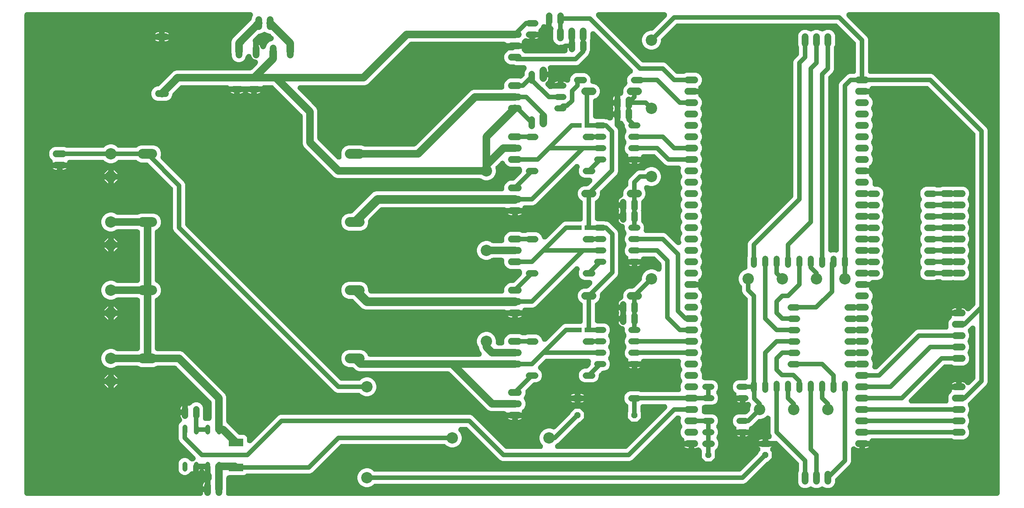
<source format=gbr>
G04 EAGLE Gerber RS-274X export*
G75*
%MOMM*%
%FSLAX34Y34*%
%LPD*%
%INBottom Copper*%
%IPPOS*%
%AMOC8*
5,1,8,0,0,1.08239X$1,22.5*%
G01*
%ADD10C,1.422400*%
%ADD11C,1.676400*%
%ADD12C,1.320800*%
%ADD13C,1.508000*%
%ADD14C,1.524000*%
%ADD15C,1.108000*%
%ADD16C,1.530000*%
%ADD17R,3.200000X1.800000*%
%ADD18C,2.184400*%
%ADD19C,2.540000*%
%ADD20P,2.749271X8X292.500000*%
%ADD21P,1.429621X8X202.500000*%
%ADD22P,1.429621X8X22.500000*%
%ADD23R,1.050000X1.080000*%
%ADD24C,1.651000*%
%ADD25C,1.016000*%
%ADD26C,1.905000*%

G36*
X-2180393Y10161D02*
X-2180393Y10161D01*
X-2180396Y10161D01*
X-2180743Y10181D01*
X-2181101Y10201D01*
X-2181104Y10201D01*
X-2181107Y10201D01*
X-2181447Y10260D01*
X-2181804Y10320D01*
X-2181806Y10321D01*
X-2181809Y10321D01*
X-2182154Y10421D01*
X-2182488Y10517D01*
X-2182491Y10519D01*
X-2182494Y10519D01*
X-2182818Y10654D01*
X-2183146Y10790D01*
X-2183149Y10792D01*
X-2183151Y10793D01*
X-2183463Y10965D01*
X-2183770Y11135D01*
X-2183772Y11137D01*
X-2183775Y11138D01*
X-2184072Y11349D01*
X-2184351Y11547D01*
X-2184353Y11549D01*
X-2184355Y11551D01*
X-2184623Y11791D01*
X-2184882Y12022D01*
X-2184884Y12025D01*
X-2184886Y12026D01*
X-2185122Y12291D01*
X-2185356Y12554D01*
X-2185358Y12556D01*
X-2185360Y12558D01*
X-2185553Y12831D01*
X-2185768Y13135D01*
X-2185770Y13138D01*
X-2185771Y13140D01*
X-2185934Y13436D01*
X-2186112Y13759D01*
X-2186113Y13762D01*
X-2186115Y13764D01*
X-2186246Y14082D01*
X-2186384Y14417D01*
X-2186385Y14420D01*
X-2186386Y14423D01*
X-2186481Y14752D01*
X-2186581Y15102D01*
X-2186582Y15105D01*
X-2186582Y15107D01*
X-2186642Y15461D01*
X-2186700Y15804D01*
X-2186700Y15807D01*
X-2186701Y15810D01*
X-2186739Y16510D01*
X-2186739Y1085090D01*
X-2186739Y1085093D01*
X-2186739Y1085096D01*
X-2186719Y1085443D01*
X-2186699Y1085801D01*
X-2186699Y1085804D01*
X-2186699Y1085807D01*
X-2186641Y1086144D01*
X-2186580Y1086504D01*
X-2186579Y1086506D01*
X-2186579Y1086509D01*
X-2186483Y1086839D01*
X-2186383Y1087188D01*
X-2186381Y1087191D01*
X-2186381Y1087194D01*
X-2186248Y1087512D01*
X-2186110Y1087846D01*
X-2186108Y1087849D01*
X-2186107Y1087851D01*
X-2185935Y1088162D01*
X-2185765Y1088470D01*
X-2185763Y1088472D01*
X-2185762Y1088475D01*
X-2185555Y1088765D01*
X-2185353Y1089051D01*
X-2185351Y1089053D01*
X-2185349Y1089055D01*
X-2185109Y1089323D01*
X-2184878Y1089582D01*
X-2184875Y1089584D01*
X-2184874Y1089586D01*
X-2184611Y1089820D01*
X-2184346Y1090056D01*
X-2184344Y1090058D01*
X-2184342Y1090060D01*
X-2184061Y1090258D01*
X-2183765Y1090468D01*
X-2183762Y1090470D01*
X-2183760Y1090471D01*
X-2183464Y1090634D01*
X-2183141Y1090812D01*
X-2183138Y1090813D01*
X-2183136Y1090815D01*
X-2182818Y1090946D01*
X-2182483Y1091084D01*
X-2182480Y1091085D01*
X-2182477Y1091086D01*
X-2182148Y1091181D01*
X-2181798Y1091281D01*
X-2181795Y1091282D01*
X-2181793Y1091282D01*
X-2181439Y1091342D01*
X-2181096Y1091400D01*
X-2181093Y1091400D01*
X-2181090Y1091401D01*
X-2180390Y1091439D01*
X-1683079Y1091439D01*
X-1682899Y1091429D01*
X-1682719Y1091429D01*
X-1682544Y1091409D01*
X-1682368Y1091399D01*
X-1682190Y1091369D01*
X-1682011Y1091349D01*
X-1681839Y1091309D01*
X-1681666Y1091280D01*
X-1681492Y1091230D01*
X-1681316Y1091190D01*
X-1681150Y1091131D01*
X-1680981Y1091083D01*
X-1680815Y1091014D01*
X-1680644Y1090954D01*
X-1680486Y1090877D01*
X-1680323Y1090810D01*
X-1680165Y1090722D01*
X-1680003Y1090644D01*
X-1679854Y1090550D01*
X-1679700Y1090465D01*
X-1679553Y1090361D01*
X-1679400Y1090264D01*
X-1679262Y1090154D01*
X-1679119Y1090053D01*
X-1678984Y1089932D01*
X-1678843Y1089820D01*
X-1678719Y1089695D01*
X-1678588Y1089578D01*
X-1678467Y1089443D01*
X-1678340Y1089315D01*
X-1678231Y1089178D01*
X-1678113Y1089046D01*
X-1678009Y1088899D01*
X-1677897Y1088758D01*
X-1677803Y1088609D01*
X-1677701Y1088465D01*
X-1677614Y1088307D01*
X-1677518Y1088154D01*
X-1677442Y1087995D01*
X-1677357Y1087841D01*
X-1677288Y1087674D01*
X-1677210Y1087512D01*
X-1677152Y1087346D01*
X-1677085Y1087183D01*
X-1677035Y1087009D01*
X-1676976Y1086839D01*
X-1676937Y1086667D01*
X-1676888Y1086498D01*
X-1676858Y1086320D01*
X-1676818Y1086144D01*
X-1676799Y1085969D01*
X-1676769Y1085796D01*
X-1676759Y1085616D01*
X-1676739Y1085436D01*
X-1676740Y1085260D01*
X-1676730Y1085084D01*
X-1676740Y1084904D01*
X-1676741Y1084724D01*
X-1676761Y1084549D01*
X-1676771Y1084373D01*
X-1676801Y1084195D01*
X-1676822Y1084016D01*
X-1676861Y1083844D01*
X-1676891Y1083671D01*
X-1676941Y1083498D01*
X-1676981Y1083322D01*
X-1677041Y1083153D01*
X-1677089Y1082986D01*
X-1677155Y1082828D01*
X-1677213Y1082660D01*
X-1679369Y1077457D01*
X-1679369Y1076931D01*
X-1679369Y1076927D01*
X-1679369Y1076923D01*
X-1679389Y1076569D01*
X-1679409Y1076220D01*
X-1679409Y1076216D01*
X-1679410Y1076212D01*
X-1679470Y1075860D01*
X-1679528Y1075518D01*
X-1679529Y1075514D01*
X-1679530Y1075509D01*
X-1679632Y1075157D01*
X-1679725Y1074833D01*
X-1679727Y1074829D01*
X-1679728Y1074825D01*
X-1679869Y1074488D01*
X-1679998Y1074175D01*
X-1680000Y1074171D01*
X-1680002Y1074167D01*
X-1680172Y1073860D01*
X-1680343Y1073552D01*
X-1680345Y1073548D01*
X-1680348Y1073544D01*
X-1680567Y1073237D01*
X-1680755Y1072971D01*
X-1680758Y1072968D01*
X-1680761Y1072964D01*
X-1681228Y1072442D01*
X-1722039Y1031631D01*
X-1724534Y1025609D01*
X-1724534Y1000041D01*
X-1724382Y999675D01*
X-1724322Y999502D01*
X-1724252Y999332D01*
X-1724204Y999166D01*
X-1724147Y999002D01*
X-1724106Y998824D01*
X-1724056Y998648D01*
X-1724027Y998477D01*
X-1723988Y998308D01*
X-1723968Y998126D01*
X-1723937Y997945D01*
X-1723928Y997769D01*
X-1723909Y997600D01*
X-1723909Y997425D01*
X-1723899Y997245D01*
X-1723899Y992547D01*
X-1721501Y986759D01*
X-1717071Y982329D01*
X-1711283Y979931D01*
X-1705017Y979931D01*
X-1699229Y982329D01*
X-1694799Y986759D01*
X-1692276Y992849D01*
X-1692262Y992908D01*
X-1692242Y993024D01*
X-1692176Y993253D01*
X-1692119Y993484D01*
X-1692077Y993595D01*
X-1692045Y993709D01*
X-1691953Y993929D01*
X-1691870Y994152D01*
X-1691817Y994258D01*
X-1691772Y994367D01*
X-1691656Y994576D01*
X-1691549Y994788D01*
X-1691484Y994887D01*
X-1691427Y994990D01*
X-1691289Y995184D01*
X-1691159Y995384D01*
X-1691083Y995475D01*
X-1691015Y995571D01*
X-1690856Y995748D01*
X-1690704Y995932D01*
X-1690618Y996014D01*
X-1690540Y996102D01*
X-1690362Y996261D01*
X-1690190Y996426D01*
X-1690096Y996498D01*
X-1690008Y996577D01*
X-1689814Y996715D01*
X-1689625Y996859D01*
X-1689523Y996920D01*
X-1689427Y996989D01*
X-1689218Y997104D01*
X-1689014Y997227D01*
X-1688907Y997276D01*
X-1688803Y997333D01*
X-1688583Y997424D01*
X-1688367Y997523D01*
X-1688254Y997560D01*
X-1688145Y997605D01*
X-1687916Y997671D01*
X-1687690Y997745D01*
X-1687574Y997769D01*
X-1687460Y997802D01*
X-1687225Y997842D01*
X-1686992Y997890D01*
X-1686874Y997901D01*
X-1686758Y997921D01*
X-1686520Y997934D01*
X-1686283Y997956D01*
X-1686164Y997953D01*
X-1686046Y997960D01*
X-1685809Y997946D01*
X-1685570Y997942D01*
X-1685453Y997926D01*
X-1685335Y997919D01*
X-1685101Y997879D01*
X-1684864Y997848D01*
X-1684749Y997819D01*
X-1684633Y997799D01*
X-1684404Y997733D01*
X-1684173Y997676D01*
X-1684062Y997634D01*
X-1683948Y997601D01*
X-1683728Y997510D01*
X-1683505Y997427D01*
X-1683400Y997373D01*
X-1683291Y997328D01*
X-1683082Y997213D01*
X-1682870Y997105D01*
X-1682771Y997040D01*
X-1682667Y996983D01*
X-1682474Y996845D01*
X-1682274Y996714D01*
X-1682183Y996638D01*
X-1682087Y996570D01*
X-1681910Y996411D01*
X-1681726Y996259D01*
X-1681644Y996173D01*
X-1681556Y996094D01*
X-1681398Y995917D01*
X-1681233Y995745D01*
X-1681161Y995651D01*
X-1681082Y995562D01*
X-1680945Y995368D01*
X-1680800Y995179D01*
X-1680739Y995077D01*
X-1680671Y994981D01*
X-1680556Y994772D01*
X-1680433Y994568D01*
X-1680384Y994460D01*
X-1680327Y994357D01*
X-1680236Y994136D01*
X-1680138Y993920D01*
X-1680100Y993806D01*
X-1680056Y993698D01*
X-1679993Y993480D01*
X-1679919Y993254D01*
X-1679692Y992407D01*
X-1679182Y991176D01*
X-1678516Y990023D01*
X-1677706Y988966D01*
X-1676764Y988024D01*
X-1675707Y987214D01*
X-1674554Y986548D01*
X-1673323Y986038D01*
X-1672037Y985693D01*
X-1670972Y985553D01*
X-1670680Y985498D01*
X-1670384Y985447D01*
X-1670329Y985431D01*
X-1670272Y985421D01*
X-1669987Y985333D01*
X-1669700Y985250D01*
X-1669647Y985228D01*
X-1669591Y985211D01*
X-1669318Y985091D01*
X-1669042Y984977D01*
X-1668991Y984949D01*
X-1668938Y984926D01*
X-1668681Y984777D01*
X-1668419Y984632D01*
X-1668371Y984598D01*
X-1668322Y984569D01*
X-1668081Y984392D01*
X-1667838Y984219D01*
X-1667795Y984180D01*
X-1667748Y984146D01*
X-1667529Y983942D01*
X-1667307Y983744D01*
X-1667269Y983701D01*
X-1667226Y983661D01*
X-1667032Y983435D01*
X-1666833Y983212D01*
X-1666800Y983165D01*
X-1666762Y983121D01*
X-1666594Y982874D01*
X-1666421Y982631D01*
X-1666393Y982580D01*
X-1666361Y982532D01*
X-1666222Y982268D01*
X-1666077Y982007D01*
X-1666055Y981953D01*
X-1666028Y981902D01*
X-1665919Y981624D01*
X-1665805Y981348D01*
X-1665790Y981293D01*
X-1665768Y981239D01*
X-1665691Y980950D01*
X-1665609Y980663D01*
X-1665599Y980607D01*
X-1665585Y980551D01*
X-1665540Y980255D01*
X-1665491Y979961D01*
X-1665487Y979903D01*
X-1665479Y979846D01*
X-1665468Y979548D01*
X-1665452Y979249D01*
X-1665455Y979192D01*
X-1665453Y979134D01*
X-1665475Y978837D01*
X-1665493Y978538D01*
X-1665502Y978481D01*
X-1665507Y978424D01*
X-1665562Y978131D01*
X-1665613Y977836D01*
X-1665629Y977780D01*
X-1665640Y977724D01*
X-1665728Y977439D01*
X-1665811Y977152D01*
X-1665833Y977098D01*
X-1665850Y977043D01*
X-1665970Y976770D01*
X-1666085Y976494D01*
X-1666113Y976444D01*
X-1666136Y976391D01*
X-1666286Y976132D01*
X-1666430Y975871D01*
X-1666464Y975824D01*
X-1666493Y975774D01*
X-1666671Y975534D01*
X-1666844Y975291D01*
X-1666882Y975247D01*
X-1666917Y975201D01*
X-1667107Y974997D01*
X-1667311Y974768D01*
X-1679107Y962972D01*
X-1679111Y962969D01*
X-1679113Y962966D01*
X-1679379Y962730D01*
X-1679639Y962498D01*
X-1679642Y962495D01*
X-1679645Y962492D01*
X-1679930Y962291D01*
X-1680220Y962085D01*
X-1680223Y962083D01*
X-1680227Y962081D01*
X-1680537Y961910D01*
X-1680843Y961741D01*
X-1680847Y961739D01*
X-1680851Y961737D01*
X-1681176Y961603D01*
X-1681502Y961468D01*
X-1681506Y961467D01*
X-1681510Y961466D01*
X-1681848Y961369D01*
X-1682186Y961271D01*
X-1682190Y961271D01*
X-1682195Y961269D01*
X-1682551Y961210D01*
X-1682889Y961152D01*
X-1682893Y961152D01*
X-1682897Y961151D01*
X-1683597Y961113D01*
X-1847843Y961113D01*
X-1853864Y958618D01*
X-1885552Y926931D01*
X-1885555Y926928D01*
X-1885558Y926925D01*
X-1885828Y926684D01*
X-1886083Y926456D01*
X-1886087Y926453D01*
X-1886090Y926451D01*
X-1886375Y926249D01*
X-1886664Y926044D01*
X-1886668Y926042D01*
X-1886672Y926039D01*
X-1886982Y925868D01*
X-1887288Y925699D01*
X-1887292Y925698D01*
X-1887296Y925695D01*
X-1887621Y925562D01*
X-1887946Y925427D01*
X-1887951Y925425D01*
X-1887954Y925424D01*
X-1888293Y925327D01*
X-1888631Y925230D01*
X-1888635Y925229D01*
X-1888639Y925228D01*
X-1888996Y925168D01*
X-1889333Y925111D01*
X-1889337Y925110D01*
X-1889342Y925110D01*
X-1890042Y925071D01*
X-1890743Y925071D01*
X-1896531Y922673D01*
X-1900962Y918243D01*
X-1903359Y912455D01*
X-1903359Y906190D01*
X-1900962Y900401D01*
X-1896531Y895971D01*
X-1890743Y893573D01*
X-1886045Y893573D01*
X-1885863Y893563D01*
X-1885679Y893563D01*
X-1885507Y893543D01*
X-1885334Y893533D01*
X-1885153Y893503D01*
X-1884971Y893482D01*
X-1884803Y893443D01*
X-1884632Y893414D01*
X-1884456Y893363D01*
X-1884277Y893322D01*
X-1884111Y893264D01*
X-1883947Y893217D01*
X-1883786Y893150D01*
X-1883616Y893090D01*
X-1883249Y892938D01*
X-1876732Y892938D01*
X-1876365Y893090D01*
X-1876192Y893151D01*
X-1876023Y893221D01*
X-1875856Y893268D01*
X-1875693Y893325D01*
X-1875514Y893366D01*
X-1875338Y893417D01*
X-1875167Y893445D01*
X-1874998Y893484D01*
X-1874816Y893504D01*
X-1874635Y893535D01*
X-1874460Y893544D01*
X-1874290Y893564D01*
X-1874116Y893564D01*
X-1873936Y893573D01*
X-1869238Y893573D01*
X-1863450Y895971D01*
X-1859019Y900401D01*
X-1856622Y906190D01*
X-1856622Y906891D01*
X-1856621Y906895D01*
X-1856622Y906899D01*
X-1856602Y907241D01*
X-1856582Y907602D01*
X-1856581Y907606D01*
X-1856581Y907611D01*
X-1856521Y907959D01*
X-1856462Y908304D01*
X-1856461Y908309D01*
X-1856460Y908313D01*
X-1856363Y908650D01*
X-1856265Y908989D01*
X-1856263Y908993D01*
X-1856262Y908997D01*
X-1856127Y909323D01*
X-1855992Y909647D01*
X-1855990Y909651D01*
X-1855989Y909655D01*
X-1855818Y909962D01*
X-1855647Y910271D01*
X-1855645Y910274D01*
X-1855643Y910278D01*
X-1855435Y910570D01*
X-1855235Y910851D01*
X-1855232Y910855D01*
X-1855230Y910858D01*
X-1854762Y911380D01*
X-1839657Y926486D01*
X-1839654Y926488D01*
X-1839651Y926492D01*
X-1839391Y926724D01*
X-1839126Y926960D01*
X-1839122Y926963D01*
X-1839119Y926966D01*
X-1838841Y927163D01*
X-1838545Y927372D01*
X-1838541Y927375D01*
X-1838537Y927377D01*
X-1838227Y927548D01*
X-1837921Y927717D01*
X-1837917Y927719D01*
X-1837913Y927721D01*
X-1837591Y927853D01*
X-1837263Y927989D01*
X-1837259Y927991D01*
X-1837255Y927992D01*
X-1836916Y928089D01*
X-1836578Y928186D01*
X-1836574Y928187D01*
X-1836570Y928188D01*
X-1836214Y928248D01*
X-1835876Y928306D01*
X-1835872Y928306D01*
X-1835867Y928306D01*
X-1835167Y928345D01*
X-1735172Y928345D01*
X-1735027Y928337D01*
X-1734881Y928339D01*
X-1734671Y928317D01*
X-1734460Y928305D01*
X-1734317Y928281D01*
X-1734173Y928266D01*
X-1733966Y928221D01*
X-1733758Y928186D01*
X-1733619Y928146D01*
X-1733477Y928115D01*
X-1733276Y928047D01*
X-1733074Y927988D01*
X-1732940Y927933D01*
X-1732802Y927886D01*
X-1732611Y927797D01*
X-1732415Y927716D01*
X-1732288Y927645D01*
X-1732157Y927584D01*
X-1731977Y927473D01*
X-1731792Y927371D01*
X-1731674Y927287D01*
X-1731550Y927211D01*
X-1731383Y927080D01*
X-1731211Y926958D01*
X-1731103Y926862D01*
X-1730988Y926772D01*
X-1730838Y926624D01*
X-1730680Y926483D01*
X-1730583Y926375D01*
X-1730480Y926273D01*
X-1730347Y926110D01*
X-1730206Y925952D01*
X-1730122Y925833D01*
X-1730030Y925721D01*
X-1730003Y925678D01*
X-1712281Y925678D01*
X-1712280Y925678D01*
X-1674181Y925678D01*
X-1674180Y925678D01*
X-1656458Y925678D01*
X-1656425Y925730D01*
X-1656333Y925843D01*
X-1656249Y925961D01*
X-1656108Y926118D01*
X-1655974Y926282D01*
X-1655870Y926384D01*
X-1655773Y926492D01*
X-1655615Y926632D01*
X-1655464Y926780D01*
X-1655350Y926869D01*
X-1655241Y926966D01*
X-1655069Y927088D01*
X-1654902Y927217D01*
X-1654778Y927293D01*
X-1654660Y927377D01*
X-1654475Y927479D01*
X-1654295Y927589D01*
X-1654163Y927651D01*
X-1654036Y927721D01*
X-1653841Y927801D01*
X-1653649Y927891D01*
X-1653511Y927937D01*
X-1653377Y927992D01*
X-1653174Y928050D01*
X-1652974Y928118D01*
X-1652832Y928148D01*
X-1652692Y928188D01*
X-1652484Y928223D01*
X-1652277Y928268D01*
X-1652133Y928282D01*
X-1651990Y928306D01*
X-1651774Y928318D01*
X-1651569Y928339D01*
X-1651431Y928337D01*
X-1651290Y928345D01*
X-1635016Y928345D01*
X-1635012Y928345D01*
X-1635008Y928345D01*
X-1634654Y928325D01*
X-1634305Y928305D01*
X-1634301Y928304D01*
X-1634297Y928304D01*
X-1633946Y928244D01*
X-1633603Y928186D01*
X-1633599Y928185D01*
X-1633594Y928184D01*
X-1633242Y928082D01*
X-1632918Y927988D01*
X-1632914Y927987D01*
X-1632910Y927986D01*
X-1632584Y927850D01*
X-1632260Y927716D01*
X-1632256Y927714D01*
X-1632252Y927712D01*
X-1631945Y927542D01*
X-1631637Y927371D01*
X-1631633Y927368D01*
X-1631629Y927366D01*
X-1631326Y927150D01*
X-1631056Y926958D01*
X-1631053Y926956D01*
X-1631049Y926953D01*
X-1630527Y926486D01*
X-1567643Y863602D01*
X-1567641Y863599D01*
X-1567637Y863596D01*
X-1567403Y863333D01*
X-1567169Y863071D01*
X-1567166Y863067D01*
X-1567163Y863064D01*
X-1566962Y862780D01*
X-1566756Y862490D01*
X-1566754Y862486D01*
X-1566752Y862483D01*
X-1566581Y862172D01*
X-1566412Y861866D01*
X-1566410Y861862D01*
X-1566408Y861859D01*
X-1566274Y861534D01*
X-1566139Y861208D01*
X-1566138Y861204D01*
X-1566137Y861200D01*
X-1566038Y860854D01*
X-1565942Y860523D01*
X-1565942Y860519D01*
X-1565941Y860515D01*
X-1565881Y860159D01*
X-1565823Y859821D01*
X-1565823Y859817D01*
X-1565822Y859813D01*
X-1565784Y859113D01*
X-1565784Y796841D01*
X-1563289Y790819D01*
X-1495181Y722711D01*
X-1489159Y720216D01*
X-1170681Y720216D01*
X-1170439Y720203D01*
X-1170197Y720198D01*
X-1170084Y720183D01*
X-1169970Y720176D01*
X-1169731Y720136D01*
X-1169491Y720104D01*
X-1169380Y720076D01*
X-1169268Y720057D01*
X-1169035Y719990D01*
X-1168800Y719931D01*
X-1168693Y719891D01*
X-1168583Y719860D01*
X-1168359Y719767D01*
X-1168132Y719682D01*
X-1168029Y719630D01*
X-1167925Y719587D01*
X-1167723Y719475D01*
X-1167507Y719366D01*
X-1163740Y717191D01*
X-1158442Y715771D01*
X-1152958Y715771D01*
X-1147660Y717191D01*
X-1142911Y719933D01*
X-1139033Y723811D01*
X-1136291Y728560D01*
X-1134871Y733858D01*
X-1134871Y739342D01*
X-1135532Y741808D01*
X-1135557Y741928D01*
X-1135591Y742046D01*
X-1135630Y742276D01*
X-1135678Y742506D01*
X-1135689Y742628D01*
X-1135709Y742749D01*
X-1135722Y742982D01*
X-1135744Y743215D01*
X-1135742Y743338D01*
X-1135748Y743460D01*
X-1135735Y743694D01*
X-1135731Y743927D01*
X-1135715Y744049D01*
X-1135707Y744171D01*
X-1135668Y744402D01*
X-1135637Y744634D01*
X-1135608Y744752D01*
X-1135587Y744874D01*
X-1135522Y745098D01*
X-1135466Y745325D01*
X-1135423Y745440D01*
X-1135389Y745558D01*
X-1135299Y745774D01*
X-1135218Y745993D01*
X-1135162Y746102D01*
X-1135115Y746216D01*
X-1135002Y746420D01*
X-1134896Y746629D01*
X-1134829Y746731D01*
X-1134770Y746839D01*
X-1134634Y747029D01*
X-1134506Y747224D01*
X-1134427Y747319D01*
X-1134356Y747419D01*
X-1134197Y747597D01*
X-1134051Y747773D01*
X-1133968Y747853D01*
X-1133889Y747941D01*
X-1124453Y757376D01*
X-1124319Y757497D01*
X-1124191Y757624D01*
X-1124054Y757734D01*
X-1123922Y757851D01*
X-1123775Y757955D01*
X-1123634Y758068D01*
X-1123485Y758161D01*
X-1123341Y758263D01*
X-1123183Y758351D01*
X-1123030Y758446D01*
X-1122872Y758523D01*
X-1122718Y758608D01*
X-1122551Y758677D01*
X-1122388Y758755D01*
X-1122222Y758813D01*
X-1122059Y758880D01*
X-1121886Y758930D01*
X-1121716Y758990D01*
X-1121544Y759029D01*
X-1121375Y759077D01*
X-1121197Y759107D01*
X-1121021Y759147D01*
X-1120846Y759167D01*
X-1120672Y759196D01*
X-1120492Y759206D01*
X-1120313Y759226D01*
X-1120137Y759226D01*
X-1119961Y759236D01*
X-1119781Y759226D01*
X-1119601Y759226D01*
X-1119426Y759206D01*
X-1119250Y759196D01*
X-1119072Y759165D01*
X-1118893Y759145D01*
X-1118721Y759106D01*
X-1118547Y759076D01*
X-1118374Y759026D01*
X-1118198Y758986D01*
X-1118032Y758927D01*
X-1117863Y758878D01*
X-1117697Y758809D01*
X-1117526Y758749D01*
X-1117368Y758673D01*
X-1117205Y758605D01*
X-1117047Y758518D01*
X-1116885Y758439D01*
X-1116736Y758346D01*
X-1116582Y758260D01*
X-1116434Y758156D01*
X-1116282Y758060D01*
X-1116145Y757950D01*
X-1116001Y757848D01*
X-1115866Y757727D01*
X-1115726Y757615D01*
X-1115602Y757490D01*
X-1115470Y757372D01*
X-1115350Y757238D01*
X-1115223Y757110D01*
X-1115113Y756972D01*
X-1114996Y756841D01*
X-1114892Y756694D01*
X-1114780Y756552D01*
X-1114686Y756403D01*
X-1114584Y756259D01*
X-1114497Y756101D01*
X-1114402Y755948D01*
X-1114324Y755787D01*
X-1114240Y755635D01*
X-1114175Y755477D01*
X-1114098Y755317D01*
X-1113171Y753079D01*
X-1108741Y748649D01*
X-1102953Y746251D01*
X-1082802Y746251D01*
X-1082799Y746251D01*
X-1082796Y746251D01*
X-1082449Y746231D01*
X-1082091Y746211D01*
X-1082088Y746211D01*
X-1082085Y746211D01*
X-1081745Y746152D01*
X-1081388Y746092D01*
X-1081386Y746091D01*
X-1081383Y746091D01*
X-1081038Y745991D01*
X-1080704Y745895D01*
X-1080701Y745893D01*
X-1080698Y745893D01*
X-1080371Y745757D01*
X-1080046Y745622D01*
X-1080043Y745620D01*
X-1080041Y745619D01*
X-1079726Y745445D01*
X-1079422Y745277D01*
X-1079420Y745275D01*
X-1079417Y745274D01*
X-1079115Y745059D01*
X-1078841Y744865D01*
X-1078839Y744863D01*
X-1078837Y744861D01*
X-1078569Y744621D01*
X-1078310Y744390D01*
X-1078308Y744387D01*
X-1078306Y744386D01*
X-1078061Y744111D01*
X-1077836Y743858D01*
X-1077834Y743856D01*
X-1077832Y743854D01*
X-1077633Y743571D01*
X-1077424Y743277D01*
X-1077422Y743274D01*
X-1077421Y743272D01*
X-1077250Y742961D01*
X-1077080Y742653D01*
X-1077079Y742650D01*
X-1077077Y742648D01*
X-1076944Y742325D01*
X-1076808Y741995D01*
X-1076807Y741992D01*
X-1076806Y741989D01*
X-1076710Y741657D01*
X-1076611Y741310D01*
X-1076610Y741307D01*
X-1076610Y741305D01*
X-1076550Y740949D01*
X-1076492Y740608D01*
X-1076492Y740605D01*
X-1076491Y740602D01*
X-1076453Y739902D01*
X-1076453Y735557D01*
X-1076453Y735553D01*
X-1076453Y735549D01*
X-1076473Y735195D01*
X-1076493Y734846D01*
X-1076493Y734842D01*
X-1076494Y734837D01*
X-1076554Y734485D01*
X-1076612Y734144D01*
X-1076613Y734140D01*
X-1076614Y734135D01*
X-1076716Y733783D01*
X-1076809Y733459D01*
X-1076811Y733455D01*
X-1076812Y733451D01*
X-1076951Y733118D01*
X-1077082Y732801D01*
X-1077084Y732797D01*
X-1077086Y732793D01*
X-1077256Y732486D01*
X-1077427Y732177D01*
X-1077429Y732174D01*
X-1077432Y732170D01*
X-1077644Y731871D01*
X-1077839Y731597D01*
X-1077842Y731594D01*
X-1077845Y731590D01*
X-1078312Y731068D01*
X-1093272Y716108D01*
X-1093275Y716106D01*
X-1093278Y716102D01*
X-1093540Y715868D01*
X-1093803Y715634D01*
X-1093806Y715631D01*
X-1093810Y715628D01*
X-1094100Y715423D01*
X-1094384Y715221D01*
X-1094388Y715219D01*
X-1094391Y715217D01*
X-1094704Y715045D01*
X-1095007Y714877D01*
X-1095011Y714875D01*
X-1095015Y714873D01*
X-1095340Y714739D01*
X-1095666Y714604D01*
X-1095670Y714603D01*
X-1095674Y714602D01*
X-1096012Y714505D01*
X-1096350Y714407D01*
X-1096354Y714407D01*
X-1096359Y714406D01*
X-1096715Y714346D01*
X-1097053Y714288D01*
X-1097057Y714288D01*
X-1097061Y714287D01*
X-1097761Y714249D01*
X-1102953Y714249D01*
X-1108741Y711851D01*
X-1113171Y707421D01*
X-1115569Y701633D01*
X-1115569Y697103D01*
X-1115569Y697100D01*
X-1115569Y697097D01*
X-1115589Y696749D01*
X-1115609Y696392D01*
X-1115609Y696389D01*
X-1115609Y696386D01*
X-1115668Y696046D01*
X-1115728Y695689D01*
X-1115729Y695687D01*
X-1115729Y695684D01*
X-1115830Y695334D01*
X-1115925Y695005D01*
X-1115927Y695002D01*
X-1115927Y694999D01*
X-1116066Y694665D01*
X-1116198Y694347D01*
X-1116200Y694344D01*
X-1116201Y694342D01*
X-1116380Y694018D01*
X-1116543Y693723D01*
X-1116545Y693721D01*
X-1116546Y693718D01*
X-1116758Y693421D01*
X-1116955Y693142D01*
X-1116957Y693140D01*
X-1116959Y693138D01*
X-1117204Y692865D01*
X-1117430Y692611D01*
X-1117433Y692609D01*
X-1117434Y692607D01*
X-1117702Y692369D01*
X-1117962Y692137D01*
X-1117964Y692135D01*
X-1117966Y692133D01*
X-1118247Y691935D01*
X-1118543Y691725D01*
X-1118546Y691723D01*
X-1118548Y691722D01*
X-1118844Y691559D01*
X-1119167Y691381D01*
X-1119170Y691380D01*
X-1119172Y691378D01*
X-1119490Y691247D01*
X-1119825Y691109D01*
X-1119828Y691108D01*
X-1119831Y691107D01*
X-1120160Y691012D01*
X-1120510Y690912D01*
X-1120513Y690911D01*
X-1120515Y690911D01*
X-1120869Y690851D01*
X-1121212Y690793D01*
X-1121215Y690793D01*
X-1121218Y690792D01*
X-1121918Y690754D01*
X-1402212Y690754D01*
X-1408700Y688066D01*
X-1414559Y682207D01*
X-1453556Y643210D01*
X-1453559Y643208D01*
X-1453562Y643204D01*
X-1453831Y642964D01*
X-1454087Y642736D01*
X-1454090Y642733D01*
X-1454094Y642730D01*
X-1454388Y642522D01*
X-1454668Y642323D01*
X-1454672Y642321D01*
X-1454675Y642319D01*
X-1454986Y642148D01*
X-1455292Y641979D01*
X-1455296Y641977D01*
X-1455299Y641975D01*
X-1455616Y641845D01*
X-1455950Y641706D01*
X-1455954Y641705D01*
X-1455958Y641704D01*
X-1456295Y641607D01*
X-1456634Y641509D01*
X-1456639Y641509D01*
X-1456643Y641508D01*
X-1456999Y641448D01*
X-1457337Y641390D01*
X-1457341Y641390D01*
X-1457345Y641389D01*
X-1458045Y641351D01*
X-1464211Y641351D01*
X-1471213Y638450D01*
X-1476572Y633091D01*
X-1479473Y626089D01*
X-1479473Y618511D01*
X-1476572Y611509D01*
X-1471213Y606150D01*
X-1464211Y603249D01*
X-1434789Y603249D01*
X-1427787Y606150D01*
X-1422428Y611509D01*
X-1419527Y618511D01*
X-1419527Y624677D01*
X-1419527Y624681D01*
X-1419527Y624685D01*
X-1419507Y625039D01*
X-1419487Y625388D01*
X-1419487Y625392D01*
X-1419486Y625396D01*
X-1419428Y625739D01*
X-1419368Y626090D01*
X-1419367Y626094D01*
X-1419366Y626099D01*
X-1419264Y626451D01*
X-1419171Y626775D01*
X-1419169Y626779D01*
X-1419168Y626783D01*
X-1419035Y627102D01*
X-1418898Y627433D01*
X-1418896Y627437D01*
X-1418894Y627441D01*
X-1418729Y627739D01*
X-1418553Y628056D01*
X-1418551Y628060D01*
X-1418548Y628064D01*
X-1418336Y628362D01*
X-1418141Y628637D01*
X-1418138Y628640D01*
X-1418135Y628644D01*
X-1417668Y629166D01*
X-1393247Y653587D01*
X-1393244Y653589D01*
X-1393241Y653593D01*
X-1392978Y653827D01*
X-1392716Y654061D01*
X-1392712Y654064D01*
X-1392709Y654067D01*
X-1392425Y654268D01*
X-1392135Y654474D01*
X-1392131Y654476D01*
X-1392128Y654478D01*
X-1391817Y654649D01*
X-1391511Y654818D01*
X-1391507Y654820D01*
X-1391504Y654822D01*
X-1391179Y654956D01*
X-1390853Y655091D01*
X-1390849Y655092D01*
X-1390845Y655093D01*
X-1390517Y655187D01*
X-1390168Y655288D01*
X-1390164Y655288D01*
X-1390160Y655289D01*
X-1389813Y655348D01*
X-1389466Y655407D01*
X-1389462Y655407D01*
X-1389458Y655408D01*
X-1388758Y655446D01*
X-1116289Y655446D01*
X-1116226Y655443D01*
X-1116164Y655445D01*
X-1115871Y655423D01*
X-1115577Y655406D01*
X-1115516Y655396D01*
X-1115454Y655391D01*
X-1115165Y655336D01*
X-1114875Y655287D01*
X-1114815Y655270D01*
X-1114754Y655258D01*
X-1114473Y655171D01*
X-1114190Y655090D01*
X-1114133Y655066D01*
X-1114073Y655047D01*
X-1113804Y654930D01*
X-1113532Y654817D01*
X-1113478Y654787D01*
X-1113421Y654762D01*
X-1113166Y654614D01*
X-1112909Y654472D01*
X-1112858Y654436D01*
X-1112804Y654405D01*
X-1112567Y654229D01*
X-1112328Y654060D01*
X-1112317Y654049D01*
X-1092200Y654049D01*
X-1075452Y654049D01*
X-1075448Y654079D01*
X-1075438Y654259D01*
X-1075409Y654432D01*
X-1075389Y654607D01*
X-1075349Y654783D01*
X-1075318Y654961D01*
X-1075269Y655130D01*
X-1075230Y655302D01*
X-1075170Y655472D01*
X-1075120Y655646D01*
X-1075053Y655808D01*
X-1074995Y655974D01*
X-1074916Y656137D01*
X-1074847Y656303D01*
X-1074762Y656457D01*
X-1074685Y656616D01*
X-1074589Y656769D01*
X-1074502Y656927D01*
X-1074399Y657070D01*
X-1074306Y657219D01*
X-1074193Y657360D01*
X-1074089Y657507D01*
X-1073971Y657638D01*
X-1073861Y657776D01*
X-1073734Y657903D01*
X-1073613Y658038D01*
X-1073482Y658155D01*
X-1073357Y658279D01*
X-1073216Y658391D01*
X-1073081Y658512D01*
X-1072938Y658613D01*
X-1072800Y658723D01*
X-1072647Y658819D01*
X-1072500Y658923D01*
X-1072346Y659008D01*
X-1072196Y659101D01*
X-1072034Y659180D01*
X-1071876Y659267D01*
X-1071713Y659334D01*
X-1071554Y659410D01*
X-1071384Y659470D01*
X-1071217Y659538D01*
X-1071048Y659587D01*
X-1070882Y659645D01*
X-1070705Y659685D01*
X-1070532Y659734D01*
X-1070358Y659764D01*
X-1070187Y659803D01*
X-1070008Y659823D01*
X-1069830Y659853D01*
X-1069651Y659862D01*
X-1069479Y659882D01*
X-1069307Y659881D01*
X-1069130Y659891D01*
X-1051473Y659891D01*
X-1046618Y661902D01*
X-958280Y750240D01*
X-958147Y750359D01*
X-958020Y750486D01*
X-957882Y750596D01*
X-957749Y750714D01*
X-957603Y750818D01*
X-957463Y750930D01*
X-957313Y751024D01*
X-957168Y751127D01*
X-957012Y751213D01*
X-956860Y751308D01*
X-956700Y751385D01*
X-956544Y751471D01*
X-956379Y751540D01*
X-956218Y751617D01*
X-956050Y751676D01*
X-955886Y751744D01*
X-955714Y751793D01*
X-955545Y751852D01*
X-955372Y751892D01*
X-955202Y751941D01*
X-955025Y751971D01*
X-954851Y752010D01*
X-954674Y752030D01*
X-954499Y752060D01*
X-954321Y752070D01*
X-954143Y752090D01*
X-953965Y752090D01*
X-953788Y752099D01*
X-953609Y752089D01*
X-953430Y752089D01*
X-953254Y752069D01*
X-953077Y752059D01*
X-952900Y752029D01*
X-952722Y752009D01*
X-952549Y751969D01*
X-952374Y751939D01*
X-952202Y751890D01*
X-952028Y751850D01*
X-951860Y751791D01*
X-951690Y751742D01*
X-951525Y751673D01*
X-951356Y751614D01*
X-951196Y751537D01*
X-951032Y751469D01*
X-950875Y751382D01*
X-950714Y751304D01*
X-950564Y751210D01*
X-950409Y751124D01*
X-950263Y751020D01*
X-950111Y750925D01*
X-949972Y750814D01*
X-949828Y750711D01*
X-949695Y750592D01*
X-949555Y750480D01*
X-949429Y750354D01*
X-949297Y750236D01*
X-949178Y750102D01*
X-949052Y749975D01*
X-948941Y749837D01*
X-948823Y749704D01*
X-948719Y749558D01*
X-948608Y749418D01*
X-948514Y749267D01*
X-948411Y749123D01*
X-948325Y748966D01*
X-948230Y748814D01*
X-948153Y748654D01*
X-948067Y748499D01*
X-947999Y748333D01*
X-947921Y748172D01*
X-947863Y748005D01*
X-947795Y747840D01*
X-947746Y747668D01*
X-947687Y747499D01*
X-947648Y747326D01*
X-947599Y747155D01*
X-947569Y746979D01*
X-947530Y746804D01*
X-947510Y746628D01*
X-947480Y746453D01*
X-947471Y746274D01*
X-947451Y746096D01*
X-947451Y745919D01*
X-947441Y745742D01*
X-947452Y745563D01*
X-947452Y745384D01*
X-947472Y745207D01*
X-947482Y745030D01*
X-947513Y744854D01*
X-947533Y744676D01*
X-947573Y744503D01*
X-947603Y744328D01*
X-947653Y744156D01*
X-947693Y743982D01*
X-947752Y743812D01*
X-947801Y743644D01*
X-947867Y743486D01*
X-947925Y743320D01*
X-949453Y739632D01*
X-949453Y733568D01*
X-947132Y727967D01*
X-942845Y723680D01*
X-937244Y721359D01*
X-925549Y721359D01*
X-925548Y721359D01*
X-925546Y721359D01*
X-925179Y721338D01*
X-924838Y721319D01*
X-924837Y721319D01*
X-924835Y721319D01*
X-924452Y721254D01*
X-924135Y721200D01*
X-924134Y721200D01*
X-924133Y721199D01*
X-923758Y721091D01*
X-923451Y721003D01*
X-923450Y721002D01*
X-923448Y721002D01*
X-923106Y720860D01*
X-922793Y720730D01*
X-922792Y720729D01*
X-922790Y720729D01*
X-922477Y720555D01*
X-922169Y720385D01*
X-922168Y720384D01*
X-922167Y720383D01*
X-921864Y720168D01*
X-921589Y719973D01*
X-921588Y719972D01*
X-921586Y719971D01*
X-921311Y719724D01*
X-921057Y719498D01*
X-921057Y719497D01*
X-921055Y719496D01*
X-920816Y719227D01*
X-920583Y718966D01*
X-920582Y718965D01*
X-920581Y718964D01*
X-920379Y718679D01*
X-920171Y718385D01*
X-920170Y718383D01*
X-920170Y718382D01*
X-920002Y718079D01*
X-919827Y717761D01*
X-919826Y717760D01*
X-919826Y717759D01*
X-919688Y717424D01*
X-919555Y717103D01*
X-919554Y717101D01*
X-919554Y717100D01*
X-919458Y716765D01*
X-919358Y716418D01*
X-919358Y716417D01*
X-919357Y716415D01*
X-919292Y716026D01*
X-919239Y715716D01*
X-919239Y715714D01*
X-919239Y715713D01*
X-919217Y715319D01*
X-919200Y715004D01*
X-919200Y715003D01*
X-919200Y715001D01*
X-919223Y714607D01*
X-919240Y714293D01*
X-919241Y714292D01*
X-919241Y714290D01*
X-919308Y713898D01*
X-919361Y713591D01*
X-919361Y713590D01*
X-919361Y713588D01*
X-919460Y713247D01*
X-919558Y712906D01*
X-919559Y712905D01*
X-919559Y712904D01*
X-919694Y712581D01*
X-919832Y712249D01*
X-919833Y712247D01*
X-919833Y712246D01*
X-920011Y711924D01*
X-920177Y711625D01*
X-920178Y711624D01*
X-920179Y711623D01*
X-920397Y711316D01*
X-920590Y711045D01*
X-920591Y711044D01*
X-920592Y711043D01*
X-921060Y710520D01*
X-927410Y704170D01*
X-927413Y704168D01*
X-927416Y704164D01*
X-927680Y703929D01*
X-927941Y703696D01*
X-927944Y703693D01*
X-927948Y703690D01*
X-928239Y703484D01*
X-928522Y703283D01*
X-928526Y703281D01*
X-928529Y703279D01*
X-928840Y703108D01*
X-929145Y702939D01*
X-929149Y702937D01*
X-929153Y702935D01*
X-929478Y702801D01*
X-929804Y702666D01*
X-929808Y702665D01*
X-929812Y702664D01*
X-930145Y702568D01*
X-930488Y702469D01*
X-930493Y702469D01*
X-930497Y702468D01*
X-930844Y702409D01*
X-931191Y702350D01*
X-931195Y702350D01*
X-931199Y702349D01*
X-931899Y702311D01*
X-938766Y702311D01*
X-944835Y699797D01*
X-949479Y695153D01*
X-951993Y689084D01*
X-951993Y682516D01*
X-949479Y676447D01*
X-944835Y671803D01*
X-944228Y671552D01*
X-944065Y671473D01*
X-943897Y671403D01*
X-943744Y671318D01*
X-943586Y671243D01*
X-943433Y671146D01*
X-943273Y671058D01*
X-943131Y670957D01*
X-942983Y670864D01*
X-942841Y670750D01*
X-942693Y670645D01*
X-942563Y670528D01*
X-942426Y670419D01*
X-942298Y670291D01*
X-942162Y670169D01*
X-942046Y670039D01*
X-941923Y669915D01*
X-941809Y669773D01*
X-941688Y669637D01*
X-941588Y669495D01*
X-941479Y669358D01*
X-941382Y669204D01*
X-941277Y669056D01*
X-941193Y668903D01*
X-941100Y668755D01*
X-941021Y668591D01*
X-940933Y668432D01*
X-940867Y668270D01*
X-940791Y668113D01*
X-940731Y667941D01*
X-940662Y667773D01*
X-940614Y667605D01*
X-940556Y667440D01*
X-940516Y667263D01*
X-940466Y667088D01*
X-940437Y666916D01*
X-940398Y666746D01*
X-940378Y666565D01*
X-940347Y666386D01*
X-940338Y666209D01*
X-940318Y666038D01*
X-940319Y665864D01*
X-940309Y665686D01*
X-940309Y629478D01*
X-940309Y629475D01*
X-940309Y629472D01*
X-940329Y629119D01*
X-940349Y628767D01*
X-940349Y628764D01*
X-940349Y628761D01*
X-940408Y628415D01*
X-940468Y628064D01*
X-940469Y628062D01*
X-940469Y628059D01*
X-940575Y627694D01*
X-940665Y627380D01*
X-940667Y627377D01*
X-940667Y627374D01*
X-940802Y627050D01*
X-940938Y626722D01*
X-940940Y626719D01*
X-940941Y626717D01*
X-941113Y626405D01*
X-941283Y626098D01*
X-941285Y626096D01*
X-941286Y626093D01*
X-941498Y625796D01*
X-941695Y625517D01*
X-941697Y625515D01*
X-941699Y625513D01*
X-941944Y625240D01*
X-942170Y624986D01*
X-942173Y624984D01*
X-942174Y624982D01*
X-942450Y624737D01*
X-942702Y624512D01*
X-942704Y624510D01*
X-942706Y624508D01*
X-942987Y624310D01*
X-943283Y624100D01*
X-943286Y624098D01*
X-943288Y624097D01*
X-943584Y623934D01*
X-943907Y623756D01*
X-943910Y623755D01*
X-943912Y623753D01*
X-944230Y623622D01*
X-944565Y623484D01*
X-944568Y623483D01*
X-944571Y623482D01*
X-944900Y623387D01*
X-945250Y623287D01*
X-945253Y623286D01*
X-945255Y623286D01*
X-945609Y623226D01*
X-945952Y623168D01*
X-945955Y623168D01*
X-945958Y623167D01*
X-946658Y623129D01*
X-955480Y623129D01*
X-955532Y623114D01*
X-955695Y623057D01*
X-955874Y623016D01*
X-956050Y622966D01*
X-956221Y622937D01*
X-956390Y622898D01*
X-956572Y622878D01*
X-956752Y622847D01*
X-956928Y622838D01*
X-957098Y622819D01*
X-957272Y622819D01*
X-957452Y622809D01*
X-980527Y622809D01*
X-985382Y620798D01*
X-1021279Y584901D01*
X-1021414Y584780D01*
X-1021542Y584653D01*
X-1021679Y584543D01*
X-1021811Y584426D01*
X-1021958Y584321D01*
X-1022099Y584209D01*
X-1022248Y584116D01*
X-1022392Y584014D01*
X-1022549Y583926D01*
X-1022702Y583831D01*
X-1022861Y583754D01*
X-1023015Y583669D01*
X-1023182Y583600D01*
X-1023345Y583522D01*
X-1023511Y583464D01*
X-1023674Y583397D01*
X-1023847Y583347D01*
X-1024017Y583287D01*
X-1024189Y583248D01*
X-1024358Y583200D01*
X-1024536Y583169D01*
X-1024712Y583130D01*
X-1024887Y583110D01*
X-1025061Y583081D01*
X-1025241Y583071D01*
X-1025420Y583050D01*
X-1025596Y583051D01*
X-1025772Y583041D01*
X-1025952Y583051D01*
X-1026132Y583051D01*
X-1026307Y583071D01*
X-1026483Y583081D01*
X-1026661Y583112D01*
X-1026840Y583132D01*
X-1027012Y583171D01*
X-1027185Y583201D01*
X-1027359Y583251D01*
X-1027535Y583291D01*
X-1027701Y583350D01*
X-1027870Y583399D01*
X-1028036Y583468D01*
X-1028207Y583527D01*
X-1028365Y583604D01*
X-1028528Y583672D01*
X-1028686Y583759D01*
X-1028848Y583837D01*
X-1028997Y583931D01*
X-1029151Y584017D01*
X-1029298Y584121D01*
X-1029451Y584217D01*
X-1029588Y584328D01*
X-1029732Y584429D01*
X-1029866Y584550D01*
X-1030007Y584662D01*
X-1030132Y584787D01*
X-1030263Y584905D01*
X-1030383Y585039D01*
X-1030510Y585167D01*
X-1030620Y585305D01*
X-1030737Y585436D01*
X-1030841Y585584D01*
X-1030953Y585725D01*
X-1031047Y585874D01*
X-1031149Y586018D01*
X-1031236Y586176D01*
X-1031331Y586329D01*
X-1031409Y586489D01*
X-1031493Y586642D01*
X-1031558Y586801D01*
X-1031635Y586960D01*
X-1034068Y592833D01*
X-1038355Y597120D01*
X-1043956Y599441D01*
X-1064244Y599441D01*
X-1067982Y597892D01*
X-1068155Y597832D01*
X-1068325Y597762D01*
X-1068491Y597714D01*
X-1068655Y597657D01*
X-1068834Y597616D01*
X-1069010Y597566D01*
X-1069180Y597537D01*
X-1069349Y597498D01*
X-1069532Y597478D01*
X-1069712Y597447D01*
X-1069888Y597438D01*
X-1070057Y597419D01*
X-1070232Y597419D01*
X-1070412Y597409D01*
X-1074052Y597409D01*
X-1074235Y597419D01*
X-1074419Y597419D01*
X-1074591Y597439D01*
X-1074764Y597449D01*
X-1074944Y597479D01*
X-1075126Y597500D01*
X-1075295Y597539D01*
X-1075466Y597568D01*
X-1075642Y597619D01*
X-1075821Y597660D01*
X-1075987Y597718D01*
X-1076151Y597765D01*
X-1076312Y597832D01*
X-1076482Y597892D01*
X-1081447Y599949D01*
X-1102953Y599949D01*
X-1108741Y597551D01*
X-1113171Y593121D01*
X-1115569Y587333D01*
X-1115569Y581533D01*
X-1115569Y581530D01*
X-1115569Y581527D01*
X-1115590Y581163D01*
X-1115609Y580822D01*
X-1115609Y580819D01*
X-1115609Y580816D01*
X-1115668Y580476D01*
X-1115728Y580119D01*
X-1115729Y580117D01*
X-1115729Y580114D01*
X-1115829Y579769D01*
X-1115925Y579435D01*
X-1115927Y579432D01*
X-1115927Y579429D01*
X-1116065Y579099D01*
X-1116198Y578777D01*
X-1116200Y578774D01*
X-1116201Y578772D01*
X-1116379Y578450D01*
X-1116543Y578153D01*
X-1116545Y578151D01*
X-1116546Y578148D01*
X-1116759Y577849D01*
X-1116955Y577572D01*
X-1116957Y577570D01*
X-1116959Y577568D01*
X-1117208Y577290D01*
X-1117430Y577041D01*
X-1117433Y577039D01*
X-1117434Y577037D01*
X-1117709Y576793D01*
X-1117962Y576567D01*
X-1117964Y576565D01*
X-1117966Y576563D01*
X-1118247Y576365D01*
X-1118543Y576155D01*
X-1118546Y576153D01*
X-1118548Y576152D01*
X-1118847Y575987D01*
X-1119167Y575811D01*
X-1119170Y575810D01*
X-1119172Y575808D01*
X-1119490Y575677D01*
X-1119825Y575539D01*
X-1119828Y575538D01*
X-1119831Y575537D01*
X-1120160Y575442D01*
X-1120510Y575342D01*
X-1120513Y575341D01*
X-1120515Y575341D01*
X-1120869Y575281D01*
X-1121212Y575223D01*
X-1121215Y575223D01*
X-1121218Y575222D01*
X-1121918Y575184D01*
X-1140719Y575184D01*
X-1140961Y575197D01*
X-1141203Y575202D01*
X-1141316Y575217D01*
X-1141430Y575224D01*
X-1141669Y575264D01*
X-1141909Y575296D01*
X-1142020Y575324D01*
X-1142132Y575343D01*
X-1142365Y575410D01*
X-1142600Y575469D01*
X-1142708Y575509D01*
X-1142817Y575540D01*
X-1143040Y575633D01*
X-1143268Y575718D01*
X-1143371Y575770D01*
X-1143475Y575813D01*
X-1143677Y575925D01*
X-1143893Y576034D01*
X-1147660Y578209D01*
X-1152958Y579629D01*
X-1158442Y579629D01*
X-1163740Y578209D01*
X-1168489Y575467D01*
X-1172367Y571589D01*
X-1175109Y566840D01*
X-1176529Y561542D01*
X-1176529Y556058D01*
X-1175109Y550760D01*
X-1172367Y546011D01*
X-1168489Y542133D01*
X-1163740Y539391D01*
X-1158442Y537971D01*
X-1152958Y537971D01*
X-1147660Y539391D01*
X-1143893Y541566D01*
X-1143677Y541675D01*
X-1143465Y541792D01*
X-1143359Y541835D01*
X-1143257Y541887D01*
X-1143030Y541971D01*
X-1142806Y542063D01*
X-1142696Y542095D01*
X-1142589Y542134D01*
X-1142354Y542193D01*
X-1142121Y542259D01*
X-1142009Y542278D01*
X-1141898Y542306D01*
X-1141658Y542337D01*
X-1141419Y542378D01*
X-1141303Y542384D01*
X-1141192Y542399D01*
X-1140961Y542403D01*
X-1140719Y542416D01*
X-1121918Y542416D01*
X-1121915Y542416D01*
X-1121912Y542416D01*
X-1121565Y542396D01*
X-1121207Y542376D01*
X-1121204Y542376D01*
X-1121201Y542376D01*
X-1120861Y542317D01*
X-1120504Y542257D01*
X-1120502Y542256D01*
X-1120499Y542256D01*
X-1120149Y542155D01*
X-1119820Y542060D01*
X-1119817Y542058D01*
X-1119814Y542058D01*
X-1119490Y541923D01*
X-1119162Y541787D01*
X-1119159Y541785D01*
X-1119157Y541784D01*
X-1118835Y541606D01*
X-1118538Y541442D01*
X-1118536Y541440D01*
X-1118533Y541439D01*
X-1118228Y541222D01*
X-1117957Y541030D01*
X-1117955Y541028D01*
X-1117953Y541026D01*
X-1117685Y540786D01*
X-1117426Y540555D01*
X-1117424Y540552D01*
X-1117422Y540551D01*
X-1117184Y540283D01*
X-1116952Y540023D01*
X-1116950Y540021D01*
X-1116948Y540019D01*
X-1116750Y539738D01*
X-1116540Y539442D01*
X-1116538Y539439D01*
X-1116537Y539437D01*
X-1116365Y539125D01*
X-1116196Y538818D01*
X-1116195Y538815D01*
X-1116193Y538813D01*
X-1116056Y538480D01*
X-1115924Y538160D01*
X-1115923Y538157D01*
X-1115922Y538154D01*
X-1115824Y537812D01*
X-1115727Y537475D01*
X-1115726Y537472D01*
X-1115726Y537470D01*
X-1115665Y537109D01*
X-1115608Y536773D01*
X-1115608Y536770D01*
X-1115607Y536767D01*
X-1115569Y536067D01*
X-1115569Y530267D01*
X-1113171Y524479D01*
X-1108741Y520049D01*
X-1102953Y517651D01*
X-1082802Y517651D01*
X-1082799Y517651D01*
X-1082796Y517651D01*
X-1082449Y517631D01*
X-1082091Y517611D01*
X-1082088Y517611D01*
X-1082085Y517611D01*
X-1081745Y517552D01*
X-1081388Y517492D01*
X-1081386Y517491D01*
X-1081383Y517491D01*
X-1081038Y517391D01*
X-1080704Y517295D01*
X-1080701Y517293D01*
X-1080698Y517293D01*
X-1080374Y517158D01*
X-1080046Y517022D01*
X-1080043Y517020D01*
X-1080041Y517019D01*
X-1079729Y516847D01*
X-1079422Y516677D01*
X-1079420Y516675D01*
X-1079417Y516674D01*
X-1079109Y516454D01*
X-1078841Y516265D01*
X-1078839Y516263D01*
X-1078837Y516261D01*
X-1078569Y516021D01*
X-1078310Y515790D01*
X-1078308Y515787D01*
X-1078306Y515786D01*
X-1078056Y515505D01*
X-1077836Y515258D01*
X-1077834Y515256D01*
X-1077832Y515254D01*
X-1077634Y514973D01*
X-1077424Y514677D01*
X-1077422Y514674D01*
X-1077421Y514672D01*
X-1077255Y514371D01*
X-1077080Y514053D01*
X-1077079Y514050D01*
X-1077077Y514048D01*
X-1076946Y513729D01*
X-1076808Y513395D01*
X-1076807Y513392D01*
X-1076806Y513389D01*
X-1076710Y513057D01*
X-1076611Y512710D01*
X-1076610Y512707D01*
X-1076610Y512705D01*
X-1076550Y512351D01*
X-1076492Y512008D01*
X-1076492Y512005D01*
X-1076491Y512002D01*
X-1076453Y511302D01*
X-1076453Y506957D01*
X-1076453Y506953D01*
X-1076453Y506949D01*
X-1076473Y506595D01*
X-1076493Y506246D01*
X-1076493Y506242D01*
X-1076494Y506237D01*
X-1076554Y505887D01*
X-1076612Y505544D01*
X-1076613Y505540D01*
X-1076614Y505535D01*
X-1076716Y505183D01*
X-1076809Y504859D01*
X-1076811Y504855D01*
X-1076812Y504851D01*
X-1076948Y504525D01*
X-1077082Y504201D01*
X-1077084Y504197D01*
X-1077086Y504193D01*
X-1077256Y503886D01*
X-1077427Y503577D01*
X-1077429Y503574D01*
X-1077432Y503570D01*
X-1077647Y503268D01*
X-1077839Y502997D01*
X-1077842Y502994D01*
X-1077845Y502990D01*
X-1078312Y502468D01*
X-1093272Y487508D01*
X-1093275Y487506D01*
X-1093278Y487502D01*
X-1093540Y487268D01*
X-1093803Y487034D01*
X-1093806Y487031D01*
X-1093810Y487028D01*
X-1094094Y486827D01*
X-1094384Y486621D01*
X-1094388Y486619D01*
X-1094391Y486617D01*
X-1094704Y486444D01*
X-1095007Y486277D01*
X-1095011Y486275D01*
X-1095015Y486273D01*
X-1095340Y486139D01*
X-1095666Y486004D01*
X-1095670Y486003D01*
X-1095674Y486002D01*
X-1096012Y485905D01*
X-1096350Y485807D01*
X-1096354Y485807D01*
X-1096359Y485806D01*
X-1096715Y485746D01*
X-1097053Y485688D01*
X-1097057Y485688D01*
X-1097061Y485687D01*
X-1097761Y485649D01*
X-1102953Y485649D01*
X-1108741Y483251D01*
X-1113171Y478821D01*
X-1115569Y473033D01*
X-1115569Y468503D01*
X-1115569Y468500D01*
X-1115569Y468497D01*
X-1115589Y468150D01*
X-1115609Y467792D01*
X-1115609Y467789D01*
X-1115609Y467786D01*
X-1115668Y467446D01*
X-1115728Y467089D01*
X-1115729Y467087D01*
X-1115729Y467084D01*
X-1115837Y466713D01*
X-1115925Y466405D01*
X-1115927Y466402D01*
X-1115927Y466399D01*
X-1116062Y466075D01*
X-1116198Y465747D01*
X-1116200Y465744D01*
X-1116201Y465742D01*
X-1116373Y465430D01*
X-1116543Y465123D01*
X-1116545Y465121D01*
X-1116546Y465118D01*
X-1116761Y464817D01*
X-1116955Y464542D01*
X-1116957Y464540D01*
X-1116959Y464538D01*
X-1117199Y464270D01*
X-1117430Y464011D01*
X-1117433Y464009D01*
X-1117434Y464007D01*
X-1117702Y463769D01*
X-1117962Y463537D01*
X-1117964Y463535D01*
X-1117966Y463533D01*
X-1118247Y463335D01*
X-1118543Y463125D01*
X-1118546Y463123D01*
X-1118548Y463122D01*
X-1118844Y462959D01*
X-1119167Y462781D01*
X-1119170Y462780D01*
X-1119172Y462778D01*
X-1119490Y462647D01*
X-1119825Y462509D01*
X-1119828Y462508D01*
X-1119831Y462507D01*
X-1120160Y462412D01*
X-1120510Y462312D01*
X-1120513Y462311D01*
X-1120515Y462311D01*
X-1120869Y462251D01*
X-1121212Y462193D01*
X-1121215Y462193D01*
X-1121218Y462192D01*
X-1121918Y462154D01*
X-1412458Y462154D01*
X-1412462Y462154D01*
X-1412466Y462154D01*
X-1412819Y462174D01*
X-1413169Y462194D01*
X-1413173Y462194D01*
X-1413177Y462195D01*
X-1413528Y462255D01*
X-1413871Y462313D01*
X-1413875Y462314D01*
X-1413880Y462315D01*
X-1414232Y462417D01*
X-1414556Y462510D01*
X-1414560Y462512D01*
X-1414564Y462513D01*
X-1414890Y462649D01*
X-1415214Y462783D01*
X-1415218Y462785D01*
X-1415222Y462787D01*
X-1415528Y462957D01*
X-1415837Y463128D01*
X-1415841Y463130D01*
X-1415845Y463133D01*
X-1416143Y463345D01*
X-1416418Y463540D01*
X-1416421Y463543D01*
X-1416425Y463546D01*
X-1416947Y464013D01*
X-1417668Y464734D01*
X-1417670Y464737D01*
X-1417674Y464740D01*
X-1417908Y465003D01*
X-1418142Y465265D01*
X-1418145Y465269D01*
X-1418148Y465272D01*
X-1418347Y465553D01*
X-1418555Y465846D01*
X-1418557Y465850D01*
X-1418559Y465853D01*
X-1418725Y466155D01*
X-1418899Y466470D01*
X-1418901Y466474D01*
X-1418903Y466477D01*
X-1419035Y466798D01*
X-1419172Y467128D01*
X-1419173Y467132D01*
X-1419174Y467136D01*
X-1419270Y467469D01*
X-1419369Y467813D01*
X-1419369Y467817D01*
X-1419370Y467821D01*
X-1419428Y468163D01*
X-1419488Y468515D01*
X-1419488Y468519D01*
X-1419489Y468523D01*
X-1419527Y469223D01*
X-1419527Y473689D01*
X-1422428Y480691D01*
X-1427787Y486050D01*
X-1434789Y488951D01*
X-1464211Y488951D01*
X-1471213Y486050D01*
X-1476572Y480691D01*
X-1479473Y473689D01*
X-1479473Y466111D01*
X-1476572Y459109D01*
X-1471213Y453750D01*
X-1464211Y450849D01*
X-1456345Y450849D01*
X-1456341Y450849D01*
X-1456337Y450849D01*
X-1455984Y450829D01*
X-1455634Y450809D01*
X-1455630Y450809D01*
X-1455626Y450808D01*
X-1455275Y450748D01*
X-1454932Y450690D01*
X-1454928Y450689D01*
X-1454923Y450688D01*
X-1454571Y450586D01*
X-1454247Y450493D01*
X-1454243Y450491D01*
X-1454239Y450490D01*
X-1453907Y450352D01*
X-1453589Y450220D01*
X-1453585Y450218D01*
X-1453581Y450216D01*
X-1453268Y450042D01*
X-1452966Y449875D01*
X-1452962Y449873D01*
X-1452958Y449870D01*
X-1452660Y449658D01*
X-1452385Y449463D01*
X-1452382Y449460D01*
X-1452378Y449457D01*
X-1451856Y448990D01*
X-1432400Y429534D01*
X-1425912Y426846D01*
X-1116289Y426846D01*
X-1116226Y426843D01*
X-1116164Y426845D01*
X-1115871Y426823D01*
X-1115577Y426806D01*
X-1115516Y426796D01*
X-1115454Y426791D01*
X-1115165Y426736D01*
X-1114875Y426687D01*
X-1114815Y426670D01*
X-1114754Y426658D01*
X-1114473Y426571D01*
X-1114190Y426490D01*
X-1114133Y426466D01*
X-1114073Y426447D01*
X-1113804Y426330D01*
X-1113532Y426217D01*
X-1113478Y426187D01*
X-1113421Y426162D01*
X-1113166Y426014D01*
X-1112909Y425872D01*
X-1112858Y425836D01*
X-1112804Y425805D01*
X-1112567Y425629D01*
X-1112328Y425460D01*
X-1112317Y425449D01*
X-1092200Y425449D01*
X-1075452Y425449D01*
X-1075448Y425479D01*
X-1075438Y425659D01*
X-1075409Y425832D01*
X-1075389Y426007D01*
X-1075349Y426183D01*
X-1075318Y426361D01*
X-1075269Y426530D01*
X-1075230Y426702D01*
X-1075170Y426872D01*
X-1075120Y427046D01*
X-1075053Y427208D01*
X-1074995Y427374D01*
X-1074916Y427537D01*
X-1074847Y427703D01*
X-1074762Y427857D01*
X-1074685Y428016D01*
X-1074589Y428169D01*
X-1074502Y428327D01*
X-1074399Y428470D01*
X-1074306Y428619D01*
X-1074193Y428760D01*
X-1074089Y428907D01*
X-1073971Y429038D01*
X-1073861Y429176D01*
X-1073734Y429303D01*
X-1073613Y429438D01*
X-1073482Y429555D01*
X-1073357Y429679D01*
X-1073216Y429791D01*
X-1073081Y429912D01*
X-1072938Y430013D01*
X-1072800Y430123D01*
X-1072647Y430219D01*
X-1072500Y430323D01*
X-1072346Y430408D01*
X-1072196Y430501D01*
X-1072034Y430580D01*
X-1071876Y430667D01*
X-1071713Y430734D01*
X-1071554Y430810D01*
X-1071384Y430870D01*
X-1071217Y430938D01*
X-1071048Y430987D01*
X-1070882Y431045D01*
X-1070705Y431085D01*
X-1070532Y431134D01*
X-1070358Y431164D01*
X-1070187Y431203D01*
X-1070008Y431223D01*
X-1069830Y431253D01*
X-1069651Y431262D01*
X-1069479Y431282D01*
X-1069307Y431281D01*
X-1069130Y431291D01*
X-1051473Y431291D01*
X-1046618Y433302D01*
X-958280Y521640D01*
X-958147Y521759D01*
X-958020Y521886D01*
X-957882Y521996D01*
X-957749Y522115D01*
X-957603Y522218D01*
X-957463Y522330D01*
X-957313Y522424D01*
X-957168Y522527D01*
X-957012Y522613D01*
X-956860Y522708D01*
X-956700Y522786D01*
X-956544Y522871D01*
X-956379Y522940D01*
X-956218Y523017D01*
X-956050Y523076D01*
X-955886Y523144D01*
X-955714Y523193D01*
X-955545Y523252D01*
X-955372Y523292D01*
X-955202Y523341D01*
X-955025Y523371D01*
X-954851Y523410D01*
X-954674Y523430D01*
X-954499Y523460D01*
X-954321Y523470D01*
X-954143Y523490D01*
X-953965Y523490D01*
X-953788Y523499D01*
X-953609Y523489D01*
X-953430Y523489D01*
X-953254Y523469D01*
X-953077Y523459D01*
X-952900Y523429D01*
X-952722Y523409D01*
X-952549Y523369D01*
X-952374Y523339D01*
X-952202Y523290D01*
X-952028Y523250D01*
X-951860Y523191D01*
X-951690Y523142D01*
X-951525Y523073D01*
X-951356Y523014D01*
X-951196Y522937D01*
X-951032Y522869D01*
X-950875Y522782D01*
X-950714Y522704D01*
X-950564Y522610D01*
X-950409Y522524D01*
X-950262Y522420D01*
X-950111Y522325D01*
X-949972Y522214D01*
X-949828Y522111D01*
X-949695Y521992D01*
X-949555Y521880D01*
X-949429Y521754D01*
X-949297Y521636D01*
X-949178Y521502D01*
X-949051Y521376D01*
X-948941Y521237D01*
X-948823Y521104D01*
X-948719Y520958D01*
X-948608Y520818D01*
X-948514Y520667D01*
X-948411Y520523D01*
X-948325Y520366D01*
X-948230Y520214D01*
X-948153Y520054D01*
X-948067Y519899D01*
X-947999Y519733D01*
X-947921Y519572D01*
X-947863Y519405D01*
X-947795Y519240D01*
X-947746Y519068D01*
X-947687Y518899D01*
X-947648Y518726D01*
X-947599Y518555D01*
X-947569Y518379D01*
X-947530Y518204D01*
X-947510Y518028D01*
X-947480Y517853D01*
X-947471Y517674D01*
X-947451Y517496D01*
X-947451Y517319D01*
X-947441Y517142D01*
X-947452Y516963D01*
X-947452Y516784D01*
X-947472Y516607D01*
X-947482Y516430D01*
X-947513Y516254D01*
X-947533Y516076D01*
X-947573Y515903D01*
X-947603Y515728D01*
X-947653Y515556D01*
X-947693Y515382D01*
X-947752Y515212D01*
X-947801Y515044D01*
X-947866Y514886D01*
X-947925Y514720D01*
X-949453Y511032D01*
X-949453Y504968D01*
X-947132Y499367D01*
X-942845Y495080D01*
X-937244Y492759D01*
X-925549Y492759D01*
X-925548Y492759D01*
X-925546Y492759D01*
X-925179Y492738D01*
X-924838Y492719D01*
X-924837Y492719D01*
X-924835Y492719D01*
X-924450Y492653D01*
X-924135Y492600D01*
X-924134Y492600D01*
X-924133Y492599D01*
X-923758Y492491D01*
X-923451Y492403D01*
X-923450Y492402D01*
X-923448Y492402D01*
X-923105Y492259D01*
X-922793Y492130D01*
X-922792Y492129D01*
X-922790Y492129D01*
X-922477Y491955D01*
X-922169Y491785D01*
X-922168Y491784D01*
X-922167Y491783D01*
X-921853Y491560D01*
X-921589Y491373D01*
X-921588Y491372D01*
X-921586Y491371D01*
X-921311Y491124D01*
X-921057Y490898D01*
X-921057Y490897D01*
X-921055Y490896D01*
X-920816Y490627D01*
X-920583Y490366D01*
X-920582Y490365D01*
X-920581Y490364D01*
X-920389Y490092D01*
X-920171Y489785D01*
X-920170Y489783D01*
X-920170Y489782D01*
X-919992Y489461D01*
X-919827Y489161D01*
X-919826Y489160D01*
X-919826Y489159D01*
X-919693Y488837D01*
X-919555Y488503D01*
X-919554Y488501D01*
X-919554Y488500D01*
X-919453Y488149D01*
X-919358Y487818D01*
X-919358Y487817D01*
X-919357Y487815D01*
X-919297Y487455D01*
X-919239Y487116D01*
X-919239Y487114D01*
X-919239Y487113D01*
X-919217Y486722D01*
X-919200Y486404D01*
X-919200Y486403D01*
X-919200Y486401D01*
X-919222Y486024D01*
X-919240Y485693D01*
X-919241Y485692D01*
X-919241Y485690D01*
X-919312Y485274D01*
X-919361Y484991D01*
X-919361Y484990D01*
X-919361Y484988D01*
X-919471Y484608D01*
X-919558Y484306D01*
X-919559Y484305D01*
X-919559Y484304D01*
X-919695Y483978D01*
X-919832Y483649D01*
X-919833Y483647D01*
X-919833Y483646D01*
X-920019Y483311D01*
X-920177Y483025D01*
X-920178Y483024D01*
X-920179Y483023D01*
X-920401Y482710D01*
X-920590Y482445D01*
X-920591Y482444D01*
X-920592Y482443D01*
X-921060Y481920D01*
X-927410Y475570D01*
X-927413Y475568D01*
X-927416Y475564D01*
X-927684Y475325D01*
X-927941Y475096D01*
X-927944Y475093D01*
X-927948Y475090D01*
X-928239Y474884D01*
X-928522Y474683D01*
X-928526Y474681D01*
X-928529Y474679D01*
X-928840Y474508D01*
X-929145Y474339D01*
X-929149Y474337D01*
X-929153Y474335D01*
X-929478Y474201D01*
X-929804Y474066D01*
X-929808Y474065D01*
X-929812Y474064D01*
X-930145Y473968D01*
X-930488Y473869D01*
X-930493Y473869D01*
X-930497Y473868D01*
X-930844Y473809D01*
X-931191Y473750D01*
X-931195Y473750D01*
X-931199Y473749D01*
X-931899Y473711D01*
X-938766Y473711D01*
X-944835Y471197D01*
X-949479Y466553D01*
X-951993Y460484D01*
X-951993Y453916D01*
X-949479Y447847D01*
X-944835Y443203D01*
X-944228Y442952D01*
X-944065Y442873D01*
X-943897Y442803D01*
X-943744Y442718D01*
X-943586Y442643D01*
X-943433Y442546D01*
X-943273Y442458D01*
X-943131Y442357D01*
X-942983Y442264D01*
X-942841Y442150D01*
X-942693Y442045D01*
X-942563Y441928D01*
X-942426Y441819D01*
X-942298Y441691D01*
X-942162Y441569D01*
X-942046Y441439D01*
X-941923Y441315D01*
X-941809Y441173D01*
X-941688Y441037D01*
X-941588Y440895D01*
X-941479Y440758D01*
X-941382Y440604D01*
X-941277Y440456D01*
X-941193Y440303D01*
X-941100Y440155D01*
X-941021Y439991D01*
X-940933Y439832D01*
X-940867Y439670D01*
X-940791Y439513D01*
X-940731Y439341D01*
X-940662Y439173D01*
X-940614Y439005D01*
X-940556Y438840D01*
X-940516Y438663D01*
X-940466Y438488D01*
X-940437Y438316D01*
X-940398Y438146D01*
X-940378Y437965D01*
X-940347Y437786D01*
X-940338Y437609D01*
X-940318Y437438D01*
X-940319Y437264D01*
X-940309Y437086D01*
X-940309Y400878D01*
X-940309Y400875D01*
X-940309Y400872D01*
X-940329Y400525D01*
X-940349Y400167D01*
X-940349Y400164D01*
X-940349Y400161D01*
X-940408Y399821D01*
X-940468Y399464D01*
X-940469Y399462D01*
X-940469Y399459D01*
X-940577Y399087D01*
X-940665Y398780D01*
X-940667Y398777D01*
X-940667Y398774D01*
X-940802Y398450D01*
X-940938Y398122D01*
X-940940Y398119D01*
X-940941Y398117D01*
X-941118Y397797D01*
X-941283Y397498D01*
X-941285Y397496D01*
X-941286Y397493D01*
X-941507Y397183D01*
X-941695Y396917D01*
X-941697Y396915D01*
X-941699Y396913D01*
X-941944Y396640D01*
X-942170Y396386D01*
X-942173Y396384D01*
X-942174Y396382D01*
X-942450Y396137D01*
X-942702Y395912D01*
X-942704Y395910D01*
X-942706Y395908D01*
X-942987Y395710D01*
X-943283Y395500D01*
X-943286Y395498D01*
X-943288Y395497D01*
X-943584Y395334D01*
X-943907Y395156D01*
X-943910Y395155D01*
X-943912Y395153D01*
X-944230Y395022D01*
X-944565Y394884D01*
X-944568Y394883D01*
X-944571Y394882D01*
X-944900Y394787D01*
X-945250Y394687D01*
X-945253Y394686D01*
X-945255Y394686D01*
X-945609Y394626D01*
X-945952Y394568D01*
X-945955Y394568D01*
X-945958Y394567D01*
X-946658Y394529D01*
X-955480Y394529D01*
X-955532Y394514D01*
X-955695Y394457D01*
X-955874Y394416D01*
X-956050Y394366D01*
X-956221Y394337D01*
X-956390Y394298D01*
X-956572Y394278D01*
X-956752Y394247D01*
X-956928Y394238D01*
X-957098Y394219D01*
X-957272Y394219D01*
X-957452Y394209D01*
X-980527Y394209D01*
X-985382Y392198D01*
X-1021279Y356301D01*
X-1021414Y356180D01*
X-1021542Y356053D01*
X-1021680Y355943D01*
X-1021811Y355826D01*
X-1021958Y355722D01*
X-1022099Y355609D01*
X-1022248Y355515D01*
X-1022392Y355414D01*
X-1022550Y355326D01*
X-1022702Y355231D01*
X-1022861Y355154D01*
X-1023015Y355069D01*
X-1023182Y355000D01*
X-1023345Y354922D01*
X-1023511Y354864D01*
X-1023674Y354797D01*
X-1023847Y354747D01*
X-1024017Y354687D01*
X-1024189Y354648D01*
X-1024358Y354600D01*
X-1024536Y354569D01*
X-1024712Y354529D01*
X-1024887Y354510D01*
X-1025061Y354481D01*
X-1025241Y354470D01*
X-1025420Y354450D01*
X-1025596Y354451D01*
X-1025772Y354441D01*
X-1025952Y354451D01*
X-1026132Y354451D01*
X-1026307Y354471D01*
X-1026483Y354481D01*
X-1026661Y354512D01*
X-1026840Y354532D01*
X-1027011Y354571D01*
X-1027185Y354601D01*
X-1027359Y354651D01*
X-1027535Y354691D01*
X-1027701Y354750D01*
X-1027870Y354799D01*
X-1028037Y354868D01*
X-1028207Y354927D01*
X-1028365Y355004D01*
X-1028528Y355072D01*
X-1028686Y355159D01*
X-1028848Y355237D01*
X-1028997Y355331D01*
X-1029151Y355417D01*
X-1029298Y355521D01*
X-1029451Y355617D01*
X-1029588Y355727D01*
X-1029732Y355829D01*
X-1029866Y355950D01*
X-1030007Y356062D01*
X-1030132Y356187D01*
X-1030263Y356305D01*
X-1030383Y356439D01*
X-1030510Y356567D01*
X-1030620Y356705D01*
X-1030737Y356836D01*
X-1030841Y356984D01*
X-1030953Y357125D01*
X-1031047Y357274D01*
X-1031149Y357418D01*
X-1031236Y357576D01*
X-1031331Y357729D01*
X-1031409Y357890D01*
X-1031493Y358042D01*
X-1031558Y358201D01*
X-1031635Y358360D01*
X-1034068Y364233D01*
X-1038355Y368520D01*
X-1043956Y370841D01*
X-1064244Y370841D01*
X-1067982Y369292D01*
X-1068155Y369232D01*
X-1068325Y369162D01*
X-1068491Y369114D01*
X-1068655Y369057D01*
X-1068834Y369016D01*
X-1069010Y368966D01*
X-1069180Y368937D01*
X-1069349Y368898D01*
X-1069532Y368878D01*
X-1069712Y368847D01*
X-1069888Y368838D01*
X-1070057Y368819D01*
X-1070232Y368819D01*
X-1070412Y368809D01*
X-1074052Y368809D01*
X-1074235Y368819D01*
X-1074419Y368819D01*
X-1074591Y368839D01*
X-1074764Y368849D01*
X-1074944Y368879D01*
X-1075126Y368900D01*
X-1075295Y368939D01*
X-1075466Y368968D01*
X-1075642Y369019D01*
X-1075821Y369060D01*
X-1075987Y369118D01*
X-1076151Y369165D01*
X-1076312Y369232D01*
X-1076482Y369292D01*
X-1081447Y371349D01*
X-1102953Y371349D01*
X-1108741Y368951D01*
X-1113171Y364521D01*
X-1115569Y358733D01*
X-1115569Y352933D01*
X-1115569Y352930D01*
X-1115569Y352927D01*
X-1115589Y352580D01*
X-1115609Y352222D01*
X-1115609Y352219D01*
X-1115609Y352216D01*
X-1115668Y351876D01*
X-1115728Y351519D01*
X-1115729Y351517D01*
X-1115729Y351514D01*
X-1115830Y351167D01*
X-1115925Y350835D01*
X-1115927Y350832D01*
X-1115927Y350829D01*
X-1116066Y350496D01*
X-1116198Y350177D01*
X-1116200Y350174D01*
X-1116201Y350172D01*
X-1116380Y349847D01*
X-1116543Y349553D01*
X-1116545Y349551D01*
X-1116546Y349548D01*
X-1116766Y349240D01*
X-1116955Y348972D01*
X-1116957Y348970D01*
X-1116959Y348968D01*
X-1117205Y348693D01*
X-1117430Y348441D01*
X-1117433Y348439D01*
X-1117434Y348437D01*
X-1117702Y348199D01*
X-1117962Y347967D01*
X-1117964Y347965D01*
X-1117966Y347963D01*
X-1118247Y347765D01*
X-1118543Y347555D01*
X-1118546Y347553D01*
X-1118548Y347552D01*
X-1118846Y347388D01*
X-1119167Y347211D01*
X-1119170Y347210D01*
X-1119172Y347208D01*
X-1119490Y347077D01*
X-1119825Y346939D01*
X-1119828Y346938D01*
X-1119831Y346937D01*
X-1120160Y346842D01*
X-1120510Y346742D01*
X-1120513Y346741D01*
X-1120515Y346741D01*
X-1120869Y346681D01*
X-1121212Y346623D01*
X-1121215Y346623D01*
X-1121218Y346622D01*
X-1121918Y346584D01*
X-1128522Y346584D01*
X-1128525Y346584D01*
X-1128528Y346584D01*
X-1128875Y346604D01*
X-1129233Y346624D01*
X-1129236Y346624D01*
X-1129239Y346624D01*
X-1129579Y346683D01*
X-1129936Y346743D01*
X-1129938Y346744D01*
X-1129941Y346744D01*
X-1130286Y346844D01*
X-1130620Y346940D01*
X-1130623Y346942D01*
X-1130626Y346942D01*
X-1130950Y347077D01*
X-1131278Y347213D01*
X-1131281Y347215D01*
X-1131283Y347216D01*
X-1131590Y347386D01*
X-1131902Y347558D01*
X-1131904Y347560D01*
X-1131907Y347561D01*
X-1132204Y347772D01*
X-1132483Y347970D01*
X-1132485Y347972D01*
X-1132487Y347974D01*
X-1132755Y348214D01*
X-1133014Y348445D01*
X-1133016Y348448D01*
X-1133018Y348449D01*
X-1133256Y348717D01*
X-1133488Y348977D01*
X-1133490Y348979D01*
X-1133492Y348981D01*
X-1133686Y349256D01*
X-1133900Y349558D01*
X-1133902Y349561D01*
X-1133903Y349563D01*
X-1134061Y349850D01*
X-1134244Y350182D01*
X-1134245Y350185D01*
X-1134247Y350187D01*
X-1134371Y350487D01*
X-1134516Y350840D01*
X-1134517Y350843D01*
X-1134518Y350846D01*
X-1134608Y351159D01*
X-1134713Y351525D01*
X-1134714Y351528D01*
X-1134714Y351530D01*
X-1134774Y351884D01*
X-1134832Y352227D01*
X-1134832Y352230D01*
X-1134833Y352233D01*
X-1134871Y352933D01*
X-1134871Y358342D01*
X-1136291Y363640D01*
X-1139033Y368389D01*
X-1142911Y372267D01*
X-1147660Y375009D01*
X-1152958Y376429D01*
X-1158442Y376429D01*
X-1163740Y375009D01*
X-1168489Y372267D01*
X-1172367Y368389D01*
X-1175109Y363640D01*
X-1176529Y358342D01*
X-1176529Y352858D01*
X-1175109Y347560D01*
X-1172934Y343793D01*
X-1172825Y343577D01*
X-1172708Y343365D01*
X-1172665Y343259D01*
X-1172613Y343157D01*
X-1172529Y342930D01*
X-1172437Y342706D01*
X-1172405Y342597D01*
X-1172366Y342489D01*
X-1172307Y342254D01*
X-1172241Y342021D01*
X-1172222Y341909D01*
X-1172194Y341798D01*
X-1172163Y341558D01*
X-1172122Y341319D01*
X-1172116Y341203D01*
X-1172101Y341092D01*
X-1172097Y340861D01*
X-1172084Y340619D01*
X-1172084Y339641D01*
X-1169589Y333619D01*
X-1167993Y332023D01*
X-1167992Y332022D01*
X-1167991Y332021D01*
X-1167753Y331754D01*
X-1167518Y331491D01*
X-1167517Y331490D01*
X-1167516Y331489D01*
X-1167281Y331158D01*
X-1167106Y330910D01*
X-1167105Y330909D01*
X-1167104Y330908D01*
X-1166926Y330585D01*
X-1166761Y330287D01*
X-1166761Y330285D01*
X-1166760Y330284D01*
X-1166626Y329961D01*
X-1166489Y329629D01*
X-1166488Y329627D01*
X-1166488Y329626D01*
X-1166371Y329221D01*
X-1166292Y328944D01*
X-1166292Y328943D01*
X-1166291Y328941D01*
X-1166224Y328547D01*
X-1166173Y328241D01*
X-1166173Y328240D01*
X-1166172Y328239D01*
X-1166152Y327874D01*
X-1166133Y327530D01*
X-1166133Y327529D01*
X-1166133Y327527D01*
X-1166153Y327175D01*
X-1166173Y326819D01*
X-1166174Y326817D01*
X-1166174Y326816D01*
X-1166229Y326493D01*
X-1166293Y326117D01*
X-1166293Y326115D01*
X-1166294Y326114D01*
X-1166388Y325789D01*
X-1166491Y325432D01*
X-1166491Y325431D01*
X-1166492Y325429D01*
X-1166634Y325087D01*
X-1166764Y324774D01*
X-1166764Y324773D01*
X-1166765Y324772D01*
X-1166947Y324443D01*
X-1167109Y324151D01*
X-1167110Y324150D01*
X-1167110Y324148D01*
X-1167318Y323856D01*
X-1167522Y323570D01*
X-1167523Y323569D01*
X-1167523Y323568D01*
X-1167738Y323328D01*
X-1167997Y323039D01*
X-1167998Y323038D01*
X-1167999Y323037D01*
X-1168245Y322818D01*
X-1168528Y322565D01*
X-1168530Y322564D01*
X-1168531Y322563D01*
X-1168818Y322360D01*
X-1169110Y322153D01*
X-1169111Y322153D01*
X-1169112Y322152D01*
X-1169407Y321990D01*
X-1169734Y321810D01*
X-1169735Y321809D01*
X-1169736Y321808D01*
X-1170037Y321684D01*
X-1170392Y321538D01*
X-1170394Y321537D01*
X-1170395Y321537D01*
X-1170703Y321448D01*
X-1171077Y321341D01*
X-1171078Y321341D01*
X-1171080Y321341D01*
X-1171443Y321280D01*
X-1171779Y321223D01*
X-1171781Y321223D01*
X-1171782Y321222D01*
X-1172482Y321184D01*
X-1415241Y321184D01*
X-1415423Y321194D01*
X-1415604Y321194D01*
X-1415778Y321214D01*
X-1415952Y321224D01*
X-1416132Y321254D01*
X-1416312Y321275D01*
X-1416482Y321314D01*
X-1416655Y321343D01*
X-1416829Y321393D01*
X-1417007Y321434D01*
X-1417172Y321492D01*
X-1417339Y321540D01*
X-1417507Y321610D01*
X-1417679Y321670D01*
X-1417836Y321746D01*
X-1417997Y321813D01*
X-1418157Y321901D01*
X-1418320Y321980D01*
X-1418468Y322074D01*
X-1418621Y322158D01*
X-1418769Y322263D01*
X-1418923Y322360D01*
X-1419060Y322470D01*
X-1419202Y322570D01*
X-1419337Y322691D01*
X-1419479Y322805D01*
X-1419603Y322929D01*
X-1419733Y323045D01*
X-1419854Y323181D01*
X-1419982Y323310D01*
X-1420091Y323446D01*
X-1420207Y323577D01*
X-1420312Y323725D01*
X-1420425Y323868D01*
X-1420518Y324015D01*
X-1420619Y324158D01*
X-1420707Y324317D01*
X-1420803Y324471D01*
X-1420880Y324631D01*
X-1420963Y324782D01*
X-1421000Y324871D01*
X-1421001Y324872D01*
X-1421030Y324943D01*
X-1421107Y325103D01*
X-1422428Y328291D01*
X-1427787Y333650D01*
X-1434789Y336551D01*
X-1464211Y336551D01*
X-1471213Y333650D01*
X-1476572Y328291D01*
X-1479473Y321289D01*
X-1479473Y313711D01*
X-1476572Y306709D01*
X-1471213Y301350D01*
X-1464211Y298449D01*
X-1456249Y298449D01*
X-1456245Y298449D01*
X-1456240Y298449D01*
X-1455887Y298429D01*
X-1455538Y298409D01*
X-1455534Y298409D01*
X-1455529Y298408D01*
X-1455179Y298348D01*
X-1454836Y298290D01*
X-1454831Y298289D01*
X-1454827Y298288D01*
X-1454477Y298187D01*
X-1454151Y298093D01*
X-1454147Y298091D01*
X-1454142Y298090D01*
X-1453819Y297955D01*
X-1453493Y297820D01*
X-1453489Y297817D01*
X-1453485Y297816D01*
X-1453185Y297649D01*
X-1452870Y297475D01*
X-1452866Y297472D01*
X-1452862Y297470D01*
X-1452566Y297260D01*
X-1452289Y297063D01*
X-1452285Y297060D01*
X-1452282Y297057D01*
X-1451759Y296589D01*
X-1451582Y296412D01*
X-1446081Y290911D01*
X-1440059Y288416D01*
X-1241316Y288416D01*
X-1241312Y288416D01*
X-1241308Y288416D01*
X-1240954Y288396D01*
X-1240605Y288376D01*
X-1240601Y288376D01*
X-1240597Y288375D01*
X-1240246Y288315D01*
X-1239903Y288257D01*
X-1239899Y288256D01*
X-1239894Y288255D01*
X-1239542Y288153D01*
X-1239218Y288060D01*
X-1239214Y288058D01*
X-1239210Y288057D01*
X-1238884Y287921D01*
X-1238560Y287787D01*
X-1238556Y287785D01*
X-1238552Y287783D01*
X-1238243Y287611D01*
X-1237937Y287442D01*
X-1237933Y287440D01*
X-1237929Y287437D01*
X-1237631Y287225D01*
X-1237356Y287030D01*
X-1237353Y287027D01*
X-1237349Y287024D01*
X-1236827Y286557D01*
X-1152281Y202011D01*
X-1146259Y199516D01*
X-1116121Y199516D01*
X-1116059Y199513D01*
X-1115997Y199515D01*
X-1115704Y199493D01*
X-1115410Y199476D01*
X-1115349Y199466D01*
X-1115287Y199461D01*
X-1114997Y199406D01*
X-1114708Y199357D01*
X-1114648Y199340D01*
X-1114587Y199328D01*
X-1114305Y199241D01*
X-1114023Y199160D01*
X-1113966Y199136D01*
X-1113906Y199117D01*
X-1113637Y198999D01*
X-1113365Y198887D01*
X-1113311Y198857D01*
X-1113254Y198832D01*
X-1112999Y198684D01*
X-1112742Y198542D01*
X-1112691Y198506D01*
X-1112637Y198475D01*
X-1112400Y198299D01*
X-1112161Y198130D01*
X-1112115Y198088D01*
X-1112064Y198051D01*
X-1111848Y197850D01*
X-1111630Y197655D01*
X-1111588Y197608D01*
X-1111543Y197566D01*
X-1111351Y197343D01*
X-1111155Y197123D01*
X-1111119Y197072D01*
X-1111079Y197025D01*
X-1110959Y196849D01*
X-1092200Y196849D01*
X-1076366Y196849D01*
X-1076379Y196897D01*
X-1076420Y197006D01*
X-1076478Y197240D01*
X-1076544Y197471D01*
X-1076563Y197585D01*
X-1076591Y197697D01*
X-1076622Y197936D01*
X-1076662Y198174D01*
X-1076669Y198289D01*
X-1076684Y198404D01*
X-1076688Y198645D01*
X-1076701Y198885D01*
X-1076695Y199000D01*
X-1076697Y199116D01*
X-1076674Y199356D01*
X-1076660Y199596D01*
X-1076641Y199710D01*
X-1076630Y199825D01*
X-1076581Y200061D01*
X-1076540Y200299D01*
X-1076508Y200410D01*
X-1076484Y200523D01*
X-1076409Y200752D01*
X-1076342Y200983D01*
X-1076298Y201089D01*
X-1076261Y201199D01*
X-1076161Y201418D01*
X-1076068Y201641D01*
X-1076012Y201742D01*
X-1075964Y201847D01*
X-1075840Y202053D01*
X-1075723Y202264D01*
X-1075656Y202358D01*
X-1075596Y202457D01*
X-1075449Y202648D01*
X-1075309Y202844D01*
X-1075231Y202931D01*
X-1075162Y203022D01*
X-1075003Y203187D01*
X-1074842Y203366D01*
X-1071229Y206979D01*
X-1068831Y212767D01*
X-1068831Y219033D01*
X-1071381Y225189D01*
X-1071405Y225223D01*
X-1071407Y225226D01*
X-1071409Y225228D01*
X-1071575Y225530D01*
X-1071750Y225846D01*
X-1071751Y225849D01*
X-1071752Y225852D01*
X-1071890Y226184D01*
X-1072022Y226505D01*
X-1072023Y226508D01*
X-1072024Y226510D01*
X-1072122Y226850D01*
X-1072219Y227189D01*
X-1072220Y227192D01*
X-1072221Y227195D01*
X-1072282Y227562D01*
X-1072338Y227892D01*
X-1072338Y227895D01*
X-1072339Y227898D01*
X-1072359Y228256D01*
X-1072378Y228603D01*
X-1072378Y228606D01*
X-1072378Y228609D01*
X-1072358Y228958D01*
X-1072338Y229314D01*
X-1072337Y229317D01*
X-1072337Y229320D01*
X-1072279Y229661D01*
X-1072218Y230016D01*
X-1072217Y230020D01*
X-1072217Y230023D01*
X-1072119Y230360D01*
X-1072020Y230701D01*
X-1072019Y230704D01*
X-1072018Y230707D01*
X-1071883Y231032D01*
X-1071747Y231359D01*
X-1071746Y231362D01*
X-1071745Y231365D01*
X-1071573Y231673D01*
X-1071402Y231982D01*
X-1071400Y231985D01*
X-1071399Y231987D01*
X-1071380Y232014D01*
X-1068831Y238167D01*
X-1068831Y243359D01*
X-1068831Y243363D01*
X-1068831Y243367D01*
X-1068811Y243715D01*
X-1068791Y244070D01*
X-1068791Y244074D01*
X-1068790Y244079D01*
X-1068731Y244427D01*
X-1068672Y244772D01*
X-1068671Y244776D01*
X-1068670Y244781D01*
X-1068572Y245118D01*
X-1068475Y245457D01*
X-1068473Y245461D01*
X-1068472Y245465D01*
X-1068337Y245790D01*
X-1068202Y246115D01*
X-1068200Y246119D01*
X-1068198Y246123D01*
X-1068029Y246427D01*
X-1067857Y246739D01*
X-1067855Y246742D01*
X-1067852Y246746D01*
X-1067645Y247037D01*
X-1067445Y247319D01*
X-1067442Y247322D01*
X-1067439Y247326D01*
X-1066972Y247848D01*
X-1052520Y262300D01*
X-1052517Y262302D01*
X-1052514Y262306D01*
X-1052255Y262537D01*
X-1051989Y262774D01*
X-1051986Y262777D01*
X-1051982Y262780D01*
X-1051698Y262981D01*
X-1051408Y263187D01*
X-1051404Y263189D01*
X-1051401Y263191D01*
X-1051093Y263360D01*
X-1050785Y263531D01*
X-1050781Y263533D01*
X-1050777Y263535D01*
X-1050452Y263669D01*
X-1050126Y263804D01*
X-1050122Y263805D01*
X-1050118Y263806D01*
X-1049780Y263903D01*
X-1049442Y264001D01*
X-1049438Y264001D01*
X-1049433Y264002D01*
X-1049077Y264062D01*
X-1048739Y264120D01*
X-1048735Y264120D01*
X-1048731Y264121D01*
X-1048031Y264159D01*
X-1043956Y264159D01*
X-1038355Y266480D01*
X-1034068Y270767D01*
X-1031747Y276368D01*
X-1031747Y282432D01*
X-1034067Y288033D01*
X-1038638Y292603D01*
X-1038640Y292605D01*
X-1038642Y292607D01*
X-1038888Y292884D01*
X-1039112Y293134D01*
X-1039114Y293137D01*
X-1039116Y293139D01*
X-1039315Y293420D01*
X-1039525Y293716D01*
X-1039526Y293718D01*
X-1039528Y293720D01*
X-1039689Y294013D01*
X-1039869Y294339D01*
X-1039870Y294342D01*
X-1039872Y294344D01*
X-1040003Y294663D01*
X-1040142Y294997D01*
X-1040142Y295000D01*
X-1040143Y295003D01*
X-1040235Y295322D01*
X-1040339Y295682D01*
X-1040339Y295685D01*
X-1040340Y295688D01*
X-1040398Y296034D01*
X-1040458Y296384D01*
X-1040458Y296387D01*
X-1040458Y296390D01*
X-1040478Y296751D01*
X-1040497Y297096D01*
X-1040497Y297099D01*
X-1040497Y297101D01*
X-1040478Y297437D01*
X-1040457Y297807D01*
X-1040456Y297810D01*
X-1040456Y297813D01*
X-1040398Y298152D01*
X-1040337Y298509D01*
X-1040336Y298512D01*
X-1040336Y298515D01*
X-1040234Y298867D01*
X-1040140Y299194D01*
X-1040139Y299196D01*
X-1040138Y299199D01*
X-1040001Y299527D01*
X-1039867Y299852D01*
X-1039865Y299854D01*
X-1039864Y299857D01*
X-1039702Y300148D01*
X-1039521Y300475D01*
X-1039520Y300477D01*
X-1039518Y300480D01*
X-1039317Y300762D01*
X-1039109Y301056D01*
X-1039107Y301058D01*
X-1039105Y301060D01*
X-1038638Y301582D01*
X-1025088Y315132D01*
X-1025085Y315134D01*
X-1025082Y315138D01*
X-1024820Y315372D01*
X-1024557Y315606D01*
X-1024554Y315609D01*
X-1024550Y315612D01*
X-1024266Y315813D01*
X-1023976Y316019D01*
X-1023972Y316021D01*
X-1023969Y316023D01*
X-1023662Y316192D01*
X-1023353Y316363D01*
X-1023349Y316365D01*
X-1023345Y316367D01*
X-1023020Y316501D01*
X-1022694Y316636D01*
X-1022690Y316637D01*
X-1022686Y316638D01*
X-1022358Y316732D01*
X-1022010Y316833D01*
X-1022005Y316833D01*
X-1022001Y316834D01*
X-1021654Y316893D01*
X-1021307Y316952D01*
X-1021303Y316952D01*
X-1021299Y316953D01*
X-1020599Y316991D01*
X-928703Y316991D01*
X-928523Y316981D01*
X-928343Y316981D01*
X-928168Y316961D01*
X-927992Y316951D01*
X-927814Y316921D01*
X-927635Y316901D01*
X-927463Y316861D01*
X-927289Y316832D01*
X-927116Y316782D01*
X-926940Y316742D01*
X-926774Y316683D01*
X-926605Y316635D01*
X-926438Y316566D01*
X-926268Y316506D01*
X-926110Y316429D01*
X-925947Y316362D01*
X-925789Y316274D01*
X-925626Y316196D01*
X-925477Y316102D01*
X-925323Y316017D01*
X-925176Y315913D01*
X-925024Y315816D01*
X-924886Y315706D01*
X-924743Y315605D01*
X-924608Y315484D01*
X-924467Y315372D01*
X-924343Y315247D01*
X-924211Y315130D01*
X-924091Y314995D01*
X-923964Y314867D01*
X-923854Y314730D01*
X-923737Y314598D01*
X-923633Y314451D01*
X-923520Y314310D01*
X-923427Y314161D01*
X-923325Y314017D01*
X-923238Y313859D01*
X-923142Y313706D01*
X-923066Y313548D01*
X-922981Y313393D01*
X-922912Y313226D01*
X-922834Y313064D01*
X-922776Y312898D01*
X-922709Y312735D01*
X-922659Y312561D01*
X-922599Y312391D01*
X-922561Y312219D01*
X-922512Y312050D01*
X-922482Y311872D01*
X-922442Y311696D01*
X-922423Y311521D01*
X-922393Y311348D01*
X-922383Y311168D01*
X-922363Y310988D01*
X-922364Y310812D01*
X-922354Y310636D01*
X-922364Y310456D01*
X-922364Y310276D01*
X-922384Y310100D01*
X-922394Y309925D01*
X-922425Y309748D01*
X-922445Y309568D01*
X-922485Y309396D01*
X-922515Y309223D01*
X-922565Y309049D01*
X-922605Y308874D01*
X-922664Y308705D01*
X-922712Y308538D01*
X-922778Y308380D01*
X-922837Y308212D01*
X-923037Y307730D01*
X-923037Y304773D01*
X-923037Y304769D01*
X-923037Y304765D01*
X-923058Y304400D01*
X-923077Y304062D01*
X-923077Y304058D01*
X-923078Y304053D01*
X-923139Y303697D01*
X-923196Y303360D01*
X-923197Y303356D01*
X-923198Y303351D01*
X-923299Y303004D01*
X-923393Y302675D01*
X-923395Y302671D01*
X-923396Y302667D01*
X-923532Y302341D01*
X-923666Y302017D01*
X-923668Y302013D01*
X-923670Y302009D01*
X-923843Y301697D01*
X-924011Y301393D01*
X-924013Y301390D01*
X-924016Y301386D01*
X-924236Y301076D01*
X-924423Y300813D01*
X-924426Y300810D01*
X-924429Y300806D01*
X-924896Y300284D01*
X-928680Y296500D01*
X-928683Y296497D01*
X-928686Y296494D01*
X-928948Y296261D01*
X-929211Y296026D01*
X-929214Y296023D01*
X-929218Y296020D01*
X-929521Y295806D01*
X-929792Y295613D01*
X-929796Y295611D01*
X-929799Y295609D01*
X-930107Y295440D01*
X-930415Y295269D01*
X-930420Y295267D01*
X-930423Y295265D01*
X-930738Y295135D01*
X-931074Y294996D01*
X-931078Y294995D01*
X-931082Y294994D01*
X-931413Y294899D01*
X-931758Y294799D01*
X-931763Y294799D01*
X-931767Y294798D01*
X-932116Y294739D01*
X-932461Y294680D01*
X-932465Y294680D01*
X-932469Y294679D01*
X-933169Y294641D01*
X-937244Y294641D01*
X-942845Y292320D01*
X-947132Y288033D01*
X-949453Y282432D01*
X-949453Y276368D01*
X-947132Y270767D01*
X-942845Y266480D01*
X-937244Y264159D01*
X-916956Y264159D01*
X-911355Y266480D01*
X-907068Y270767D01*
X-904747Y276368D01*
X-904747Y280443D01*
X-904747Y280447D01*
X-904747Y280451D01*
X-904727Y280802D01*
X-904707Y281154D01*
X-904707Y281158D01*
X-904706Y281163D01*
X-904647Y281510D01*
X-904588Y281856D01*
X-904587Y281861D01*
X-904586Y281865D01*
X-904488Y282204D01*
X-904391Y282541D01*
X-904389Y282545D01*
X-904388Y282549D01*
X-904251Y282877D01*
X-904118Y283199D01*
X-904116Y283203D01*
X-904114Y283207D01*
X-903944Y283513D01*
X-903773Y283823D01*
X-903771Y283826D01*
X-903768Y283830D01*
X-903563Y284118D01*
X-903361Y284403D01*
X-903358Y284406D01*
X-903355Y284410D01*
X-902888Y284932D01*
X-899612Y288208D01*
X-899609Y288210D01*
X-899606Y288214D01*
X-899342Y288449D01*
X-899081Y288682D01*
X-899078Y288685D01*
X-899075Y288688D01*
X-898787Y288891D01*
X-898500Y289094D01*
X-898496Y289097D01*
X-898493Y289099D01*
X-898185Y289268D01*
X-897877Y289439D01*
X-897873Y289441D01*
X-897869Y289443D01*
X-897542Y289577D01*
X-897218Y289711D01*
X-897214Y289713D01*
X-897210Y289714D01*
X-896867Y289813D01*
X-896534Y289909D01*
X-896530Y289909D01*
X-896525Y289910D01*
X-896173Y289970D01*
X-895831Y290028D01*
X-895827Y290028D01*
X-895823Y290029D01*
X-895123Y290067D01*
X-892165Y290067D01*
X-886751Y292310D01*
X-882606Y296455D01*
X-880363Y301869D01*
X-880363Y307731D01*
X-882618Y313175D01*
X-882709Y313276D01*
X-882946Y313542D01*
X-882948Y313544D01*
X-882950Y313546D01*
X-883145Y313822D01*
X-883358Y314123D01*
X-883360Y314125D01*
X-883361Y314128D01*
X-883528Y314431D01*
X-883703Y314746D01*
X-883704Y314749D01*
X-883705Y314752D01*
X-883839Y315075D01*
X-883975Y315405D01*
X-883976Y315407D01*
X-883977Y315410D01*
X-884075Y315752D01*
X-884172Y316089D01*
X-884173Y316092D01*
X-884173Y316095D01*
X-884233Y316450D01*
X-884291Y316792D01*
X-884291Y316794D01*
X-884292Y316797D01*
X-884311Y317142D01*
X-884331Y317503D01*
X-884331Y317506D01*
X-884331Y317509D01*
X-884311Y317856D01*
X-884291Y318214D01*
X-884290Y318217D01*
X-884290Y318220D01*
X-884230Y318567D01*
X-884171Y318916D01*
X-884170Y318919D01*
X-884170Y318922D01*
X-884076Y319245D01*
X-883973Y319601D01*
X-883972Y319604D01*
X-883971Y319606D01*
X-883837Y319929D01*
X-883700Y320259D01*
X-883699Y320262D01*
X-883698Y320264D01*
X-883532Y320563D01*
X-883355Y320882D01*
X-883353Y320885D01*
X-883352Y320887D01*
X-883153Y321167D01*
X-882942Y321463D01*
X-882940Y321465D01*
X-882939Y321467D01*
X-882618Y321825D01*
X-880363Y327269D01*
X-880363Y333131D01*
X-882618Y338575D01*
X-882705Y338673D01*
X-882946Y338942D01*
X-882948Y338944D01*
X-882950Y338946D01*
X-883142Y339218D01*
X-883358Y339523D01*
X-883360Y339525D01*
X-883361Y339528D01*
X-883523Y339821D01*
X-883703Y340146D01*
X-883704Y340149D01*
X-883705Y340152D01*
X-883835Y340466D01*
X-883975Y340805D01*
X-883976Y340807D01*
X-883977Y340810D01*
X-884073Y341145D01*
X-884172Y341489D01*
X-884173Y341492D01*
X-884173Y341495D01*
X-884232Y341840D01*
X-884291Y342192D01*
X-884291Y342194D01*
X-884292Y342197D01*
X-884310Y342537D01*
X-884331Y342903D01*
X-884331Y342906D01*
X-884331Y342909D01*
X-884311Y343256D01*
X-884291Y343614D01*
X-884290Y343617D01*
X-884290Y343620D01*
X-884231Y343961D01*
X-884171Y344316D01*
X-884170Y344319D01*
X-884170Y344322D01*
X-884078Y344636D01*
X-883973Y345001D01*
X-883972Y345004D01*
X-883971Y345006D01*
X-883839Y345324D01*
X-883700Y345659D01*
X-883699Y345662D01*
X-883698Y345664D01*
X-883537Y345953D01*
X-883355Y346282D01*
X-883353Y346285D01*
X-883352Y346287D01*
X-883153Y346567D01*
X-882942Y346863D01*
X-882940Y346865D01*
X-882939Y346867D01*
X-882618Y347225D01*
X-880363Y352669D01*
X-880363Y358531D01*
X-882618Y363975D01*
X-882717Y364086D01*
X-882946Y364342D01*
X-882947Y364344D01*
X-882949Y364346D01*
X-883152Y364633D01*
X-883358Y364923D01*
X-883360Y364925D01*
X-883361Y364928D01*
X-883536Y365244D01*
X-883703Y365546D01*
X-883704Y365549D01*
X-883705Y365551D01*
X-883850Y365903D01*
X-883975Y366204D01*
X-883976Y366207D01*
X-883977Y366210D01*
X-884075Y366552D01*
X-884172Y366889D01*
X-884173Y366892D01*
X-884173Y366895D01*
X-884231Y367239D01*
X-884291Y367591D01*
X-884291Y367594D01*
X-884292Y367597D01*
X-884311Y367952D01*
X-884331Y368303D01*
X-884331Y368306D01*
X-884331Y368309D01*
X-884310Y368667D01*
X-884291Y369014D01*
X-884290Y369017D01*
X-884290Y369020D01*
X-884231Y369366D01*
X-884171Y369716D01*
X-884170Y369719D01*
X-884170Y369722D01*
X-884072Y370059D01*
X-883973Y370401D01*
X-883972Y370403D01*
X-883971Y370406D01*
X-883839Y370724D01*
X-883700Y371059D01*
X-883699Y371062D01*
X-883698Y371064D01*
X-883532Y371362D01*
X-883355Y371682D01*
X-883353Y371684D01*
X-883352Y371687D01*
X-883148Y371973D01*
X-882942Y372263D01*
X-882940Y372265D01*
X-882939Y372267D01*
X-882618Y372625D01*
X-880363Y378069D01*
X-880363Y383931D01*
X-882606Y389345D01*
X-886751Y393490D01*
X-892165Y395733D01*
X-907542Y395733D01*
X-907545Y395733D01*
X-907548Y395733D01*
X-907895Y395753D01*
X-908253Y395773D01*
X-908256Y395773D01*
X-908259Y395773D01*
X-908599Y395832D01*
X-908956Y395892D01*
X-908958Y395893D01*
X-908961Y395893D01*
X-909306Y395993D01*
X-909640Y396089D01*
X-909643Y396091D01*
X-909646Y396091D01*
X-909970Y396226D01*
X-910298Y396362D01*
X-910301Y396364D01*
X-910303Y396365D01*
X-910615Y396537D01*
X-910922Y396707D01*
X-910924Y396709D01*
X-910927Y396710D01*
X-911218Y396917D01*
X-911503Y397119D01*
X-911505Y397121D01*
X-911507Y397123D01*
X-911775Y397363D01*
X-912034Y397594D01*
X-912036Y397597D01*
X-912038Y397598D01*
X-912276Y397866D01*
X-912508Y398126D01*
X-912510Y398128D01*
X-912512Y398130D01*
X-912709Y398410D01*
X-912920Y398707D01*
X-912922Y398710D01*
X-912923Y398712D01*
X-913086Y399008D01*
X-913264Y399331D01*
X-913265Y399334D01*
X-913267Y399336D01*
X-913391Y399637D01*
X-913536Y399989D01*
X-913537Y399992D01*
X-913538Y399995D01*
X-913627Y400306D01*
X-913733Y400674D01*
X-913734Y400677D01*
X-913734Y400679D01*
X-913793Y401028D01*
X-913852Y401376D01*
X-913852Y401379D01*
X-913853Y401382D01*
X-913891Y402082D01*
X-913891Y437086D01*
X-913881Y437267D01*
X-913881Y437449D01*
X-913861Y437623D01*
X-913851Y437797D01*
X-913821Y437976D01*
X-913800Y438157D01*
X-913761Y438327D01*
X-913732Y438499D01*
X-913682Y438674D01*
X-913641Y438851D01*
X-913583Y439016D01*
X-913535Y439184D01*
X-913465Y439352D01*
X-913405Y439524D01*
X-913329Y439681D01*
X-913262Y439842D01*
X-913174Y440001D01*
X-913095Y440165D01*
X-913001Y440313D01*
X-912917Y440466D01*
X-912812Y440614D01*
X-912715Y440768D01*
X-912605Y440904D01*
X-912505Y441046D01*
X-912384Y441182D01*
X-912270Y441324D01*
X-912146Y441447D01*
X-912030Y441577D01*
X-911894Y441698D01*
X-911765Y441827D01*
X-911628Y441936D01*
X-911498Y442052D01*
X-911350Y442157D01*
X-911207Y442270D01*
X-911060Y442363D01*
X-910917Y442464D01*
X-910757Y442552D01*
X-910604Y442648D01*
X-910444Y442725D01*
X-910293Y442808D01*
X-910133Y442874D01*
X-909972Y442952D01*
X-909365Y443203D01*
X-904721Y447847D01*
X-902207Y453916D01*
X-902207Y460783D01*
X-902207Y460787D01*
X-902207Y460791D01*
X-902187Y461144D01*
X-902167Y461494D01*
X-902167Y461498D01*
X-902166Y461503D01*
X-902106Y461853D01*
X-902048Y462196D01*
X-902047Y462200D01*
X-902046Y462205D01*
X-901944Y462557D01*
X-901851Y462881D01*
X-901849Y462885D01*
X-901848Y462889D01*
X-901712Y463215D01*
X-901578Y463539D01*
X-901576Y463543D01*
X-901574Y463547D01*
X-901408Y463845D01*
X-901233Y464163D01*
X-901231Y464166D01*
X-901228Y464170D01*
X-901016Y464469D01*
X-900821Y464743D01*
X-900818Y464746D01*
X-900815Y464750D01*
X-900348Y465272D01*
X-868354Y497266D01*
X-868349Y497271D01*
X-868348Y497272D01*
X-863746Y501874D01*
X-861735Y506729D01*
X-861735Y598171D01*
X-863746Y603026D01*
X-881518Y620798D01*
X-886373Y622809D01*
X-887223Y622809D01*
X-887406Y622819D01*
X-887589Y622819D01*
X-887762Y622839D01*
X-887935Y622849D01*
X-888115Y622879D01*
X-888297Y622900D01*
X-888466Y622939D01*
X-888637Y622968D01*
X-888813Y623019D01*
X-888992Y623060D01*
X-889158Y623118D01*
X-889321Y623165D01*
X-889483Y623232D01*
X-889653Y623292D01*
X-892165Y624333D01*
X-907542Y624333D01*
X-907545Y624333D01*
X-907548Y624333D01*
X-907895Y624353D01*
X-908253Y624373D01*
X-908256Y624373D01*
X-908259Y624373D01*
X-908598Y624431D01*
X-908956Y624492D01*
X-908958Y624493D01*
X-908961Y624493D01*
X-909306Y624593D01*
X-909640Y624689D01*
X-909643Y624691D01*
X-909646Y624691D01*
X-909970Y624826D01*
X-910298Y624962D01*
X-910301Y624964D01*
X-910303Y624965D01*
X-910615Y625137D01*
X-910922Y625307D01*
X-910924Y625309D01*
X-910927Y625310D01*
X-911222Y625520D01*
X-911503Y625719D01*
X-911505Y625721D01*
X-911507Y625723D01*
X-911775Y625963D01*
X-912034Y626194D01*
X-912036Y626197D01*
X-912038Y626198D01*
X-912270Y626459D01*
X-912508Y626726D01*
X-912510Y626728D01*
X-912512Y626730D01*
X-912709Y627009D01*
X-912920Y627307D01*
X-912922Y627310D01*
X-912923Y627312D01*
X-913086Y627608D01*
X-913264Y627931D01*
X-913265Y627934D01*
X-913267Y627936D01*
X-913391Y628237D01*
X-913536Y628589D01*
X-913537Y628592D01*
X-913538Y628595D01*
X-913627Y628906D01*
X-913733Y629274D01*
X-913734Y629277D01*
X-913734Y629279D01*
X-913793Y629628D01*
X-913852Y629976D01*
X-913852Y629979D01*
X-913853Y629982D01*
X-913891Y630682D01*
X-913891Y665686D01*
X-913881Y665867D01*
X-913881Y666049D01*
X-913861Y666223D01*
X-913851Y666397D01*
X-913821Y666576D01*
X-913800Y666757D01*
X-913761Y666927D01*
X-913732Y667099D01*
X-913682Y667274D01*
X-913641Y667451D01*
X-913583Y667616D01*
X-913535Y667784D01*
X-913465Y667952D01*
X-913405Y668124D01*
X-913329Y668281D01*
X-913262Y668442D01*
X-913174Y668601D01*
X-913095Y668765D01*
X-913001Y668913D01*
X-912917Y669066D01*
X-912812Y669214D01*
X-912715Y669368D01*
X-912605Y669504D01*
X-912505Y669646D01*
X-912384Y669782D01*
X-912270Y669924D01*
X-912146Y670047D01*
X-912030Y670177D01*
X-911894Y670298D01*
X-911765Y670427D01*
X-911628Y670536D01*
X-911498Y670652D01*
X-911350Y670757D01*
X-911207Y670870D01*
X-911060Y670963D01*
X-910917Y671064D01*
X-910757Y671152D01*
X-910604Y671248D01*
X-910444Y671325D01*
X-910293Y671408D01*
X-910133Y671474D01*
X-909972Y671552D01*
X-909365Y671803D01*
X-904721Y676447D01*
X-902207Y682516D01*
X-902207Y689383D01*
X-902207Y689387D01*
X-902207Y689391D01*
X-902187Y689745D01*
X-902167Y690094D01*
X-902167Y690098D01*
X-902166Y690103D01*
X-902107Y690449D01*
X-902048Y690796D01*
X-902047Y690800D01*
X-902046Y690805D01*
X-901944Y691157D01*
X-901851Y691481D01*
X-901849Y691485D01*
X-901848Y691489D01*
X-901712Y691815D01*
X-901578Y692139D01*
X-901576Y692143D01*
X-901574Y692147D01*
X-901410Y692442D01*
X-901233Y692763D01*
X-901231Y692766D01*
X-901228Y692770D01*
X-901018Y693065D01*
X-900821Y693343D01*
X-900818Y693346D01*
X-900815Y693350D01*
X-900348Y693872D01*
X-864006Y730214D01*
X-861995Y735068D01*
X-861995Y827032D01*
X-864006Y831886D01*
X-868116Y835996D01*
X-868118Y835998D01*
X-868119Y835998D01*
X-868350Y836258D01*
X-868591Y836528D01*
X-868592Y836529D01*
X-868593Y836530D01*
X-868808Y836833D01*
X-869003Y837109D01*
X-869004Y837110D01*
X-869005Y837111D01*
X-869158Y837389D01*
X-869348Y837732D01*
X-869348Y837734D01*
X-869349Y837735D01*
X-869487Y838069D01*
X-869620Y838391D01*
X-869621Y838392D01*
X-869621Y838393D01*
X-869729Y838768D01*
X-869817Y839075D01*
X-869818Y839076D01*
X-869818Y839078D01*
X-869876Y839420D01*
X-869936Y839778D01*
X-869937Y839779D01*
X-869937Y839780D01*
X-869955Y840105D01*
X-869976Y840489D01*
X-869976Y840490D01*
X-869976Y840492D01*
X-869958Y840813D01*
X-869949Y840961D01*
X-869949Y857251D01*
X-873253Y857251D01*
X-873253Y855477D01*
X-873263Y855296D01*
X-873263Y855116D01*
X-873283Y854941D01*
X-873293Y854765D01*
X-873323Y854587D01*
X-873343Y854408D01*
X-873383Y854237D01*
X-873412Y854063D01*
X-873462Y853890D01*
X-873502Y853714D01*
X-873561Y853548D01*
X-873609Y853378D01*
X-873678Y853212D01*
X-873738Y853042D01*
X-873815Y852883D01*
X-873882Y852720D01*
X-873970Y852562D01*
X-874048Y852400D01*
X-874142Y852251D01*
X-874227Y852097D01*
X-874331Y851950D01*
X-874428Y851797D01*
X-874538Y851660D01*
X-874639Y851516D01*
X-874760Y851382D01*
X-874872Y851241D01*
X-874997Y851116D01*
X-875114Y850985D01*
X-875249Y850865D01*
X-875377Y850737D01*
X-875515Y850628D01*
X-875646Y850511D01*
X-875793Y850406D01*
X-875934Y850294D01*
X-876083Y850200D01*
X-876227Y850099D01*
X-876385Y850011D01*
X-876538Y849916D01*
X-876697Y849839D01*
X-876851Y849754D01*
X-877017Y849685D01*
X-877180Y849607D01*
X-877347Y849549D01*
X-877509Y849482D01*
X-877683Y849432D01*
X-877853Y849373D01*
X-878025Y849334D01*
X-878194Y849285D01*
X-878372Y849255D01*
X-878548Y849215D01*
X-878723Y849196D01*
X-878896Y849167D01*
X-879077Y849157D01*
X-879256Y849137D01*
X-879432Y849137D01*
X-879608Y849127D01*
X-879788Y849138D01*
X-879968Y849138D01*
X-880143Y849158D01*
X-880319Y849168D01*
X-880497Y849198D01*
X-880676Y849219D01*
X-880848Y849258D01*
X-881021Y849288D01*
X-881195Y849338D01*
X-881370Y849379D01*
X-881539Y849438D01*
X-881706Y849486D01*
X-881864Y849552D01*
X-882032Y849611D01*
X-886373Y851409D01*
X-887223Y851409D01*
X-887406Y851419D01*
X-887589Y851419D01*
X-887762Y851439D01*
X-887935Y851449D01*
X-888115Y851479D01*
X-888297Y851500D01*
X-888466Y851539D01*
X-888637Y851568D01*
X-888813Y851619D01*
X-888992Y851660D01*
X-889158Y851718D01*
X-889321Y851765D01*
X-889483Y851832D01*
X-889653Y851892D01*
X-892165Y852933D01*
X-911492Y852933D01*
X-911495Y852933D01*
X-911498Y852933D01*
X-911845Y852953D01*
X-912203Y852973D01*
X-912206Y852973D01*
X-912209Y852973D01*
X-912549Y853032D01*
X-912906Y853092D01*
X-912908Y853093D01*
X-912911Y853093D01*
X-913256Y853193D01*
X-913590Y853289D01*
X-913593Y853291D01*
X-913596Y853291D01*
X-913920Y853426D01*
X-914248Y853562D01*
X-914251Y853564D01*
X-914253Y853565D01*
X-914565Y853737D01*
X-914872Y853907D01*
X-914874Y853909D01*
X-914877Y853910D01*
X-915174Y854121D01*
X-915453Y854319D01*
X-915455Y854321D01*
X-915457Y854323D01*
X-915725Y854563D01*
X-915984Y854794D01*
X-915986Y854797D01*
X-915988Y854798D01*
X-916226Y855066D01*
X-916458Y855326D01*
X-916460Y855328D01*
X-916462Y855330D01*
X-916659Y855610D01*
X-916870Y855907D01*
X-916872Y855910D01*
X-916873Y855912D01*
X-917036Y856208D01*
X-917214Y856531D01*
X-917215Y856534D01*
X-917217Y856536D01*
X-917341Y856837D01*
X-917486Y857189D01*
X-917487Y857192D01*
X-917488Y857195D01*
X-917583Y857524D01*
X-917683Y857874D01*
X-917684Y857877D01*
X-917684Y857879D01*
X-917743Y858225D01*
X-917802Y858576D01*
X-917802Y858579D01*
X-917803Y858582D01*
X-917841Y859282D01*
X-917841Y892650D01*
X-917831Y892831D01*
X-917831Y893013D01*
X-917811Y893187D01*
X-917801Y893361D01*
X-917771Y893540D01*
X-917750Y893721D01*
X-917711Y893891D01*
X-917682Y894063D01*
X-917632Y894238D01*
X-917591Y894415D01*
X-917533Y894580D01*
X-917485Y894748D01*
X-917415Y894916D01*
X-917355Y895087D01*
X-917279Y895245D01*
X-917212Y895406D01*
X-917124Y895565D01*
X-917045Y895729D01*
X-916951Y895877D01*
X-916867Y896029D01*
X-916762Y896177D01*
X-916665Y896331D01*
X-916555Y896468D01*
X-916455Y896610D01*
X-916334Y896745D01*
X-916220Y896888D01*
X-916096Y897011D01*
X-915980Y897141D01*
X-915844Y897262D01*
X-915715Y897391D01*
X-915579Y897499D01*
X-915448Y897616D01*
X-915300Y897721D01*
X-915157Y897834D01*
X-915010Y897926D01*
X-914867Y898028D01*
X-914708Y898116D01*
X-914554Y898212D01*
X-914394Y898289D01*
X-914243Y898372D01*
X-914104Y898429D01*
X-914101Y898431D01*
X-914077Y898441D01*
X-913922Y898516D01*
X-909365Y900403D01*
X-904721Y905047D01*
X-902207Y911116D01*
X-902207Y917684D01*
X-904721Y923753D01*
X-909365Y928397D01*
X-915434Y930911D01*
X-917757Y930911D01*
X-917760Y930911D01*
X-917762Y930911D01*
X-918110Y930931D01*
X-918468Y930951D01*
X-918471Y930951D01*
X-918474Y930951D01*
X-918814Y931010D01*
X-919170Y931070D01*
X-919173Y931071D01*
X-919176Y931071D01*
X-919521Y931171D01*
X-919855Y931267D01*
X-919858Y931269D01*
X-919860Y931269D01*
X-920184Y931404D01*
X-920513Y931540D01*
X-920516Y931542D01*
X-920518Y931543D01*
X-920830Y931715D01*
X-921136Y931885D01*
X-921139Y931887D01*
X-921141Y931888D01*
X-921438Y932099D01*
X-921717Y932297D01*
X-921719Y932299D01*
X-921722Y932301D01*
X-921990Y932541D01*
X-922248Y932772D01*
X-922250Y932775D01*
X-922252Y932776D01*
X-922491Y933044D01*
X-922723Y933304D01*
X-922724Y933306D01*
X-922726Y933308D01*
X-922921Y933583D01*
X-923135Y933885D01*
X-923136Y933888D01*
X-923138Y933890D01*
X-923298Y934182D01*
X-923479Y934509D01*
X-923480Y934512D01*
X-923481Y934514D01*
X-923613Y934832D01*
X-923751Y935167D01*
X-923752Y935170D01*
X-923753Y935173D01*
X-923842Y935482D01*
X-923948Y935852D01*
X-923948Y935855D01*
X-923949Y935857D01*
X-924008Y936207D01*
X-924067Y936554D01*
X-924067Y936557D01*
X-924067Y936560D01*
X-924106Y937260D01*
X-924106Y942832D01*
X-926426Y948433D01*
X-930714Y952720D01*
X-936315Y955041D01*
X-956602Y955041D01*
X-962204Y952720D01*
X-966491Y948433D01*
X-968811Y942832D01*
X-968811Y939832D01*
X-968824Y939617D01*
X-968826Y939402D01*
X-968844Y939262D01*
X-968851Y939121D01*
X-968888Y938909D01*
X-968914Y938695D01*
X-968947Y938558D01*
X-968971Y938419D01*
X-969031Y938212D01*
X-969081Y938002D01*
X-969129Y937869D01*
X-969168Y937734D01*
X-969251Y937535D01*
X-969324Y937332D01*
X-969387Y937206D01*
X-969441Y937076D01*
X-969545Y936887D01*
X-969641Y936694D01*
X-969718Y936576D01*
X-969786Y936453D01*
X-969910Y936277D01*
X-970027Y936096D01*
X-970117Y935986D01*
X-970198Y935872D01*
X-970342Y935711D01*
X-970478Y935544D01*
X-970579Y935446D01*
X-970673Y935341D01*
X-970834Y935197D01*
X-970988Y935047D01*
X-971099Y934960D01*
X-971205Y934866D01*
X-971381Y934742D01*
X-971551Y934609D01*
X-971671Y934536D01*
X-971786Y934454D01*
X-971975Y934350D01*
X-972159Y934238D01*
X-972286Y934178D01*
X-972410Y934110D01*
X-972609Y934028D01*
X-972804Y933937D01*
X-972938Y933892D01*
X-973068Y933838D01*
X-973275Y933778D01*
X-973480Y933710D01*
X-973617Y933680D01*
X-973753Y933641D01*
X-973965Y933605D01*
X-974176Y933560D01*
X-974316Y933546D01*
X-974455Y933523D01*
X-974670Y933511D01*
X-974885Y933489D01*
X-975026Y933491D01*
X-975166Y933483D01*
X-975382Y933495D01*
X-975597Y933498D01*
X-975737Y933516D01*
X-975878Y933524D01*
X-976090Y933560D01*
X-976304Y933587D01*
X-976441Y933620D01*
X-976580Y933644D01*
X-976787Y933704D01*
X-976997Y933754D01*
X-977129Y933803D01*
X-977264Y933842D01*
X-977463Y933924D01*
X-977666Y933998D01*
X-977792Y934061D01*
X-977922Y934115D01*
X-978111Y934220D01*
X-978304Y934316D01*
X-978424Y934393D01*
X-978545Y934460D01*
X-978713Y934580D01*
X-978893Y934696D01*
X-979203Y934921D01*
X-980486Y935575D01*
X-981855Y936020D01*
X-983276Y936245D01*
X-984251Y936245D01*
X-984251Y927100D01*
X-984251Y927097D01*
X-984251Y927095D01*
X-984271Y926739D01*
X-984291Y926389D01*
X-984291Y926386D01*
X-984291Y926383D01*
X-984350Y926039D01*
X-984410Y925687D01*
X-984411Y925684D01*
X-984411Y925681D01*
X-984511Y925336D01*
X-984607Y925002D01*
X-984608Y925000D01*
X-984609Y924997D01*
X-984747Y924664D01*
X-984880Y924344D01*
X-984881Y924341D01*
X-984883Y924339D01*
X-985055Y924027D01*
X-985225Y923721D01*
X-985226Y923718D01*
X-985228Y923716D01*
X-985442Y923415D01*
X-985637Y923140D01*
X-985639Y923138D01*
X-985641Y923135D01*
X-985888Y922860D01*
X-986112Y922609D01*
X-986113Y922608D01*
X-986115Y922607D01*
X-986116Y922605D01*
X-986117Y922604D01*
X-986391Y922360D01*
X-986644Y922134D01*
X-986647Y922132D01*
X-986649Y922130D01*
X-986929Y921932D01*
X-987225Y921722D01*
X-987228Y921720D01*
X-987230Y921719D01*
X-987527Y921556D01*
X-987849Y921378D01*
X-987852Y921376D01*
X-987854Y921375D01*
X-988173Y921244D01*
X-988508Y921105D01*
X-988510Y921105D01*
X-988513Y921104D01*
X-988842Y921009D01*
X-989192Y920909D01*
X-989195Y920908D01*
X-989198Y920907D01*
X-989552Y920848D01*
X-989895Y920790D01*
X-989897Y920790D01*
X-989900Y920789D01*
X-990600Y920751D01*
X-1008489Y920751D01*
X-1008584Y920677D01*
X-1008692Y920581D01*
X-1008865Y920458D01*
X-1009033Y920327D01*
X-1009156Y920252D01*
X-1009273Y920169D01*
X-1009459Y920067D01*
X-1009641Y919956D01*
X-1009771Y919895D01*
X-1009897Y919825D01*
X-1010093Y919744D01*
X-1010286Y919654D01*
X-1010423Y919608D01*
X-1010555Y919554D01*
X-1010759Y919495D01*
X-1010961Y919427D01*
X-1011102Y919397D01*
X-1011240Y919357D01*
X-1011450Y919322D01*
X-1011658Y919277D01*
X-1011801Y919263D01*
X-1011943Y919239D01*
X-1012155Y919227D01*
X-1012367Y919206D01*
X-1012510Y919208D01*
X-1012654Y919200D01*
X-1012867Y919212D01*
X-1013079Y919214D01*
X-1013222Y919232D01*
X-1013365Y919241D01*
X-1013575Y919277D01*
X-1013786Y919303D01*
X-1013926Y919337D01*
X-1014067Y919361D01*
X-1014272Y919420D01*
X-1014479Y919470D01*
X-1014614Y919519D01*
X-1014752Y919559D01*
X-1014948Y919641D01*
X-1015148Y919714D01*
X-1015277Y919778D01*
X-1015410Y919833D01*
X-1015595Y919936D01*
X-1015786Y920031D01*
X-1015907Y920109D01*
X-1016032Y920178D01*
X-1016206Y920302D01*
X-1016384Y920417D01*
X-1016496Y920508D01*
X-1016613Y920592D01*
X-1016775Y920737D01*
X-1016936Y920868D01*
X-1017031Y920966D01*
X-1017135Y921059D01*
X-1022294Y926218D01*
X-1022335Y926265D01*
X-1022381Y926307D01*
X-1022572Y926529D01*
X-1022769Y926749D01*
X-1022805Y926800D01*
X-1022845Y926847D01*
X-1023011Y927091D01*
X-1023181Y927330D01*
X-1023211Y927385D01*
X-1023246Y927436D01*
X-1023383Y927697D01*
X-1023525Y927954D01*
X-1023549Y928011D01*
X-1023578Y928066D01*
X-1023685Y928339D01*
X-1023798Y928612D01*
X-1023815Y928672D01*
X-1023838Y928730D01*
X-1023913Y929013D01*
X-1023995Y929297D01*
X-1024005Y929358D01*
X-1024021Y929418D01*
X-1024065Y929709D01*
X-1024114Y929999D01*
X-1024117Y930061D01*
X-1024127Y930123D01*
X-1024137Y930417D01*
X-1024154Y930711D01*
X-1024150Y930773D01*
X-1024152Y930835D01*
X-1024130Y931127D01*
X-1024113Y931422D01*
X-1024103Y931483D01*
X-1024098Y931545D01*
X-1024043Y931833D01*
X-1023994Y932124D01*
X-1023976Y932184D01*
X-1023965Y932245D01*
X-1023878Y932526D01*
X-1023796Y932809D01*
X-1023772Y932866D01*
X-1023754Y932925D01*
X-1023636Y933194D01*
X-1023523Y933467D01*
X-1023493Y933521D01*
X-1023468Y933578D01*
X-1023320Y933833D01*
X-1023178Y934090D01*
X-1023142Y934140D01*
X-1023111Y934194D01*
X-1022935Y934431D01*
X-1022765Y934671D01*
X-1022724Y934717D01*
X-1022687Y934767D01*
X-1022486Y934982D01*
X-1022290Y935201D01*
X-1022243Y935243D01*
X-1022201Y935288D01*
X-1021967Y935489D01*
X-1021758Y935676D01*
X-1021713Y935708D01*
X-1021669Y935745D01*
X-1021483Y935888D01*
X-1020470Y936901D01*
X-1019599Y938037D01*
X-1018883Y939277D01*
X-1018335Y940599D01*
X-1017964Y941982D01*
X-1017777Y943402D01*
X-1017777Y946151D01*
X-1028700Y946151D01*
X-1028703Y946151D01*
X-1028705Y946151D01*
X-1029053Y946170D01*
X-1029411Y946191D01*
X-1029414Y946191D01*
X-1029417Y946191D01*
X-1029757Y946249D01*
X-1030113Y946310D01*
X-1030116Y946311D01*
X-1030119Y946311D01*
X-1030464Y946411D01*
X-1030798Y946507D01*
X-1030800Y946508D01*
X-1030803Y946509D01*
X-1031127Y946644D01*
X-1031456Y946780D01*
X-1031459Y946781D01*
X-1031461Y946783D01*
X-1031772Y946955D01*
X-1032079Y947125D01*
X-1032082Y947126D01*
X-1032084Y947128D01*
X-1032381Y947339D01*
X-1032660Y947537D01*
X-1032662Y947539D01*
X-1032665Y947541D01*
X-1032933Y947781D01*
X-1033191Y948012D01*
X-1033193Y948014D01*
X-1033195Y948016D01*
X-1033434Y948284D01*
X-1033666Y948544D01*
X-1033667Y948546D01*
X-1033669Y948548D01*
X-1033868Y948829D01*
X-1034078Y949125D01*
X-1034079Y949128D01*
X-1034081Y949130D01*
X-1034244Y949426D01*
X-1034422Y949749D01*
X-1034423Y949751D01*
X-1034424Y949754D01*
X-1034556Y950072D01*
X-1034694Y950407D01*
X-1034695Y950410D01*
X-1034696Y950412D01*
X-1034786Y950726D01*
X-1034891Y951092D01*
X-1034891Y951095D01*
X-1034892Y951097D01*
X-1034952Y951451D01*
X-1035010Y951794D01*
X-1035010Y951797D01*
X-1035010Y951800D01*
X-1035049Y952500D01*
X-1035049Y952503D01*
X-1035049Y952506D01*
X-1035031Y952824D01*
X-1035009Y953211D01*
X-1035008Y953214D01*
X-1035008Y953217D01*
X-1034950Y953558D01*
X-1034890Y953914D01*
X-1034889Y953917D01*
X-1034888Y953919D01*
X-1034791Y954256D01*
X-1034692Y954598D01*
X-1034691Y954601D01*
X-1034690Y954604D01*
X-1034560Y954918D01*
X-1034419Y955256D01*
X-1034418Y955259D01*
X-1034417Y955262D01*
X-1034246Y955570D01*
X-1034075Y955880D01*
X-1034073Y955882D01*
X-1034072Y955885D01*
X-1033860Y956182D01*
X-1033662Y956461D01*
X-1033660Y956463D01*
X-1033659Y956465D01*
X-1033419Y956732D01*
X-1033187Y956992D01*
X-1033185Y956994D01*
X-1033183Y956996D01*
X-1032923Y957228D01*
X-1032656Y957466D01*
X-1032653Y957468D01*
X-1032651Y957470D01*
X-1032380Y957662D01*
X-1032075Y957878D01*
X-1032072Y957880D01*
X-1032070Y957881D01*
X-1031773Y958044D01*
X-1031451Y958222D01*
X-1031448Y958224D01*
X-1031446Y958225D01*
X-1031127Y958356D01*
X-1030792Y958495D01*
X-1030790Y958495D01*
X-1030787Y958496D01*
X-1030458Y958591D01*
X-1030108Y958691D01*
X-1030105Y958692D01*
X-1030102Y958693D01*
X-1029748Y958752D01*
X-1029405Y958810D01*
X-1029403Y958810D01*
X-1029400Y958811D01*
X-1028700Y958849D01*
X-1017777Y958849D01*
X-1017777Y961598D01*
X-1017964Y963018D01*
X-1018355Y964476D01*
X-1018361Y964490D01*
X-1018409Y964659D01*
X-1018467Y964824D01*
X-1018507Y965000D01*
X-1018557Y965175D01*
X-1018587Y965348D01*
X-1018626Y965519D01*
X-1018646Y965699D01*
X-1018676Y965877D01*
X-1018686Y966052D01*
X-1018705Y966227D01*
X-1018705Y966408D01*
X-1018715Y966588D01*
X-1018705Y966763D01*
X-1018705Y966939D01*
X-1018685Y967119D01*
X-1018675Y967300D01*
X-1018645Y967472D01*
X-1018626Y967647D01*
X-1018585Y967824D01*
X-1018555Y968002D01*
X-1018506Y968170D01*
X-1018467Y968341D01*
X-1018407Y968512D01*
X-1018357Y968686D01*
X-1018289Y968848D01*
X-1018232Y969014D01*
X-1018153Y969177D01*
X-1018084Y969344D01*
X-1017998Y969498D01*
X-1017922Y969656D01*
X-1017826Y969809D01*
X-1017738Y969967D01*
X-1017636Y970110D01*
X-1017543Y970259D01*
X-1017430Y970400D01*
X-1017325Y970548D01*
X-1017208Y970678D01*
X-1017099Y970816D01*
X-1016970Y970944D01*
X-1016850Y971078D01*
X-1016719Y971195D01*
X-1016595Y971319D01*
X-1016453Y971432D01*
X-1016318Y971552D01*
X-1016175Y971654D01*
X-1016037Y971763D01*
X-1015884Y971859D01*
X-1015736Y971964D01*
X-1015583Y972048D01*
X-1015434Y972142D01*
X-1015271Y972220D01*
X-1015112Y972307D01*
X-1014950Y972374D01*
X-1014792Y972450D01*
X-1014621Y972510D01*
X-1014454Y972579D01*
X-1014285Y972627D01*
X-1014119Y972685D01*
X-1013943Y972725D01*
X-1013769Y972775D01*
X-1013596Y972804D01*
X-1013425Y972843D01*
X-1013245Y972863D01*
X-1013066Y972893D01*
X-1012888Y972903D01*
X-1012717Y972922D01*
X-1012544Y972922D01*
X-1012366Y972932D01*
X-954332Y972932D01*
X-949477Y974943D01*
X-928602Y995818D01*
X-926445Y1001027D01*
X-926432Y1001101D01*
X-926381Y1001278D01*
X-926340Y1001456D01*
X-926282Y1001622D01*
X-926235Y1001786D01*
X-926168Y1001947D01*
X-926108Y1002118D01*
X-924559Y1005856D01*
X-924559Y1026430D01*
X-924625Y1026719D01*
X-924626Y1026724D01*
X-924627Y1026728D01*
X-924664Y1027062D01*
X-924705Y1027427D01*
X-924705Y1027432D01*
X-924705Y1027436D01*
X-924705Y1027786D01*
X-924705Y1028140D01*
X-924704Y1028144D01*
X-924704Y1028149D01*
X-924664Y1028499D01*
X-924625Y1028848D01*
X-924624Y1028852D01*
X-924623Y1028856D01*
X-924548Y1029186D01*
X-924466Y1029542D01*
X-924465Y1029546D01*
X-924464Y1029551D01*
X-924232Y1030212D01*
X-924051Y1030647D01*
X-924051Y1042443D01*
X-924051Y1042444D01*
X-924051Y1042446D01*
X-924031Y1042808D01*
X-924011Y1043154D01*
X-924011Y1043156D01*
X-924011Y1043157D01*
X-923951Y1043506D01*
X-923892Y1043857D01*
X-923892Y1043858D01*
X-923891Y1043859D01*
X-923798Y1044182D01*
X-923695Y1044541D01*
X-923694Y1044542D01*
X-923694Y1044544D01*
X-923563Y1044858D01*
X-923422Y1045199D01*
X-923421Y1045201D01*
X-923421Y1045202D01*
X-923243Y1045522D01*
X-923077Y1045823D01*
X-923076Y1045824D01*
X-923075Y1045825D01*
X-922846Y1046149D01*
X-922665Y1046403D01*
X-922664Y1046404D01*
X-922663Y1046406D01*
X-922429Y1046667D01*
X-922190Y1046935D01*
X-922189Y1046935D01*
X-922188Y1046937D01*
X-921925Y1047171D01*
X-921658Y1047409D01*
X-921657Y1047410D01*
X-921656Y1047411D01*
X-921388Y1047601D01*
X-921077Y1047821D01*
X-921075Y1047822D01*
X-921074Y1047822D01*
X-920789Y1047980D01*
X-920453Y1048165D01*
X-920452Y1048166D01*
X-920451Y1048166D01*
X-920117Y1048304D01*
X-919795Y1048437D01*
X-919793Y1048438D01*
X-919792Y1048438D01*
X-919458Y1048534D01*
X-919110Y1048634D01*
X-919109Y1048634D01*
X-919107Y1048635D01*
X-918735Y1048698D01*
X-918408Y1048753D01*
X-918406Y1048753D01*
X-918405Y1048753D01*
X-918021Y1048774D01*
X-917696Y1048792D01*
X-917695Y1048792D01*
X-917693Y1048792D01*
X-917322Y1048771D01*
X-916985Y1048752D01*
X-916984Y1048751D01*
X-916982Y1048751D01*
X-916605Y1048687D01*
X-916283Y1048631D01*
X-916282Y1048631D01*
X-916280Y1048631D01*
X-915908Y1048523D01*
X-915598Y1048434D01*
X-915597Y1048433D01*
X-915596Y1048433D01*
X-915261Y1048293D01*
X-914941Y1048160D01*
X-914939Y1048159D01*
X-914938Y1048159D01*
X-914635Y1047991D01*
X-914317Y1047815D01*
X-914316Y1047814D01*
X-914315Y1047813D01*
X-914003Y1047591D01*
X-913737Y1047402D01*
X-913736Y1047401D01*
X-913735Y1047400D01*
X-913212Y1046932D01*
X-871411Y1005131D01*
X-865062Y998782D01*
X-858713Y992433D01*
X-852364Y986084D01*
X-852363Y986084D01*
X-852363Y986083D01*
X-846014Y979735D01*
X-846014Y979734D01*
X-839665Y973385D01*
X-833316Y967036D01*
X-833315Y967036D01*
X-830465Y964186D01*
X-830345Y964051D01*
X-830218Y963923D01*
X-830108Y963786D01*
X-829991Y963654D01*
X-829886Y963507D01*
X-829774Y963366D01*
X-829680Y963217D01*
X-829579Y963073D01*
X-829491Y962915D01*
X-829395Y962763D01*
X-829319Y962604D01*
X-829234Y962450D01*
X-829165Y962283D01*
X-829087Y962120D01*
X-829029Y961954D01*
X-828962Y961791D01*
X-828912Y961618D01*
X-828852Y961448D01*
X-828813Y961276D01*
X-828765Y961107D01*
X-828734Y960929D01*
X-828694Y960753D01*
X-828675Y960578D01*
X-828645Y960404D01*
X-828635Y960224D01*
X-828615Y960045D01*
X-828616Y959869D01*
X-828606Y959693D01*
X-828616Y959513D01*
X-828616Y959333D01*
X-828636Y959158D01*
X-828646Y958982D01*
X-828676Y958804D01*
X-828697Y958625D01*
X-828736Y958453D01*
X-828766Y958279D01*
X-828816Y958106D01*
X-828856Y957930D01*
X-828915Y957764D01*
X-828963Y957595D01*
X-829033Y957429D01*
X-829092Y957258D01*
X-829169Y957100D01*
X-829237Y956937D01*
X-829324Y956779D01*
X-829402Y956617D01*
X-829496Y956468D01*
X-829582Y956314D01*
X-829686Y956167D01*
X-829782Y956014D01*
X-829892Y955876D01*
X-829994Y955733D01*
X-830115Y955599D01*
X-830227Y955458D01*
X-830352Y955333D01*
X-830470Y955202D01*
X-830604Y955082D01*
X-830732Y954955D01*
X-830870Y954845D01*
X-831001Y954728D01*
X-831149Y954624D01*
X-831290Y954512D01*
X-831439Y954418D01*
X-831583Y954316D01*
X-831741Y954229D01*
X-831894Y954134D01*
X-832055Y954056D01*
X-832207Y953972D01*
X-832366Y953907D01*
X-832525Y953830D01*
X-835204Y952720D01*
X-839491Y948433D01*
X-841811Y942832D01*
X-841811Y936768D01*
X-841400Y935775D01*
X-841340Y935603D01*
X-841270Y935435D01*
X-841222Y935267D01*
X-841165Y935102D01*
X-841124Y934925D01*
X-841074Y934750D01*
X-841045Y934578D01*
X-841006Y934408D01*
X-840986Y934227D01*
X-840956Y934048D01*
X-840946Y933873D01*
X-840927Y933700D01*
X-840927Y933518D01*
X-840917Y933336D01*
X-840927Y933162D01*
X-840927Y932987D01*
X-840947Y932807D01*
X-840958Y932625D01*
X-840987Y932453D01*
X-841007Y932280D01*
X-841047Y932102D01*
X-841078Y931923D01*
X-841127Y931755D01*
X-841165Y931585D01*
X-841226Y931413D01*
X-841276Y931239D01*
X-841343Y931078D01*
X-841401Y930913D01*
X-841480Y930749D01*
X-841550Y930581D01*
X-841634Y930428D01*
X-841710Y930271D01*
X-841807Y930117D01*
X-841895Y929958D01*
X-841997Y929816D01*
X-842090Y929668D01*
X-842203Y929526D01*
X-842309Y929378D01*
X-842427Y929246D01*
X-842534Y929111D01*
X-842657Y928989D01*
X-842776Y928855D01*
X-847879Y923753D01*
X-850393Y917684D01*
X-850393Y910577D01*
X-850397Y910504D01*
X-850394Y910431D01*
X-850417Y910148D01*
X-850433Y909866D01*
X-850445Y909794D01*
X-850451Y909720D01*
X-850505Y909442D01*
X-850552Y909163D01*
X-850572Y909093D01*
X-850586Y909021D01*
X-850671Y908751D01*
X-850749Y908479D01*
X-850777Y908411D01*
X-850799Y908341D01*
X-850914Y908082D01*
X-851022Y907821D01*
X-851058Y907757D01*
X-851087Y907690D01*
X-851230Y907445D01*
X-851367Y907197D01*
X-851409Y907138D01*
X-851446Y907074D01*
X-851616Y906847D01*
X-851779Y906617D01*
X-851828Y906562D01*
X-851872Y906503D01*
X-852066Y906296D01*
X-852254Y906085D01*
X-852309Y906037D01*
X-852359Y905983D01*
X-852575Y905799D01*
X-852786Y905611D01*
X-852846Y905569D01*
X-852902Y905521D01*
X-853136Y905363D01*
X-853367Y905199D01*
X-853432Y905164D01*
X-853492Y905123D01*
X-853742Y904992D01*
X-853991Y904855D01*
X-854059Y904827D01*
X-854124Y904793D01*
X-854387Y904691D01*
X-854649Y904583D01*
X-854720Y904562D01*
X-854788Y904536D01*
X-855061Y904464D01*
X-855334Y904386D01*
X-855406Y904374D01*
X-855477Y904355D01*
X-855758Y904314D01*
X-856036Y904267D01*
X-856109Y904263D01*
X-856182Y904253D01*
X-856466Y904243D01*
X-856748Y904228D01*
X-856821Y904232D01*
X-856894Y904230D01*
X-857177Y904252D01*
X-857251Y904257D01*
X-857251Y889000D01*
X-857251Y863600D01*
X-857251Y848655D01*
X-857178Y848669D01*
X-856932Y848725D01*
X-856829Y848737D01*
X-856726Y848756D01*
X-856475Y848776D01*
X-856224Y848804D01*
X-856120Y848804D01*
X-856016Y848812D01*
X-855764Y848804D01*
X-855512Y848803D01*
X-855408Y848792D01*
X-855304Y848788D01*
X-855055Y848751D01*
X-854804Y848723D01*
X-854702Y848699D01*
X-854599Y848684D01*
X-854356Y848620D01*
X-854110Y848563D01*
X-854011Y848529D01*
X-853911Y848502D01*
X-853676Y848411D01*
X-853438Y848327D01*
X-853344Y848282D01*
X-853247Y848244D01*
X-853023Y848127D01*
X-852796Y848017D01*
X-852708Y847961D01*
X-852616Y847913D01*
X-852407Y847772D01*
X-852194Y847637D01*
X-852112Y847572D01*
X-852026Y847514D01*
X-851834Y847349D01*
X-851637Y847192D01*
X-851564Y847119D01*
X-851484Y847051D01*
X-851312Y846866D01*
X-851134Y846688D01*
X-851069Y846606D01*
X-850998Y846530D01*
X-850848Y846327D01*
X-850691Y846130D01*
X-850636Y846042D01*
X-850573Y845958D01*
X-850447Y845740D01*
X-850313Y845526D01*
X-850267Y845431D01*
X-850215Y845342D01*
X-850119Y845122D01*
X-850009Y844894D01*
X-849398Y843418D01*
X-848696Y842716D01*
X-848694Y842713D01*
X-848690Y842710D01*
X-848455Y842447D01*
X-848222Y842185D01*
X-848219Y842182D01*
X-848216Y842178D01*
X-848011Y841888D01*
X-847809Y841604D01*
X-847807Y841600D01*
X-847805Y841597D01*
X-847632Y841283D01*
X-847465Y840981D01*
X-847463Y840977D01*
X-847461Y840973D01*
X-847327Y840648D01*
X-847192Y840322D01*
X-847191Y840318D01*
X-847190Y840314D01*
X-847092Y839973D01*
X-846995Y839638D01*
X-846995Y839634D01*
X-846994Y839629D01*
X-846934Y839273D01*
X-846876Y838935D01*
X-846876Y838931D01*
X-846875Y838927D01*
X-846837Y838227D01*
X-846837Y835269D01*
X-844582Y829825D01*
X-844483Y829714D01*
X-844254Y829458D01*
X-844253Y829456D01*
X-844251Y829454D01*
X-844048Y829167D01*
X-843842Y828877D01*
X-843840Y828875D01*
X-843839Y828872D01*
X-843664Y828556D01*
X-843497Y828254D01*
X-843496Y828251D01*
X-843495Y828249D01*
X-843350Y827897D01*
X-843225Y827596D01*
X-843224Y827593D01*
X-843223Y827590D01*
X-843125Y827248D01*
X-843028Y826911D01*
X-843027Y826908D01*
X-843027Y826905D01*
X-842969Y826561D01*
X-842909Y826209D01*
X-842909Y826206D01*
X-842908Y826203D01*
X-842888Y825829D01*
X-842869Y825497D01*
X-842869Y825494D01*
X-842869Y825491D01*
X-842890Y825133D01*
X-842909Y824786D01*
X-842910Y824783D01*
X-842910Y824780D01*
X-842969Y824434D01*
X-843029Y824084D01*
X-843030Y824081D01*
X-843030Y824078D01*
X-843128Y823741D01*
X-843227Y823399D01*
X-843228Y823397D01*
X-843229Y823394D01*
X-843361Y823076D01*
X-843500Y822741D01*
X-843501Y822738D01*
X-843502Y822736D01*
X-843674Y822426D01*
X-843845Y822118D01*
X-843847Y822116D01*
X-843848Y822113D01*
X-844053Y821825D01*
X-844258Y821537D01*
X-844260Y821535D01*
X-844261Y821533D01*
X-844582Y821175D01*
X-846837Y815731D01*
X-846837Y809869D01*
X-844582Y804425D01*
X-844483Y804314D01*
X-844254Y804058D01*
X-844253Y804056D01*
X-844251Y804054D01*
X-844048Y803767D01*
X-843842Y803477D01*
X-843840Y803475D01*
X-843839Y803472D01*
X-843663Y803153D01*
X-843497Y802854D01*
X-843496Y802851D01*
X-843495Y802849D01*
X-843350Y802497D01*
X-843225Y802196D01*
X-843224Y802193D01*
X-843223Y802190D01*
X-843122Y801836D01*
X-843028Y801511D01*
X-843027Y801508D01*
X-843027Y801505D01*
X-842965Y801138D01*
X-842909Y800809D01*
X-842909Y800806D01*
X-842908Y800803D01*
X-842888Y800432D01*
X-842869Y800097D01*
X-842869Y800094D01*
X-842869Y800091D01*
X-842890Y799733D01*
X-842909Y799386D01*
X-842910Y799383D01*
X-842910Y799380D01*
X-842970Y799029D01*
X-843029Y798684D01*
X-843030Y798681D01*
X-843030Y798678D01*
X-843133Y798323D01*
X-843227Y797999D01*
X-843228Y797997D01*
X-843229Y797994D01*
X-843367Y797662D01*
X-843500Y797341D01*
X-843501Y797338D01*
X-843502Y797336D01*
X-843677Y797022D01*
X-843845Y796718D01*
X-843847Y796716D01*
X-843848Y796713D01*
X-844058Y796418D01*
X-844258Y796137D01*
X-844260Y796135D01*
X-844261Y796133D01*
X-844582Y795775D01*
X-846837Y790331D01*
X-846837Y784469D01*
X-844594Y779055D01*
X-840564Y775025D01*
X-840420Y774863D01*
X-840268Y774708D01*
X-840183Y774598D01*
X-840090Y774494D01*
X-839964Y774317D01*
X-839831Y774146D01*
X-839758Y774027D01*
X-839678Y773913D01*
X-839572Y773723D01*
X-839459Y773538D01*
X-839400Y773411D01*
X-839333Y773289D01*
X-839250Y773089D01*
X-839158Y772892D01*
X-839114Y772760D01*
X-839061Y772631D01*
X-839001Y772423D01*
X-838931Y772217D01*
X-838902Y772080D01*
X-838864Y771947D01*
X-838827Y771733D01*
X-838782Y771520D01*
X-838768Y771381D01*
X-838744Y771244D01*
X-838732Y771027D01*
X-838711Y770811D01*
X-838713Y770672D01*
X-838705Y770533D01*
X-838717Y770316D01*
X-838720Y770099D01*
X-838737Y769961D01*
X-838745Y769822D01*
X-838782Y769607D01*
X-838809Y769392D01*
X-838841Y769257D01*
X-838865Y769119D01*
X-838925Y768910D01*
X-838976Y768700D01*
X-839024Y768569D01*
X-839062Y768435D01*
X-839098Y768349D01*
X-825500Y768349D01*
X-810823Y768349D01*
X-810811Y768559D01*
X-810800Y768627D01*
X-810794Y768696D01*
X-810740Y768979D01*
X-810691Y769261D01*
X-810672Y769328D01*
X-810659Y769395D01*
X-810573Y769670D01*
X-810494Y769946D01*
X-810467Y770009D01*
X-810446Y770075D01*
X-810330Y770338D01*
X-810220Y770603D01*
X-810187Y770664D01*
X-810159Y770727D01*
X-810014Y770975D01*
X-809875Y771227D01*
X-809835Y771283D01*
X-809800Y771342D01*
X-809628Y771573D01*
X-809462Y771807D01*
X-809416Y771858D01*
X-809375Y771914D01*
X-809178Y772124D01*
X-808986Y772338D01*
X-808935Y772384D01*
X-808888Y772434D01*
X-808669Y772620D01*
X-808455Y772812D01*
X-808398Y772852D01*
X-808346Y772896D01*
X-808108Y773057D01*
X-807873Y773223D01*
X-807812Y773256D01*
X-807755Y773295D01*
X-807501Y773428D01*
X-807249Y773567D01*
X-807185Y773593D01*
X-807124Y773625D01*
X-806856Y773729D01*
X-806590Y773838D01*
X-806524Y773857D01*
X-806460Y773882D01*
X-806181Y773955D01*
X-805905Y774034D01*
X-805837Y774046D01*
X-805771Y774063D01*
X-805487Y774105D01*
X-805203Y774153D01*
X-805133Y774156D01*
X-805066Y774166D01*
X-804796Y774175D01*
X-804503Y774191D01*
X-782801Y774191D01*
X-782797Y774191D01*
X-782793Y774191D01*
X-782439Y774171D01*
X-782090Y774151D01*
X-782086Y774151D01*
X-782081Y774150D01*
X-781731Y774090D01*
X-781388Y774032D01*
X-781384Y774031D01*
X-781379Y774030D01*
X-781027Y773928D01*
X-780703Y773835D01*
X-780699Y773833D01*
X-780695Y773832D01*
X-780369Y773696D01*
X-780045Y773562D01*
X-780041Y773560D01*
X-780037Y773558D01*
X-779730Y773388D01*
X-779421Y773217D01*
X-779418Y773215D01*
X-779414Y773212D01*
X-779115Y773000D01*
X-778841Y772805D01*
X-778838Y772802D01*
X-778834Y772799D01*
X-778312Y772332D01*
X-756782Y750802D01*
X-751927Y748791D01*
X-727681Y748791D01*
X-727501Y748781D01*
X-727321Y748781D01*
X-727146Y748761D01*
X-726970Y748751D01*
X-726792Y748721D01*
X-726613Y748701D01*
X-726441Y748661D01*
X-726268Y748632D01*
X-726094Y748582D01*
X-725918Y748542D01*
X-725752Y748483D01*
X-725583Y748435D01*
X-725417Y748366D01*
X-725246Y748306D01*
X-725088Y748229D01*
X-724925Y748162D01*
X-724767Y748074D01*
X-724605Y747996D01*
X-724456Y747902D01*
X-724302Y747817D01*
X-724155Y747713D01*
X-724002Y747616D01*
X-723864Y747506D01*
X-723721Y747405D01*
X-723586Y747284D01*
X-723445Y747172D01*
X-723321Y747047D01*
X-723190Y746930D01*
X-723070Y746795D01*
X-722942Y746667D01*
X-722832Y746530D01*
X-722715Y746398D01*
X-722611Y746251D01*
X-722499Y746110D01*
X-722405Y745961D01*
X-722303Y745817D01*
X-722216Y745659D01*
X-722120Y745506D01*
X-722044Y745348D01*
X-721959Y745193D01*
X-721890Y745026D01*
X-721812Y744864D01*
X-721754Y744698D01*
X-721687Y744535D01*
X-721637Y744361D01*
X-721578Y744191D01*
X-721539Y744019D01*
X-721490Y743850D01*
X-721460Y743672D01*
X-721420Y743496D01*
X-721401Y743321D01*
X-721371Y743148D01*
X-721361Y742968D01*
X-721341Y742788D01*
X-721342Y742612D01*
X-721332Y742436D01*
X-721342Y742256D01*
X-721343Y742076D01*
X-721363Y741900D01*
X-721373Y741725D01*
X-721403Y741548D01*
X-721424Y741368D01*
X-721463Y741196D01*
X-721493Y741023D01*
X-721543Y740849D01*
X-721583Y740674D01*
X-721642Y740505D01*
X-721691Y740338D01*
X-721757Y740180D01*
X-721815Y740012D01*
X-721929Y739739D01*
X-721929Y733461D01*
X-719367Y727277D01*
X-719366Y727275D01*
X-719364Y727272D01*
X-719193Y726961D01*
X-719023Y726654D01*
X-719022Y726651D01*
X-719020Y726649D01*
X-718875Y726296D01*
X-718750Y725996D01*
X-718750Y725993D01*
X-718748Y725990D01*
X-718649Y725643D01*
X-718553Y725311D01*
X-718553Y725308D01*
X-718552Y725305D01*
X-718490Y724940D01*
X-718434Y724609D01*
X-718434Y724606D01*
X-718433Y724603D01*
X-718414Y724240D01*
X-718394Y723898D01*
X-718395Y723895D01*
X-718394Y723891D01*
X-718415Y723538D01*
X-718435Y723186D01*
X-718435Y723183D01*
X-718435Y723180D01*
X-718495Y722830D01*
X-718554Y722484D01*
X-718555Y722481D01*
X-718556Y722478D01*
X-718655Y722136D01*
X-718752Y721800D01*
X-718753Y721797D01*
X-718754Y721794D01*
X-718895Y721454D01*
X-719025Y721142D01*
X-719026Y721139D01*
X-719028Y721136D01*
X-719196Y720832D01*
X-719366Y720525D01*
X-721929Y714339D01*
X-721929Y708061D01*
X-719367Y701877D01*
X-719366Y701875D01*
X-719364Y701872D01*
X-719192Y701561D01*
X-719023Y701254D01*
X-719022Y701251D01*
X-719020Y701249D01*
X-718881Y700912D01*
X-718750Y700596D01*
X-718750Y700593D01*
X-718748Y700590D01*
X-718649Y700243D01*
X-718553Y699911D01*
X-718553Y699908D01*
X-718552Y699905D01*
X-718491Y699547D01*
X-718434Y699209D01*
X-718434Y699206D01*
X-718433Y699203D01*
X-718413Y698826D01*
X-718394Y698498D01*
X-718395Y698495D01*
X-718394Y698491D01*
X-718415Y698138D01*
X-718435Y697786D01*
X-718435Y697783D01*
X-718435Y697780D01*
X-718495Y697432D01*
X-718554Y697084D01*
X-718555Y697081D01*
X-718556Y697078D01*
X-718657Y696728D01*
X-718752Y696400D01*
X-718753Y696397D01*
X-718754Y696394D01*
X-718891Y696064D01*
X-719025Y695742D01*
X-719026Y695739D01*
X-719028Y695736D01*
X-719196Y695432D01*
X-719366Y695125D01*
X-721929Y688939D01*
X-721929Y682661D01*
X-719367Y676477D01*
X-719366Y676474D01*
X-719364Y676472D01*
X-719192Y676160D01*
X-719023Y675854D01*
X-719022Y675851D01*
X-719020Y675848D01*
X-718881Y675511D01*
X-718750Y675195D01*
X-718749Y675192D01*
X-718748Y675190D01*
X-718651Y674850D01*
X-718553Y674511D01*
X-718553Y674508D01*
X-718552Y674505D01*
X-718491Y674143D01*
X-718434Y673808D01*
X-718434Y673805D01*
X-718433Y673802D01*
X-718413Y673438D01*
X-718394Y673097D01*
X-718395Y673094D01*
X-718394Y673091D01*
X-718416Y672723D01*
X-718435Y672386D01*
X-718435Y672383D01*
X-718435Y672380D01*
X-718495Y672031D01*
X-718554Y671684D01*
X-718555Y671681D01*
X-718556Y671677D01*
X-718655Y671335D01*
X-718752Y670999D01*
X-718753Y670996D01*
X-718754Y670993D01*
X-718890Y670667D01*
X-719025Y670341D01*
X-719027Y670338D01*
X-719028Y670335D01*
X-719197Y670031D01*
X-719366Y669725D01*
X-721929Y663539D01*
X-721929Y657261D01*
X-719367Y651077D01*
X-719366Y651075D01*
X-719364Y651072D01*
X-719186Y650750D01*
X-719023Y650454D01*
X-719022Y650451D01*
X-719020Y650449D01*
X-718875Y650097D01*
X-718750Y649796D01*
X-718750Y649793D01*
X-718748Y649790D01*
X-718649Y649443D01*
X-718553Y649111D01*
X-718553Y649108D01*
X-718552Y649105D01*
X-718491Y648743D01*
X-718434Y648409D01*
X-718434Y648406D01*
X-718433Y648403D01*
X-718414Y648040D01*
X-718394Y647698D01*
X-718395Y647695D01*
X-718394Y647691D01*
X-718415Y647332D01*
X-718435Y646986D01*
X-718435Y646983D01*
X-718435Y646980D01*
X-718496Y646629D01*
X-718554Y646284D01*
X-718555Y646281D01*
X-718556Y646278D01*
X-718657Y645930D01*
X-718752Y645600D01*
X-718753Y645597D01*
X-718754Y645594D01*
X-718892Y645262D01*
X-719025Y644942D01*
X-719026Y644939D01*
X-719028Y644936D01*
X-719198Y644628D01*
X-719366Y644325D01*
X-721929Y638139D01*
X-721929Y631861D01*
X-719367Y625677D01*
X-719366Y625675D01*
X-719364Y625672D01*
X-719193Y625361D01*
X-719023Y625054D01*
X-719022Y625051D01*
X-719020Y625049D01*
X-718881Y624711D01*
X-718750Y624396D01*
X-718750Y624393D01*
X-718748Y624390D01*
X-718649Y624043D01*
X-718553Y623711D01*
X-718553Y623708D01*
X-718552Y623705D01*
X-718491Y623346D01*
X-718434Y623009D01*
X-718434Y623006D01*
X-718433Y623003D01*
X-718414Y622640D01*
X-718394Y622298D01*
X-718395Y622295D01*
X-718394Y622291D01*
X-718415Y621928D01*
X-718435Y621586D01*
X-718435Y621583D01*
X-718435Y621580D01*
X-718495Y621232D01*
X-718554Y620884D01*
X-718555Y620881D01*
X-718556Y620878D01*
X-718658Y620526D01*
X-718752Y620200D01*
X-718753Y620197D01*
X-718754Y620194D01*
X-718890Y619868D01*
X-719025Y619542D01*
X-719026Y619539D01*
X-719028Y619536D01*
X-719196Y619232D01*
X-719366Y618925D01*
X-721929Y612739D01*
X-721929Y606461D01*
X-719367Y600277D01*
X-719366Y600275D01*
X-719364Y600272D01*
X-719193Y599961D01*
X-719023Y599654D01*
X-719022Y599651D01*
X-719020Y599649D01*
X-718876Y599299D01*
X-718750Y598996D01*
X-718750Y598993D01*
X-718748Y598990D01*
X-718649Y598642D01*
X-718553Y598311D01*
X-718553Y598308D01*
X-718552Y598305D01*
X-718491Y597947D01*
X-718434Y597609D01*
X-718434Y597606D01*
X-718433Y597603D01*
X-718413Y597226D01*
X-718394Y596898D01*
X-718395Y596895D01*
X-718394Y596891D01*
X-718415Y596537D01*
X-718435Y596186D01*
X-718435Y596183D01*
X-718435Y596180D01*
X-718495Y595832D01*
X-718554Y595484D01*
X-718555Y595481D01*
X-718556Y595478D01*
X-718659Y595120D01*
X-718752Y594800D01*
X-718753Y594797D01*
X-718754Y594794D01*
X-718894Y594457D01*
X-719025Y594142D01*
X-719026Y594139D01*
X-719028Y594136D01*
X-719201Y593823D01*
X-719366Y593525D01*
X-721929Y587339D01*
X-721929Y581061D01*
X-721237Y579392D01*
X-721178Y579223D01*
X-721110Y579058D01*
X-721061Y578887D01*
X-721002Y578720D01*
X-720962Y578545D01*
X-720913Y578373D01*
X-720883Y578198D01*
X-720844Y578025D01*
X-720824Y577847D01*
X-720794Y577671D01*
X-720784Y577493D01*
X-720764Y577317D01*
X-720764Y577138D01*
X-720754Y576959D01*
X-720764Y576782D01*
X-720764Y576605D01*
X-720784Y576427D01*
X-720794Y576248D01*
X-720824Y576073D01*
X-720844Y575897D01*
X-720884Y575722D01*
X-720914Y575546D01*
X-720963Y575375D01*
X-721003Y575202D01*
X-721062Y575033D01*
X-721112Y574861D01*
X-721180Y574698D01*
X-721238Y574530D01*
X-721316Y574369D01*
X-721385Y574203D01*
X-721471Y574048D01*
X-721548Y573888D01*
X-721643Y573737D01*
X-721730Y573580D01*
X-721833Y573435D01*
X-721927Y573285D01*
X-722039Y573146D01*
X-722142Y573000D01*
X-722261Y572867D01*
X-722372Y572729D01*
X-722498Y572602D01*
X-722618Y572469D01*
X-722750Y572351D01*
X-722876Y572225D01*
X-723016Y572114D01*
X-723149Y571994D01*
X-723294Y571892D01*
X-723433Y571781D01*
X-723585Y571686D01*
X-723731Y571583D01*
X-723886Y571497D01*
X-724037Y571403D01*
X-724198Y571325D01*
X-724355Y571239D01*
X-724519Y571171D01*
X-724679Y571094D01*
X-724847Y571035D01*
X-725013Y570967D01*
X-725184Y570918D01*
X-725351Y570860D01*
X-725526Y570820D01*
X-725698Y570771D01*
X-725873Y570741D01*
X-726046Y570702D01*
X-726224Y570682D01*
X-726400Y570652D01*
X-726578Y570642D01*
X-726754Y570623D01*
X-726933Y570623D01*
X-727112Y570613D01*
X-727289Y570623D01*
X-727466Y570624D01*
X-727644Y570644D01*
X-727823Y570654D01*
X-727998Y570684D01*
X-728174Y570704D01*
X-728349Y570744D01*
X-728525Y570774D01*
X-728696Y570824D01*
X-728869Y570864D01*
X-729037Y570923D01*
X-729209Y570973D01*
X-729373Y571041D01*
X-729541Y571100D01*
X-729702Y571178D01*
X-729867Y571246D01*
X-730022Y571332D01*
X-730182Y571410D01*
X-730334Y571505D01*
X-730490Y571592D01*
X-730635Y571695D01*
X-730785Y571790D01*
X-730925Y571901D01*
X-731071Y572005D01*
X-731205Y572125D01*
X-731341Y572235D01*
X-731462Y572355D01*
X-731593Y572473D01*
X-754518Y595398D01*
X-759373Y597409D01*
X-798497Y597409D01*
X-798677Y597419D01*
X-798857Y597419D01*
X-799032Y597439D01*
X-799208Y597449D01*
X-799386Y597479D01*
X-799565Y597499D01*
X-799737Y597539D01*
X-799910Y597568D01*
X-800084Y597618D01*
X-800260Y597658D01*
X-800426Y597717D01*
X-800595Y597765D01*
X-800762Y597834D01*
X-800932Y597894D01*
X-801090Y597971D01*
X-801253Y598038D01*
X-801411Y598126D01*
X-801573Y598204D01*
X-801723Y598298D01*
X-801877Y598383D01*
X-802023Y598487D01*
X-802176Y598584D01*
X-802314Y598694D01*
X-802457Y598795D01*
X-802592Y598916D01*
X-802733Y599028D01*
X-802857Y599153D01*
X-802988Y599270D01*
X-803109Y599405D01*
X-803236Y599533D01*
X-803346Y599670D01*
X-803463Y599802D01*
X-803567Y599949D01*
X-803680Y600090D01*
X-803773Y600239D01*
X-803875Y600383D01*
X-803962Y600541D01*
X-804058Y600694D01*
X-804134Y600853D01*
X-804219Y601007D01*
X-804288Y601174D01*
X-804366Y601336D01*
X-804424Y601502D01*
X-804491Y601665D01*
X-804541Y601839D01*
X-804600Y602009D01*
X-804639Y602181D01*
X-804688Y602350D01*
X-804718Y602528D01*
X-804758Y602704D01*
X-804777Y602879D01*
X-804807Y603052D01*
X-804817Y603232D01*
X-804837Y603412D01*
X-804836Y603588D01*
X-804846Y603764D01*
X-804836Y603944D01*
X-804836Y604124D01*
X-804816Y604299D01*
X-804805Y604475D01*
X-804775Y604653D01*
X-804755Y604832D01*
X-804715Y605004D01*
X-804685Y605177D01*
X-804635Y605351D01*
X-804595Y605526D01*
X-804536Y605695D01*
X-804488Y605862D01*
X-804422Y606020D01*
X-804363Y606188D01*
X-804163Y606669D01*
X-804163Y612531D01*
X-806406Y617945D01*
X-808400Y619939D01*
X-808402Y619942D01*
X-808406Y619945D01*
X-808637Y620204D01*
X-808874Y620470D01*
X-808877Y620474D01*
X-808880Y620477D01*
X-809077Y620756D01*
X-809287Y621051D01*
X-809289Y621055D01*
X-809291Y621058D01*
X-809462Y621369D01*
X-809631Y621675D01*
X-809633Y621679D01*
X-809635Y621682D01*
X-809769Y622007D01*
X-809904Y622333D01*
X-809905Y622337D01*
X-809906Y622341D01*
X-810002Y622677D01*
X-810101Y623018D01*
X-810101Y623022D01*
X-810102Y623026D01*
X-810162Y623382D01*
X-810220Y623720D01*
X-810220Y623724D01*
X-810221Y623729D01*
X-810259Y624428D01*
X-810259Y645144D01*
X-810312Y645270D01*
X-810313Y645274D01*
X-810315Y645278D01*
X-810430Y645607D01*
X-810547Y645943D01*
X-810548Y645947D01*
X-810549Y645951D01*
X-810623Y646278D01*
X-810705Y646637D01*
X-810706Y646642D01*
X-810707Y646646D01*
X-810745Y646989D01*
X-810785Y647345D01*
X-810785Y647349D01*
X-810786Y647354D01*
X-810785Y647723D01*
X-810785Y648058D01*
X-810784Y648062D01*
X-810784Y648066D01*
X-810745Y648414D01*
X-810705Y648765D01*
X-810704Y648770D01*
X-810704Y648774D01*
X-810628Y649103D01*
X-810546Y649460D01*
X-810545Y649464D01*
X-810544Y649468D01*
X-810312Y650130D01*
X-810311Y650132D01*
X-810310Y650133D01*
X-810259Y650256D01*
X-810259Y666679D01*
X-810259Y666683D01*
X-810259Y666688D01*
X-810239Y667042D01*
X-810219Y667390D01*
X-810219Y667395D01*
X-810218Y667399D01*
X-810158Y667752D01*
X-810100Y668093D01*
X-810099Y668097D01*
X-810098Y668101D01*
X-809999Y668441D01*
X-809903Y668777D01*
X-809901Y668781D01*
X-809900Y668785D01*
X-809768Y669103D01*
X-809630Y669435D01*
X-809628Y669439D01*
X-809626Y669443D01*
X-809453Y669755D01*
X-809285Y670059D01*
X-809283Y670062D01*
X-809280Y670066D01*
X-809068Y670365D01*
X-808873Y670640D01*
X-808870Y670643D01*
X-808867Y670646D01*
X-808400Y671169D01*
X-803121Y676447D01*
X-800607Y682516D01*
X-800607Y689084D01*
X-803504Y696077D01*
X-803602Y696359D01*
X-803706Y696639D01*
X-803720Y696695D01*
X-803739Y696749D01*
X-803806Y697041D01*
X-803877Y697330D01*
X-803885Y697387D01*
X-803897Y697444D01*
X-803931Y697741D01*
X-803970Y698037D01*
X-803971Y698094D01*
X-803977Y698152D01*
X-803977Y698450D01*
X-803982Y698749D01*
X-803977Y698806D01*
X-803977Y698864D01*
X-803943Y699160D01*
X-803915Y699458D01*
X-803903Y699515D01*
X-803897Y699572D01*
X-803830Y699864D01*
X-803769Y700155D01*
X-803751Y700210D01*
X-803738Y700267D01*
X-803639Y700549D01*
X-803546Y700832D01*
X-803522Y700884D01*
X-803503Y700939D01*
X-803373Y701207D01*
X-803248Y701479D01*
X-803218Y701529D01*
X-803193Y701581D01*
X-803034Y701833D01*
X-802880Y702089D01*
X-802845Y702135D01*
X-802814Y702184D01*
X-802628Y702417D01*
X-802445Y702654D01*
X-802405Y702695D01*
X-802369Y702740D01*
X-802158Y702951D01*
X-801951Y703166D01*
X-801906Y703203D01*
X-801865Y703244D01*
X-801631Y703430D01*
X-801401Y703620D01*
X-801353Y703651D01*
X-801308Y703688D01*
X-801055Y703846D01*
X-800805Y704009D01*
X-800753Y704035D01*
X-800704Y704066D01*
X-800435Y704195D01*
X-800168Y704330D01*
X-800114Y704350D01*
X-800062Y704375D01*
X-799780Y704473D01*
X-799500Y704576D01*
X-799444Y704590D01*
X-799390Y704609D01*
X-799099Y704675D01*
X-798808Y704747D01*
X-798751Y704754D01*
X-798695Y704767D01*
X-798398Y704800D01*
X-798102Y704839D01*
X-798044Y704840D01*
X-797987Y704846D01*
X-797688Y704846D01*
X-797390Y704851D01*
X-797332Y704845D01*
X-797274Y704845D01*
X-796978Y704812D01*
X-796681Y704783D01*
X-796623Y704771D01*
X-796567Y704765D01*
X-796294Y704702D01*
X-795994Y704639D01*
X-790142Y703071D01*
X-784658Y703071D01*
X-779360Y704491D01*
X-774611Y707233D01*
X-770733Y711111D01*
X-767991Y715860D01*
X-766571Y721158D01*
X-766571Y726642D01*
X-767991Y731940D01*
X-770733Y736689D01*
X-774611Y740567D01*
X-779360Y743309D01*
X-784658Y744729D01*
X-790142Y744729D01*
X-795440Y743309D01*
X-800189Y740567D01*
X-801788Y738968D01*
X-801791Y738966D01*
X-801794Y738962D01*
X-802058Y738727D01*
X-802319Y738494D01*
X-802323Y738491D01*
X-802326Y738488D01*
X-802615Y738284D01*
X-802900Y738082D01*
X-802904Y738079D01*
X-802907Y738077D01*
X-803212Y737909D01*
X-803524Y737737D01*
X-803528Y737735D01*
X-803531Y737733D01*
X-803850Y737602D01*
X-804182Y737465D01*
X-804186Y737463D01*
X-804190Y737462D01*
X-804527Y737365D01*
X-804867Y737267D01*
X-804871Y737267D01*
X-804875Y737266D01*
X-805225Y737207D01*
X-805569Y737148D01*
X-805573Y737148D01*
X-805578Y737147D01*
X-806277Y737109D01*
X-815427Y737109D01*
X-820282Y735098D01*
X-836698Y718682D01*
X-838709Y713827D01*
X-838709Y705914D01*
X-838719Y705733D01*
X-838719Y705551D01*
X-838739Y705377D01*
X-838749Y705203D01*
X-838779Y705024D01*
X-838800Y704843D01*
X-838839Y704673D01*
X-838868Y704501D01*
X-838918Y704326D01*
X-838959Y704149D01*
X-839017Y703984D01*
X-839065Y703816D01*
X-839135Y703648D01*
X-839195Y703476D01*
X-839271Y703319D01*
X-839338Y703158D01*
X-839426Y702999D01*
X-839505Y702835D01*
X-839599Y702687D01*
X-839683Y702534D01*
X-839788Y702386D01*
X-839885Y702232D01*
X-839995Y702096D01*
X-840095Y701954D01*
X-840216Y701818D01*
X-840330Y701676D01*
X-840454Y701553D01*
X-840570Y701423D01*
X-840706Y701302D01*
X-840835Y701173D01*
X-840972Y701064D01*
X-841102Y700948D01*
X-841250Y700843D01*
X-841393Y700730D01*
X-841540Y700637D01*
X-841683Y700536D01*
X-841843Y700448D01*
X-841996Y700352D01*
X-842156Y700275D01*
X-842307Y700192D01*
X-842467Y700126D01*
X-842628Y700048D01*
X-843235Y699797D01*
X-847879Y695153D01*
X-850393Y689084D01*
X-850393Y682439D01*
X-850397Y682365D01*
X-850394Y682290D01*
X-850417Y682009D01*
X-850433Y681728D01*
X-850445Y681654D01*
X-850451Y681580D01*
X-850505Y681303D01*
X-850552Y681026D01*
X-850573Y680954D01*
X-850587Y680880D01*
X-850672Y680611D01*
X-850749Y680341D01*
X-850778Y680272D01*
X-850800Y680201D01*
X-850914Y679943D01*
X-851022Y679683D01*
X-851058Y679617D01*
X-851089Y679549D01*
X-851231Y679306D01*
X-851367Y679060D01*
X-851410Y678999D01*
X-851448Y678934D01*
X-851617Y678708D01*
X-851779Y678479D01*
X-851829Y678423D01*
X-851874Y678363D01*
X-852067Y678157D01*
X-852254Y677948D01*
X-852310Y677898D01*
X-852361Y677843D01*
X-852576Y677661D01*
X-852786Y677473D01*
X-852847Y677430D01*
X-852904Y677381D01*
X-853137Y677224D01*
X-853367Y677061D01*
X-853433Y677025D01*
X-853495Y676983D01*
X-853744Y676853D01*
X-853991Y676717D01*
X-854060Y676688D01*
X-854126Y676654D01*
X-854399Y676548D01*
X-854549Y676486D01*
X-855959Y675768D01*
X-857188Y674875D01*
X-858263Y673800D01*
X-859156Y672571D01*
X-859845Y671217D01*
X-860315Y669772D01*
X-860553Y668272D01*
X-860553Y666749D01*
X-850900Y666749D01*
X-850897Y666749D01*
X-850895Y666749D01*
X-850547Y666730D01*
X-850189Y666709D01*
X-850186Y666709D01*
X-850183Y666709D01*
X-849843Y666651D01*
X-849487Y666590D01*
X-849484Y666589D01*
X-849481Y666589D01*
X-849136Y666489D01*
X-848802Y666393D01*
X-848800Y666392D01*
X-848797Y666391D01*
X-848473Y666256D01*
X-848144Y666120D01*
X-848141Y666118D01*
X-848139Y666117D01*
X-847827Y665945D01*
X-847521Y665775D01*
X-847518Y665774D01*
X-847516Y665772D01*
X-847219Y665561D01*
X-846940Y665363D01*
X-846938Y665361D01*
X-846935Y665359D01*
X-846655Y665108D01*
X-846409Y664888D01*
X-846408Y664887D01*
X-846406Y664885D01*
X-846405Y664884D01*
X-846404Y664883D01*
X-846166Y664616D01*
X-845934Y664356D01*
X-845932Y664353D01*
X-845930Y664351D01*
X-845732Y664071D01*
X-845522Y663775D01*
X-845520Y663772D01*
X-845519Y663770D01*
X-845356Y663473D01*
X-845178Y663151D01*
X-845176Y663148D01*
X-845175Y663146D01*
X-845044Y662827D01*
X-844905Y662492D01*
X-844905Y662490D01*
X-844904Y662487D01*
X-844809Y662158D01*
X-844709Y661808D01*
X-844708Y661805D01*
X-844707Y661802D01*
X-844648Y661448D01*
X-844590Y661105D01*
X-844590Y661103D01*
X-844589Y661100D01*
X-844551Y660400D01*
X-844551Y635000D01*
X-844551Y634997D01*
X-844551Y634995D01*
X-844571Y634642D01*
X-844591Y634289D01*
X-844591Y634286D01*
X-844591Y634283D01*
X-844650Y633941D01*
X-844710Y633587D01*
X-844711Y633584D01*
X-844711Y633581D01*
X-844811Y633236D01*
X-844907Y632902D01*
X-844908Y632900D01*
X-844909Y632897D01*
X-845048Y632562D01*
X-845180Y632244D01*
X-845181Y632241D01*
X-845183Y632239D01*
X-845363Y631914D01*
X-845525Y631621D01*
X-845526Y631618D01*
X-845528Y631616D01*
X-845748Y631307D01*
X-845937Y631040D01*
X-845939Y631038D01*
X-845941Y631035D01*
X-846181Y630767D01*
X-846412Y630509D01*
X-846413Y630508D01*
X-846415Y630507D01*
X-846416Y630505D01*
X-846417Y630504D01*
X-846684Y630266D01*
X-846944Y630034D01*
X-846947Y630032D01*
X-846949Y630030D01*
X-847232Y629830D01*
X-847525Y629622D01*
X-847528Y629620D01*
X-847530Y629619D01*
X-847827Y629456D01*
X-848149Y629278D01*
X-848152Y629276D01*
X-848154Y629275D01*
X-848473Y629144D01*
X-848808Y629005D01*
X-848810Y629005D01*
X-848813Y629004D01*
X-849142Y628909D01*
X-849492Y628809D01*
X-849495Y628808D01*
X-849498Y628807D01*
X-849852Y628748D01*
X-850195Y628690D01*
X-850197Y628690D01*
X-850200Y628689D01*
X-850900Y628651D01*
X-860553Y628651D01*
X-860553Y627128D01*
X-860315Y625628D01*
X-859845Y624183D01*
X-859156Y622829D01*
X-858263Y621600D01*
X-857188Y620525D01*
X-855959Y619632D01*
X-854605Y618943D01*
X-853160Y618473D01*
X-852193Y618320D01*
X-851981Y618274D01*
X-851767Y618237D01*
X-851633Y618198D01*
X-851497Y618169D01*
X-851291Y618100D01*
X-851082Y618039D01*
X-850954Y617986D01*
X-850822Y617941D01*
X-850625Y617849D01*
X-850425Y617766D01*
X-850302Y617698D01*
X-850176Y617639D01*
X-849991Y617526D01*
X-849801Y617421D01*
X-849688Y617340D01*
X-849569Y617267D01*
X-849397Y617133D01*
X-849221Y617008D01*
X-849117Y616915D01*
X-849007Y616829D01*
X-848852Y616677D01*
X-848690Y616532D01*
X-848598Y616428D01*
X-848498Y616331D01*
X-848361Y616162D01*
X-848216Y616000D01*
X-848136Y615886D01*
X-848048Y615778D01*
X-847930Y615596D01*
X-847805Y615419D01*
X-847738Y615297D01*
X-847662Y615179D01*
X-847566Y614985D01*
X-847461Y614795D01*
X-847408Y614666D01*
X-847346Y614541D01*
X-847272Y614337D01*
X-847190Y614136D01*
X-847151Y614002D01*
X-847104Y613871D01*
X-847053Y613660D01*
X-846994Y613451D01*
X-846970Y613314D01*
X-846938Y613178D01*
X-846911Y612963D01*
X-846875Y612749D01*
X-846868Y612607D01*
X-846851Y612471D01*
X-846849Y612264D01*
X-846837Y612049D01*
X-846837Y606669D01*
X-844582Y601225D01*
X-844486Y601118D01*
X-844254Y600858D01*
X-844252Y600856D01*
X-844250Y600854D01*
X-844055Y600578D01*
X-843842Y600277D01*
X-843840Y600275D01*
X-843839Y600272D01*
X-843672Y599969D01*
X-843497Y599654D01*
X-843496Y599651D01*
X-843495Y599648D01*
X-843361Y599325D01*
X-843225Y598995D01*
X-843224Y598993D01*
X-843223Y598990D01*
X-843123Y598642D01*
X-843028Y598311D01*
X-843027Y598308D01*
X-843027Y598305D01*
X-842966Y597944D01*
X-842909Y597608D01*
X-842909Y597606D01*
X-842908Y597603D01*
X-842888Y597239D01*
X-842869Y596897D01*
X-842869Y596894D01*
X-842869Y596891D01*
X-842890Y596530D01*
X-842909Y596186D01*
X-842910Y596183D01*
X-842910Y596180D01*
X-842974Y595810D01*
X-843029Y595484D01*
X-843030Y595481D01*
X-843030Y595478D01*
X-843129Y595137D01*
X-843227Y594799D01*
X-843228Y594796D01*
X-843229Y594794D01*
X-843368Y594459D01*
X-843500Y594141D01*
X-843501Y594138D01*
X-843502Y594136D01*
X-843670Y593833D01*
X-843845Y593518D01*
X-843847Y593515D01*
X-843848Y593513D01*
X-844050Y593230D01*
X-844258Y592937D01*
X-844260Y592935D01*
X-844261Y592933D01*
X-844582Y592575D01*
X-846837Y587131D01*
X-846837Y581269D01*
X-844582Y575825D01*
X-844483Y575714D01*
X-844254Y575458D01*
X-844253Y575456D01*
X-844251Y575454D01*
X-844048Y575167D01*
X-843842Y574877D01*
X-843840Y574875D01*
X-843839Y574872D01*
X-843664Y574556D01*
X-843497Y574254D01*
X-843496Y574251D01*
X-843495Y574249D01*
X-843350Y573897D01*
X-843225Y573596D01*
X-843224Y573593D01*
X-843223Y573590D01*
X-843125Y573248D01*
X-843028Y572911D01*
X-843027Y572908D01*
X-843027Y572905D01*
X-842969Y572561D01*
X-842909Y572209D01*
X-842909Y572206D01*
X-842908Y572203D01*
X-842889Y571845D01*
X-842869Y571497D01*
X-842869Y571494D01*
X-842869Y571491D01*
X-842890Y571133D01*
X-842909Y570786D01*
X-842910Y570783D01*
X-842910Y570780D01*
X-842969Y570434D01*
X-843029Y570084D01*
X-843030Y570081D01*
X-843030Y570078D01*
X-843128Y569741D01*
X-843227Y569399D01*
X-843228Y569397D01*
X-843229Y569394D01*
X-843361Y569076D01*
X-843500Y568741D01*
X-843501Y568738D01*
X-843502Y568736D01*
X-843668Y568437D01*
X-843845Y568118D01*
X-843847Y568116D01*
X-843848Y568113D01*
X-844053Y567825D01*
X-844258Y567537D01*
X-844260Y567535D01*
X-844261Y567533D01*
X-844582Y567175D01*
X-846837Y561731D01*
X-846837Y555869D01*
X-844594Y550455D01*
X-840564Y546425D01*
X-840420Y546263D01*
X-840268Y546108D01*
X-840183Y545998D01*
X-840090Y545894D01*
X-839964Y545717D01*
X-839831Y545546D01*
X-839758Y545427D01*
X-839678Y545313D01*
X-839572Y545123D01*
X-839459Y544938D01*
X-839400Y544811D01*
X-839333Y544689D01*
X-839250Y544489D01*
X-839158Y544292D01*
X-839114Y544160D01*
X-839061Y544031D01*
X-839001Y543823D01*
X-838931Y543617D01*
X-838902Y543480D01*
X-838864Y543347D01*
X-838827Y543133D01*
X-838782Y542920D01*
X-838768Y542781D01*
X-838744Y542644D01*
X-838732Y542427D01*
X-838711Y542211D01*
X-838713Y542072D01*
X-838705Y541933D01*
X-838717Y541716D01*
X-838720Y541499D01*
X-838737Y541361D01*
X-838745Y541222D01*
X-838782Y541007D01*
X-838809Y540792D01*
X-838841Y540657D01*
X-838865Y540519D01*
X-838925Y540310D01*
X-838976Y540100D01*
X-839024Y539969D01*
X-839062Y539835D01*
X-839098Y539749D01*
X-825500Y539749D01*
X-810823Y539749D01*
X-810811Y539959D01*
X-810800Y540027D01*
X-810794Y540096D01*
X-810740Y540379D01*
X-810691Y540661D01*
X-810672Y540728D01*
X-810659Y540795D01*
X-810573Y541070D01*
X-810494Y541346D01*
X-810467Y541409D01*
X-810446Y541475D01*
X-810330Y541738D01*
X-810220Y542003D01*
X-810187Y542064D01*
X-810159Y542127D01*
X-810014Y542375D01*
X-809875Y542627D01*
X-809835Y542683D01*
X-809800Y542742D01*
X-809628Y542973D01*
X-809462Y543207D01*
X-809416Y543258D01*
X-809375Y543314D01*
X-809178Y543524D01*
X-808986Y543738D01*
X-808935Y543784D01*
X-808888Y543834D01*
X-808669Y544020D01*
X-808455Y544212D01*
X-808398Y544252D01*
X-808346Y544296D01*
X-808108Y544457D01*
X-807873Y544623D01*
X-807812Y544656D01*
X-807755Y544695D01*
X-807501Y544828D01*
X-807249Y544967D01*
X-807185Y544993D01*
X-807124Y545025D01*
X-806856Y545129D01*
X-806590Y545238D01*
X-806524Y545257D01*
X-806460Y545282D01*
X-806181Y545355D01*
X-805905Y545434D01*
X-805837Y545446D01*
X-805771Y545463D01*
X-805487Y545505D01*
X-805203Y545553D01*
X-805133Y545556D01*
X-805066Y545566D01*
X-804796Y545575D01*
X-804503Y545591D01*
X-782801Y545591D01*
X-782797Y545591D01*
X-782793Y545591D01*
X-782439Y545571D01*
X-782090Y545551D01*
X-782086Y545551D01*
X-782081Y545550D01*
X-781731Y545490D01*
X-781388Y545432D01*
X-781384Y545431D01*
X-781379Y545430D01*
X-781027Y545328D01*
X-780703Y545235D01*
X-780699Y545233D01*
X-780695Y545232D01*
X-780369Y545096D01*
X-780045Y544962D01*
X-780041Y544960D01*
X-780037Y544958D01*
X-779730Y544788D01*
X-779421Y544617D01*
X-779418Y544615D01*
X-779414Y544612D01*
X-779115Y544400D01*
X-778841Y544205D01*
X-778838Y544202D01*
X-778834Y544199D01*
X-778312Y543732D01*
X-766836Y532256D01*
X-766833Y532253D01*
X-766830Y532250D01*
X-766595Y531986D01*
X-766362Y531725D01*
X-766359Y531722D01*
X-766356Y531718D01*
X-766151Y531429D01*
X-765949Y531144D01*
X-765947Y531140D01*
X-765945Y531137D01*
X-765774Y530826D01*
X-765605Y530520D01*
X-765603Y530517D01*
X-765601Y530513D01*
X-765462Y530175D01*
X-765332Y529862D01*
X-765331Y529858D01*
X-765330Y529854D01*
X-765233Y529516D01*
X-765135Y529178D01*
X-765135Y529173D01*
X-765133Y529169D01*
X-765073Y528809D01*
X-765016Y528475D01*
X-765016Y528471D01*
X-765015Y528467D01*
X-764977Y527767D01*
X-764977Y517402D01*
X-764990Y517163D01*
X-764995Y516923D01*
X-765010Y516807D01*
X-765017Y516691D01*
X-765057Y516455D01*
X-765088Y516217D01*
X-765116Y516104D01*
X-765136Y515988D01*
X-765202Y515758D01*
X-765260Y515526D01*
X-765301Y515416D01*
X-765333Y515304D01*
X-765425Y515083D01*
X-765509Y514858D01*
X-765561Y514754D01*
X-765606Y514646D01*
X-765722Y514436D01*
X-765830Y514222D01*
X-765894Y514125D01*
X-765951Y514022D01*
X-766089Y513828D01*
X-766221Y513627D01*
X-766296Y513536D01*
X-766363Y513441D01*
X-766523Y513263D01*
X-766676Y513079D01*
X-766760Y512998D01*
X-766838Y512910D01*
X-767017Y512751D01*
X-767190Y512585D01*
X-767282Y512514D01*
X-767370Y512436D01*
X-767565Y512297D01*
X-767755Y512152D01*
X-767855Y512092D01*
X-767951Y512024D01*
X-768161Y511908D01*
X-768366Y511785D01*
X-768472Y511736D01*
X-768575Y511680D01*
X-768796Y511588D01*
X-769014Y511489D01*
X-769125Y511452D01*
X-769233Y511408D01*
X-769464Y511341D01*
X-769691Y511267D01*
X-769805Y511243D01*
X-769918Y511211D01*
X-770154Y511171D01*
X-770389Y511122D01*
X-770505Y511112D01*
X-770620Y511092D01*
X-770859Y511079D01*
X-771098Y511057D01*
X-771215Y511059D01*
X-771332Y511053D01*
X-771571Y511066D01*
X-771810Y511071D01*
X-771926Y511087D01*
X-772043Y511093D01*
X-772278Y511134D01*
X-772516Y511165D01*
X-772630Y511194D01*
X-772745Y511213D01*
X-772975Y511280D01*
X-773208Y511338D01*
X-773317Y511379D01*
X-773429Y511411D01*
X-773650Y511503D01*
X-773875Y511587D01*
X-773981Y511640D01*
X-774087Y511685D01*
X-774287Y511795D01*
X-774501Y511903D01*
X-779360Y514709D01*
X-784658Y516129D01*
X-790142Y516129D01*
X-795440Y514709D01*
X-800189Y511967D01*
X-804067Y508089D01*
X-806809Y503340D01*
X-808229Y498042D01*
X-808229Y495781D01*
X-808229Y495777D01*
X-808229Y495773D01*
X-808249Y495413D01*
X-808269Y495070D01*
X-808269Y495066D01*
X-808270Y495061D01*
X-808331Y494705D01*
X-808388Y494368D01*
X-808389Y494364D01*
X-808390Y494359D01*
X-808493Y494003D01*
X-808585Y493683D01*
X-808587Y493679D01*
X-808588Y493675D01*
X-808724Y493348D01*
X-808858Y493025D01*
X-808860Y493021D01*
X-808862Y493017D01*
X-809036Y492704D01*
X-809203Y492401D01*
X-809205Y492398D01*
X-809208Y492394D01*
X-809420Y492095D01*
X-809615Y491821D01*
X-809618Y491818D01*
X-809621Y491814D01*
X-810088Y491292D01*
X-825810Y475570D01*
X-825813Y475568D01*
X-825816Y475564D01*
X-826086Y475324D01*
X-826341Y475096D01*
X-826344Y475093D01*
X-826347Y475090D01*
X-826644Y474881D01*
X-826922Y474683D01*
X-826926Y474681D01*
X-826929Y474679D01*
X-827235Y474511D01*
X-827545Y474339D01*
X-827549Y474337D01*
X-827553Y474335D01*
X-827870Y474205D01*
X-828204Y474066D01*
X-828208Y474065D01*
X-828212Y474064D01*
X-828547Y473968D01*
X-828888Y473869D01*
X-828892Y473869D01*
X-828897Y473868D01*
X-829253Y473808D01*
X-829591Y473750D01*
X-829595Y473750D01*
X-829599Y473749D01*
X-830299Y473711D01*
X-837166Y473711D01*
X-843235Y471197D01*
X-847879Y466553D01*
X-850393Y460484D01*
X-850393Y453839D01*
X-850397Y453765D01*
X-850394Y453690D01*
X-850417Y453409D01*
X-850433Y453128D01*
X-850445Y453054D01*
X-850451Y452980D01*
X-850505Y452703D01*
X-850552Y452426D01*
X-850573Y452354D01*
X-850587Y452280D01*
X-850672Y452011D01*
X-850749Y451741D01*
X-850778Y451672D01*
X-850800Y451601D01*
X-850914Y451343D01*
X-851022Y451083D01*
X-851058Y451017D01*
X-851089Y450949D01*
X-851231Y450706D01*
X-851367Y450460D01*
X-851410Y450399D01*
X-851448Y450334D01*
X-851617Y450108D01*
X-851779Y449879D01*
X-851829Y449823D01*
X-851874Y449763D01*
X-852067Y449557D01*
X-852254Y449348D01*
X-852310Y449298D01*
X-852361Y449243D01*
X-852576Y449061D01*
X-852786Y448873D01*
X-852847Y448830D01*
X-852904Y448781D01*
X-853137Y448624D01*
X-853367Y448461D01*
X-853433Y448425D01*
X-853495Y448383D01*
X-853744Y448253D01*
X-853991Y448117D01*
X-854060Y448088D01*
X-854126Y448054D01*
X-854399Y447948D01*
X-854549Y447886D01*
X-855959Y447168D01*
X-857188Y446275D01*
X-858263Y445200D01*
X-859156Y443971D01*
X-859845Y442617D01*
X-860315Y441172D01*
X-860553Y439672D01*
X-860553Y438149D01*
X-850900Y438149D01*
X-850897Y438149D01*
X-850895Y438149D01*
X-850547Y438130D01*
X-850189Y438109D01*
X-850186Y438109D01*
X-850183Y438109D01*
X-849843Y438051D01*
X-849487Y437990D01*
X-849484Y437989D01*
X-849481Y437989D01*
X-849136Y437889D01*
X-848802Y437793D01*
X-848800Y437792D01*
X-848797Y437791D01*
X-848473Y437656D01*
X-848144Y437520D01*
X-848141Y437518D01*
X-848139Y437517D01*
X-847820Y437341D01*
X-847521Y437175D01*
X-847518Y437174D01*
X-847516Y437172D01*
X-847219Y436961D01*
X-846940Y436763D01*
X-846938Y436761D01*
X-846935Y436759D01*
X-846667Y436519D01*
X-846409Y436288D01*
X-846408Y436287D01*
X-846406Y436285D01*
X-846405Y436284D01*
X-846404Y436283D01*
X-846166Y436016D01*
X-845934Y435756D01*
X-845932Y435753D01*
X-845930Y435751D01*
X-845732Y435471D01*
X-845522Y435175D01*
X-845520Y435172D01*
X-845519Y435170D01*
X-845356Y434873D01*
X-845178Y434551D01*
X-845176Y434548D01*
X-845175Y434546D01*
X-845040Y434219D01*
X-844905Y433892D01*
X-844905Y433890D01*
X-844904Y433887D01*
X-844807Y433549D01*
X-844709Y433208D01*
X-844708Y433205D01*
X-844707Y433202D01*
X-844648Y432848D01*
X-844590Y432505D01*
X-844590Y432503D01*
X-844589Y432500D01*
X-844551Y431800D01*
X-844551Y406400D01*
X-844551Y406397D01*
X-844551Y406395D01*
X-844571Y406043D01*
X-844591Y405689D01*
X-844591Y405686D01*
X-844591Y405683D01*
X-844652Y405326D01*
X-844710Y404987D01*
X-844711Y404984D01*
X-844711Y404981D01*
X-844811Y404636D01*
X-844907Y404302D01*
X-844908Y404300D01*
X-844909Y404297D01*
X-845047Y403966D01*
X-845180Y403644D01*
X-845181Y403641D01*
X-845183Y403639D01*
X-845360Y403319D01*
X-845525Y403021D01*
X-845526Y403018D01*
X-845528Y403016D01*
X-845748Y402707D01*
X-845937Y402440D01*
X-845939Y402438D01*
X-845941Y402435D01*
X-846181Y402167D01*
X-846412Y401909D01*
X-846413Y401908D01*
X-846415Y401907D01*
X-846416Y401905D01*
X-846417Y401904D01*
X-846684Y401666D01*
X-846944Y401434D01*
X-846947Y401432D01*
X-846949Y401430D01*
X-847229Y401232D01*
X-847525Y401022D01*
X-847528Y401020D01*
X-847530Y401019D01*
X-847827Y400856D01*
X-848149Y400678D01*
X-848152Y400676D01*
X-848154Y400675D01*
X-848473Y400544D01*
X-848808Y400405D01*
X-848810Y400405D01*
X-848813Y400404D01*
X-849142Y400309D01*
X-849492Y400209D01*
X-849495Y400208D01*
X-849498Y400207D01*
X-849852Y400148D01*
X-850195Y400090D01*
X-850197Y400090D01*
X-850200Y400089D01*
X-850900Y400051D01*
X-860553Y400051D01*
X-860553Y398528D01*
X-860315Y397028D01*
X-859845Y395583D01*
X-859156Y394229D01*
X-858263Y393000D01*
X-857188Y391925D01*
X-855959Y391032D01*
X-854605Y390343D01*
X-853160Y389873D01*
X-852193Y389720D01*
X-851981Y389674D01*
X-851767Y389637D01*
X-851633Y389598D01*
X-851497Y389569D01*
X-851291Y389500D01*
X-851082Y389439D01*
X-850954Y389386D01*
X-850822Y389341D01*
X-850625Y389249D01*
X-850425Y389166D01*
X-850302Y389098D01*
X-850176Y389039D01*
X-849991Y388926D01*
X-849801Y388821D01*
X-849688Y388740D01*
X-849569Y388667D01*
X-849397Y388533D01*
X-849221Y388408D01*
X-849117Y388315D01*
X-849007Y388229D01*
X-848852Y388077D01*
X-848690Y387932D01*
X-848598Y387828D01*
X-848498Y387731D01*
X-848361Y387562D01*
X-848216Y387400D01*
X-848136Y387286D01*
X-848048Y387178D01*
X-847930Y386996D01*
X-847805Y386819D01*
X-847738Y386697D01*
X-847662Y386579D01*
X-847566Y386385D01*
X-847461Y386195D01*
X-847408Y386066D01*
X-847346Y385941D01*
X-847272Y385737D01*
X-847190Y385536D01*
X-847151Y385402D01*
X-847104Y385271D01*
X-847053Y385060D01*
X-846994Y384851D01*
X-846970Y384714D01*
X-846938Y384578D01*
X-846911Y384363D01*
X-846875Y384149D01*
X-846868Y384007D01*
X-846851Y383871D01*
X-846849Y383664D01*
X-846837Y383449D01*
X-846837Y378069D01*
X-844582Y372625D01*
X-844482Y372514D01*
X-844254Y372258D01*
X-844253Y372256D01*
X-844251Y372254D01*
X-844048Y371967D01*
X-843842Y371677D01*
X-843840Y371675D01*
X-843839Y371672D01*
X-843660Y371349D01*
X-843497Y371054D01*
X-843496Y371051D01*
X-843495Y371049D01*
X-843339Y370670D01*
X-843225Y370396D01*
X-843224Y370393D01*
X-843223Y370390D01*
X-843125Y370048D01*
X-843028Y369711D01*
X-843027Y369708D01*
X-843027Y369705D01*
X-842969Y369361D01*
X-842909Y369009D01*
X-842909Y369006D01*
X-842908Y369003D01*
X-842889Y368645D01*
X-842869Y368297D01*
X-842869Y368294D01*
X-842869Y368291D01*
X-842890Y367933D01*
X-842909Y367586D01*
X-842910Y367583D01*
X-842910Y367580D01*
X-842969Y367234D01*
X-843029Y366884D01*
X-843030Y366881D01*
X-843030Y366878D01*
X-843128Y366541D01*
X-843227Y366199D01*
X-843228Y366197D01*
X-843229Y366194D01*
X-843361Y365876D01*
X-843500Y365541D01*
X-843501Y365538D01*
X-843502Y365536D01*
X-843668Y365237D01*
X-843845Y364918D01*
X-843847Y364916D01*
X-843848Y364913D01*
X-844053Y364625D01*
X-844258Y364337D01*
X-844260Y364335D01*
X-844261Y364333D01*
X-844582Y363975D01*
X-846837Y358531D01*
X-846837Y352669D01*
X-844582Y347225D01*
X-844483Y347114D01*
X-844254Y346858D01*
X-844253Y346856D01*
X-844251Y346854D01*
X-844048Y346567D01*
X-843842Y346277D01*
X-843840Y346275D01*
X-843839Y346272D01*
X-843663Y345953D01*
X-843497Y345654D01*
X-843496Y345651D01*
X-843495Y345649D01*
X-843347Y345291D01*
X-843225Y344996D01*
X-843224Y344993D01*
X-843223Y344990D01*
X-843121Y344634D01*
X-843028Y344311D01*
X-843027Y344308D01*
X-843027Y344305D01*
X-842965Y343938D01*
X-842909Y343609D01*
X-842909Y343606D01*
X-842908Y343603D01*
X-842888Y343236D01*
X-842869Y342897D01*
X-842869Y342894D01*
X-842869Y342891D01*
X-842890Y342533D01*
X-842909Y342186D01*
X-842910Y342183D01*
X-842910Y342180D01*
X-842970Y341829D01*
X-843029Y341484D01*
X-843030Y341481D01*
X-843030Y341478D01*
X-843130Y341134D01*
X-843227Y340799D01*
X-843228Y340797D01*
X-843229Y340794D01*
X-843367Y340462D01*
X-843500Y340141D01*
X-843501Y340138D01*
X-843502Y340136D01*
X-843672Y339831D01*
X-843845Y339518D01*
X-843847Y339516D01*
X-843848Y339513D01*
X-844058Y339218D01*
X-844258Y338937D01*
X-844260Y338935D01*
X-844261Y338933D01*
X-844582Y338575D01*
X-846837Y333131D01*
X-846837Y327269D01*
X-844594Y321855D01*
X-840564Y317825D01*
X-840420Y317663D01*
X-840268Y317508D01*
X-840183Y317398D01*
X-840090Y317294D01*
X-839964Y317117D01*
X-839831Y316946D01*
X-839758Y316827D01*
X-839678Y316713D01*
X-839572Y316523D01*
X-839459Y316338D01*
X-839400Y316211D01*
X-839333Y316089D01*
X-839250Y315889D01*
X-839158Y315692D01*
X-839114Y315560D01*
X-839061Y315431D01*
X-839001Y315223D01*
X-838931Y315017D01*
X-838902Y314880D01*
X-838864Y314747D01*
X-838827Y314533D01*
X-838782Y314320D01*
X-838768Y314181D01*
X-838744Y314044D01*
X-838732Y313827D01*
X-838711Y313611D01*
X-838713Y313472D01*
X-838705Y313333D01*
X-838717Y313116D01*
X-838720Y312899D01*
X-838737Y312761D01*
X-838745Y312622D01*
X-838782Y312407D01*
X-838809Y312192D01*
X-838841Y312057D01*
X-838865Y311919D01*
X-838925Y311710D01*
X-838976Y311500D01*
X-839024Y311369D01*
X-839062Y311235D01*
X-839098Y311149D01*
X-825500Y311149D01*
X-810823Y311149D01*
X-810811Y311359D01*
X-810800Y311427D01*
X-810794Y311496D01*
X-810740Y311779D01*
X-810691Y312061D01*
X-810672Y312128D01*
X-810659Y312195D01*
X-810573Y312470D01*
X-810494Y312746D01*
X-810467Y312809D01*
X-810446Y312875D01*
X-810330Y313138D01*
X-810220Y313403D01*
X-810187Y313464D01*
X-810159Y313527D01*
X-810014Y313775D01*
X-809875Y314027D01*
X-809835Y314083D01*
X-809800Y314142D01*
X-809628Y314373D01*
X-809462Y314607D01*
X-809416Y314658D01*
X-809375Y314714D01*
X-809178Y314924D01*
X-808986Y315138D01*
X-808935Y315184D01*
X-808888Y315234D01*
X-808669Y315420D01*
X-808455Y315612D01*
X-808398Y315652D01*
X-808346Y315696D01*
X-808108Y315857D01*
X-807873Y316023D01*
X-807812Y316056D01*
X-807755Y316095D01*
X-807501Y316228D01*
X-807249Y316367D01*
X-807185Y316393D01*
X-807124Y316425D01*
X-806856Y316529D01*
X-806590Y316638D01*
X-806524Y316657D01*
X-806460Y316682D01*
X-806181Y316755D01*
X-805905Y316834D01*
X-805837Y316846D01*
X-805771Y316863D01*
X-805487Y316905D01*
X-805203Y316953D01*
X-805133Y316956D01*
X-805066Y316966D01*
X-804796Y316975D01*
X-804503Y316991D01*
X-727681Y316991D01*
X-727501Y316981D01*
X-727321Y316981D01*
X-727146Y316961D01*
X-726970Y316951D01*
X-726792Y316921D01*
X-726613Y316901D01*
X-726441Y316861D01*
X-726268Y316832D01*
X-726094Y316782D01*
X-725918Y316742D01*
X-725752Y316683D01*
X-725583Y316635D01*
X-725417Y316566D01*
X-725246Y316506D01*
X-725088Y316429D01*
X-724925Y316362D01*
X-724767Y316274D01*
X-724605Y316196D01*
X-724456Y316102D01*
X-724302Y316017D01*
X-724155Y315913D01*
X-724002Y315816D01*
X-723864Y315706D01*
X-723721Y315605D01*
X-723586Y315484D01*
X-723445Y315372D01*
X-723321Y315247D01*
X-723190Y315130D01*
X-723070Y314995D01*
X-722942Y314867D01*
X-722832Y314730D01*
X-722715Y314598D01*
X-722611Y314451D01*
X-722499Y314310D01*
X-722405Y314161D01*
X-722303Y314017D01*
X-722216Y313859D01*
X-722120Y313706D01*
X-722044Y313548D01*
X-721959Y313393D01*
X-721890Y313226D01*
X-721812Y313064D01*
X-721754Y312898D01*
X-721687Y312735D01*
X-721637Y312561D01*
X-721578Y312391D01*
X-721539Y312219D01*
X-721490Y312050D01*
X-721460Y311872D01*
X-721420Y311696D01*
X-721401Y311521D01*
X-721371Y311348D01*
X-721361Y311168D01*
X-721341Y310988D01*
X-721342Y310812D01*
X-721332Y310636D01*
X-721342Y310456D01*
X-721343Y310276D01*
X-721363Y310100D01*
X-721373Y309925D01*
X-721403Y309748D01*
X-721424Y309568D01*
X-721463Y309396D01*
X-721493Y309223D01*
X-721543Y309049D01*
X-721583Y308874D01*
X-721642Y308705D01*
X-721691Y308538D01*
X-721757Y308380D01*
X-721815Y308212D01*
X-721929Y307939D01*
X-721929Y301661D01*
X-719367Y295477D01*
X-719366Y295475D01*
X-719364Y295472D01*
X-719188Y295152D01*
X-719023Y294854D01*
X-719022Y294851D01*
X-719020Y294849D01*
X-718876Y294499D01*
X-718750Y294196D01*
X-718750Y294193D01*
X-718748Y294190D01*
X-718649Y293843D01*
X-718553Y293511D01*
X-718553Y293508D01*
X-718552Y293505D01*
X-718489Y293134D01*
X-718434Y292809D01*
X-718434Y292806D01*
X-718433Y292803D01*
X-718414Y292439D01*
X-718394Y292098D01*
X-718395Y292095D01*
X-718394Y292091D01*
X-718415Y291737D01*
X-718435Y291386D01*
X-718435Y291383D01*
X-718435Y291380D01*
X-718495Y291032D01*
X-718554Y290684D01*
X-718555Y290681D01*
X-718556Y290678D01*
X-718657Y290328D01*
X-718752Y290000D01*
X-718753Y289997D01*
X-718754Y289994D01*
X-718894Y289657D01*
X-719025Y289342D01*
X-719026Y289339D01*
X-719028Y289336D01*
X-719201Y289023D01*
X-719366Y288725D01*
X-721929Y282539D01*
X-721929Y276261D01*
X-719367Y270077D01*
X-719366Y270075D01*
X-719364Y270072D01*
X-719187Y269752D01*
X-719023Y269454D01*
X-719022Y269451D01*
X-719020Y269449D01*
X-718876Y269100D01*
X-718750Y268796D01*
X-718750Y268793D01*
X-718748Y268790D01*
X-718647Y268438D01*
X-718553Y268111D01*
X-718553Y268108D01*
X-718552Y268105D01*
X-718488Y267729D01*
X-718434Y267409D01*
X-718434Y267406D01*
X-718433Y267403D01*
X-718413Y267029D01*
X-718394Y266698D01*
X-718395Y266695D01*
X-718394Y266691D01*
X-718415Y266338D01*
X-718435Y265986D01*
X-718435Y265983D01*
X-718435Y265980D01*
X-718496Y265624D01*
X-718554Y265284D01*
X-718555Y265281D01*
X-718556Y265278D01*
X-718656Y264932D01*
X-718752Y264600D01*
X-718753Y264597D01*
X-718754Y264594D01*
X-718891Y264265D01*
X-719025Y263942D01*
X-719026Y263939D01*
X-719028Y263936D01*
X-719200Y263626D01*
X-719366Y263325D01*
X-721929Y257139D01*
X-721929Y250861D01*
X-721815Y250588D01*
X-721756Y250418D01*
X-721687Y250251D01*
X-721638Y250081D01*
X-721580Y249915D01*
X-721540Y249740D01*
X-721490Y249566D01*
X-721461Y249392D01*
X-721422Y249221D01*
X-721401Y249041D01*
X-721371Y248864D01*
X-721362Y248688D01*
X-721342Y248513D01*
X-721342Y248333D01*
X-721332Y248152D01*
X-721342Y247977D01*
X-721342Y247800D01*
X-721362Y247621D01*
X-721373Y247441D01*
X-721402Y247268D01*
X-721422Y247093D01*
X-721462Y246916D01*
X-721493Y246739D01*
X-721542Y246570D01*
X-721581Y246398D01*
X-721640Y246228D01*
X-721691Y246054D01*
X-721758Y245892D01*
X-721816Y245726D01*
X-721895Y245563D01*
X-721964Y245397D01*
X-722049Y245242D01*
X-722126Y245084D01*
X-722222Y244931D01*
X-722309Y244773D01*
X-722411Y244630D01*
X-722505Y244481D01*
X-722618Y244340D01*
X-722722Y244193D01*
X-722840Y244062D01*
X-722950Y243924D01*
X-723078Y243797D01*
X-723198Y243662D01*
X-723329Y243545D01*
X-723454Y243421D01*
X-723595Y243308D01*
X-723730Y243188D01*
X-723873Y243087D01*
X-724011Y242977D01*
X-724164Y242881D01*
X-724311Y242777D01*
X-724465Y242692D01*
X-724615Y242598D01*
X-724777Y242520D01*
X-724935Y242433D01*
X-725098Y242366D01*
X-725257Y242290D01*
X-725427Y242230D01*
X-725594Y242162D01*
X-725763Y242113D01*
X-725929Y242055D01*
X-726106Y242015D01*
X-726279Y241966D01*
X-726452Y241936D01*
X-726624Y241897D01*
X-726803Y241877D01*
X-726981Y241847D01*
X-727160Y241838D01*
X-727332Y241818D01*
X-727504Y241819D01*
X-727681Y241809D01*
X-809188Y241809D01*
X-809371Y241819D01*
X-809554Y241819D01*
X-809726Y241839D01*
X-809899Y241849D01*
X-810080Y241879D01*
X-810262Y241900D01*
X-810431Y241939D01*
X-810601Y241968D01*
X-810778Y242019D01*
X-810956Y242060D01*
X-811122Y242118D01*
X-811286Y242165D01*
X-811447Y242232D01*
X-811618Y242292D01*
X-815356Y243841D01*
X-835644Y243841D01*
X-841245Y241520D01*
X-845532Y237233D01*
X-847853Y231632D01*
X-847853Y225568D01*
X-845532Y219967D01*
X-840568Y215003D01*
X-840566Y215000D01*
X-840562Y214997D01*
X-840327Y214732D01*
X-840094Y214471D01*
X-840091Y214468D01*
X-840088Y214465D01*
X-839882Y214174D01*
X-839681Y213890D01*
X-839679Y213887D01*
X-839677Y213883D01*
X-839505Y213570D01*
X-839337Y213267D01*
X-839335Y213263D01*
X-839333Y213259D01*
X-839196Y212925D01*
X-839064Y212609D01*
X-839063Y212604D01*
X-839062Y212600D01*
X-838964Y212258D01*
X-838867Y211924D01*
X-838867Y211920D01*
X-838866Y211916D01*
X-838806Y211559D01*
X-838748Y211222D01*
X-838748Y211217D01*
X-838747Y211213D01*
X-838709Y210513D01*
X-838709Y200756D01*
X-838709Y200752D01*
X-838709Y200748D01*
X-838729Y200387D01*
X-838749Y200045D01*
X-838749Y200041D01*
X-838750Y200037D01*
X-838812Y199670D01*
X-838868Y199343D01*
X-838869Y199339D01*
X-838870Y199334D01*
X-838972Y198982D01*
X-839065Y198658D01*
X-839067Y198654D01*
X-839068Y198650D01*
X-839204Y198324D01*
X-839338Y198000D01*
X-839340Y197996D01*
X-839342Y197992D01*
X-839512Y197686D01*
X-839683Y197377D01*
X-839685Y197373D01*
X-839688Y197369D01*
X-839900Y197071D01*
X-840095Y196796D01*
X-840098Y196793D01*
X-840101Y196789D01*
X-840233Y196642D01*
X-840233Y184398D01*
X-831602Y175767D01*
X-819398Y175767D01*
X-810767Y184398D01*
X-810767Y196642D01*
X-810906Y196798D01*
X-810909Y196802D01*
X-810912Y196805D01*
X-811113Y197089D01*
X-811319Y197379D01*
X-811321Y197383D01*
X-811323Y197386D01*
X-811491Y197691D01*
X-811663Y198003D01*
X-811665Y198007D01*
X-811667Y198010D01*
X-811800Y198334D01*
X-811936Y198661D01*
X-811937Y198665D01*
X-811938Y198669D01*
X-812035Y199008D01*
X-812133Y199346D01*
X-812133Y199350D01*
X-812134Y199354D01*
X-812194Y199708D01*
X-812252Y200048D01*
X-812252Y200052D01*
X-812253Y200056D01*
X-812291Y200756D01*
X-812291Y209042D01*
X-812291Y209045D01*
X-812291Y209048D01*
X-812272Y209391D01*
X-812251Y209753D01*
X-812251Y209756D01*
X-812251Y209759D01*
X-812192Y210099D01*
X-812132Y210456D01*
X-812131Y210458D01*
X-812131Y210461D01*
X-812031Y210804D01*
X-811935Y211140D01*
X-811933Y211143D01*
X-811933Y211146D01*
X-811807Y211447D01*
X-811662Y211798D01*
X-811660Y211801D01*
X-811659Y211803D01*
X-811497Y212096D01*
X-811317Y212422D01*
X-811315Y212424D01*
X-811314Y212427D01*
X-811103Y212724D01*
X-810905Y213003D01*
X-810903Y213005D01*
X-810901Y213007D01*
X-810666Y213269D01*
X-810430Y213534D01*
X-810427Y213536D01*
X-810426Y213538D01*
X-810167Y213768D01*
X-809898Y214008D01*
X-809896Y214010D01*
X-809894Y214012D01*
X-809613Y214210D01*
X-809317Y214420D01*
X-809314Y214422D01*
X-809312Y214423D01*
X-809016Y214586D01*
X-808693Y214764D01*
X-808690Y214765D01*
X-808688Y214767D01*
X-808370Y214898D01*
X-808035Y215036D01*
X-808032Y215037D01*
X-808029Y215038D01*
X-807700Y215133D01*
X-807350Y215233D01*
X-807347Y215234D01*
X-807345Y215234D01*
X-806991Y215294D01*
X-806648Y215352D01*
X-806645Y215352D01*
X-806642Y215353D01*
X-805942Y215391D01*
X-758417Y215391D01*
X-758416Y215391D01*
X-758414Y215391D01*
X-758049Y215371D01*
X-757706Y215351D01*
X-757704Y215351D01*
X-757703Y215351D01*
X-757322Y215286D01*
X-757003Y215232D01*
X-757002Y215232D01*
X-757001Y215231D01*
X-756625Y215123D01*
X-756319Y215035D01*
X-756318Y215034D01*
X-756316Y215034D01*
X-755998Y214901D01*
X-755661Y214762D01*
X-755659Y214761D01*
X-755658Y214761D01*
X-755311Y214569D01*
X-755037Y214417D01*
X-755036Y214416D01*
X-755035Y214415D01*
X-754711Y214186D01*
X-754457Y214005D01*
X-754456Y214004D01*
X-754454Y214003D01*
X-754177Y213755D01*
X-753925Y213530D01*
X-753925Y213529D01*
X-753923Y213528D01*
X-753669Y213243D01*
X-753451Y212998D01*
X-753450Y212997D01*
X-753449Y212996D01*
X-753245Y212707D01*
X-753039Y212417D01*
X-753038Y212415D01*
X-753038Y212414D01*
X-752868Y212107D01*
X-752695Y211793D01*
X-752694Y211792D01*
X-752694Y211791D01*
X-752546Y211434D01*
X-752423Y211135D01*
X-752422Y211133D01*
X-752422Y211132D01*
X-752321Y210780D01*
X-752226Y210450D01*
X-752226Y210449D01*
X-752225Y210447D01*
X-752162Y210075D01*
X-752107Y209748D01*
X-752107Y209746D01*
X-752107Y209745D01*
X-752086Y209361D01*
X-752068Y209036D01*
X-752068Y209035D01*
X-752068Y209033D01*
X-752090Y208646D01*
X-752108Y208325D01*
X-752109Y208324D01*
X-752109Y208322D01*
X-752173Y207945D01*
X-752229Y207623D01*
X-752229Y207622D01*
X-752229Y207620D01*
X-752344Y207223D01*
X-752426Y206938D01*
X-752427Y206937D01*
X-752427Y206936D01*
X-752567Y206601D01*
X-752700Y206281D01*
X-752701Y206279D01*
X-752701Y206278D01*
X-752869Y205975D01*
X-753045Y205657D01*
X-753046Y205656D01*
X-753047Y205655D01*
X-753288Y205316D01*
X-753458Y205077D01*
X-753459Y205076D01*
X-753460Y205075D01*
X-753928Y204552D01*
X-841812Y116668D01*
X-841815Y116666D01*
X-841818Y116662D01*
X-842086Y116423D01*
X-842343Y116194D01*
X-842346Y116191D01*
X-842350Y116188D01*
X-842634Y115987D01*
X-842924Y115781D01*
X-842928Y115779D01*
X-842931Y115777D01*
X-843246Y115604D01*
X-843547Y115437D01*
X-843551Y115435D01*
X-843555Y115433D01*
X-843882Y115299D01*
X-844206Y115164D01*
X-844210Y115163D01*
X-844214Y115162D01*
X-844552Y115065D01*
X-844890Y114967D01*
X-844894Y114967D01*
X-844899Y114966D01*
X-845255Y114906D01*
X-845593Y114848D01*
X-845597Y114848D01*
X-845601Y114847D01*
X-846301Y114809D01*
X-996107Y114809D01*
X-996108Y114809D01*
X-996109Y114809D01*
X-996475Y114829D01*
X-996818Y114849D01*
X-996819Y114849D01*
X-996821Y114849D01*
X-997189Y114912D01*
X-997520Y114968D01*
X-997521Y114968D01*
X-997523Y114969D01*
X-997888Y115074D01*
X-998205Y115165D01*
X-998206Y115166D01*
X-998207Y115166D01*
X-998509Y115291D01*
X-998863Y115438D01*
X-998864Y115439D01*
X-998865Y115439D01*
X-999192Y115620D01*
X-999486Y115783D01*
X-999487Y115784D01*
X-999489Y115785D01*
X-999799Y116005D01*
X-1000067Y116195D01*
X-1000068Y116196D01*
X-1000069Y116197D01*
X-1000316Y116418D01*
X-1000598Y116670D01*
X-1000599Y116671D01*
X-1000600Y116672D01*
X-1000829Y116929D01*
X-1001073Y117202D01*
X-1001073Y117203D01*
X-1001074Y117204D01*
X-1001263Y117471D01*
X-1001485Y117783D01*
X-1001485Y117785D01*
X-1001486Y117786D01*
X-1001647Y118078D01*
X-1001829Y118407D01*
X-1001829Y118408D01*
X-1001830Y118409D01*
X-1001972Y118753D01*
X-1002101Y119065D01*
X-1002101Y119067D01*
X-1002102Y119068D01*
X-1002195Y119391D01*
X-1002298Y119750D01*
X-1002298Y119751D01*
X-1002298Y119753D01*
X-1002360Y120117D01*
X-1002416Y120452D01*
X-1002417Y120454D01*
X-1002417Y120455D01*
X-1002437Y120819D01*
X-1002456Y121164D01*
X-1002456Y121165D01*
X-1002456Y121167D01*
X-1002435Y121533D01*
X-1002415Y121875D01*
X-1002415Y121876D01*
X-1002415Y121878D01*
X-1002354Y122232D01*
X-1002295Y122577D01*
X-1002295Y122578D01*
X-1002295Y122580D01*
X-1002193Y122930D01*
X-1002097Y123262D01*
X-1002097Y123263D01*
X-1002096Y123264D01*
X-1001969Y123569D01*
X-1001824Y123919D01*
X-1001823Y123921D01*
X-1001823Y123922D01*
X-1001659Y124217D01*
X-1001479Y124543D01*
X-1001478Y124544D01*
X-1001477Y124545D01*
X-1001280Y124821D01*
X-1001066Y125123D01*
X-1001065Y125124D01*
X-1001064Y125125D01*
X-1000596Y125648D01*
X-999995Y126249D01*
X-999858Y126371D01*
X-999728Y126500D01*
X-999593Y126608D01*
X-999464Y126724D01*
X-999314Y126830D01*
X-999171Y126944D01*
X-999024Y127035D01*
X-998883Y127136D01*
X-998722Y127224D01*
X-998567Y127322D01*
X-998408Y127398D01*
X-998259Y127480D01*
X-998097Y127547D01*
X-997935Y127625D01*
X-995818Y128502D01*
X-950412Y173908D01*
X-950409Y173910D01*
X-950406Y173914D01*
X-950144Y174148D01*
X-949881Y174382D01*
X-949878Y174385D01*
X-949874Y174388D01*
X-949598Y174584D01*
X-949300Y174795D01*
X-949296Y174797D01*
X-949293Y174799D01*
X-948982Y174970D01*
X-948677Y175139D01*
X-948673Y175141D01*
X-948669Y175143D01*
X-948344Y175277D01*
X-948018Y175412D01*
X-948014Y175413D01*
X-948010Y175414D01*
X-947672Y175511D01*
X-947334Y175609D01*
X-947330Y175609D01*
X-947325Y175610D01*
X-946969Y175670D01*
X-946631Y175728D01*
X-946627Y175728D01*
X-946623Y175729D01*
X-946425Y175739D01*
X-937767Y184398D01*
X-937767Y196602D01*
X-946398Y205233D01*
X-958602Y205233D01*
X-967261Y196574D01*
X-967273Y196366D01*
X-967273Y196362D01*
X-967274Y196357D01*
X-967334Y196007D01*
X-967392Y195664D01*
X-967393Y195660D01*
X-967394Y195655D01*
X-967497Y195300D01*
X-967589Y194979D01*
X-967591Y194975D01*
X-967592Y194971D01*
X-967729Y194642D01*
X-967862Y194321D01*
X-967864Y194317D01*
X-967866Y194313D01*
X-968042Y193996D01*
X-968207Y193697D01*
X-968209Y193694D01*
X-968212Y193690D01*
X-968428Y193386D01*
X-968619Y193117D01*
X-968622Y193114D01*
X-968625Y193110D01*
X-969092Y192588D01*
X-1001118Y160562D01*
X-1001209Y160481D01*
X-1001294Y160392D01*
X-1001474Y160244D01*
X-1001649Y160088D01*
X-1001749Y160017D01*
X-1001843Y159939D01*
X-1002039Y159811D01*
X-1002230Y159675D01*
X-1002337Y159616D01*
X-1002440Y159549D01*
X-1002649Y159444D01*
X-1002853Y159331D01*
X-1002967Y159284D01*
X-1003076Y159229D01*
X-1003296Y159148D01*
X-1003512Y159058D01*
X-1003630Y159025D01*
X-1003745Y158982D01*
X-1003972Y158926D01*
X-1004196Y158861D01*
X-1004317Y158841D01*
X-1004436Y158812D01*
X-1004668Y158781D01*
X-1004899Y158742D01*
X-1005021Y158736D01*
X-1005143Y158720D01*
X-1005377Y158716D01*
X-1005610Y158703D01*
X-1005733Y158710D01*
X-1005855Y158708D01*
X-1006088Y158730D01*
X-1006321Y158743D01*
X-1006442Y158764D01*
X-1006564Y158775D01*
X-1006799Y158824D01*
X-1007024Y158863D01*
X-1007135Y158895D01*
X-1007250Y158919D01*
X-1013258Y160529D01*
X-1018742Y160529D01*
X-1024040Y159109D01*
X-1028789Y156367D01*
X-1032667Y152489D01*
X-1035409Y147740D01*
X-1036829Y142442D01*
X-1036829Y136958D01*
X-1035409Y131660D01*
X-1032667Y126911D01*
X-1031404Y125648D01*
X-1031403Y125647D01*
X-1031402Y125646D01*
X-1031137Y125349D01*
X-1030929Y125116D01*
X-1030928Y125115D01*
X-1030927Y125114D01*
X-1030667Y124747D01*
X-1030517Y124535D01*
X-1030516Y124534D01*
X-1030515Y124533D01*
X-1030330Y124197D01*
X-1030172Y123912D01*
X-1030172Y123910D01*
X-1030171Y123909D01*
X-1030022Y123549D01*
X-1029900Y123254D01*
X-1029900Y123252D01*
X-1029899Y123251D01*
X-1029792Y122878D01*
X-1029703Y122569D01*
X-1029703Y122568D01*
X-1029702Y122566D01*
X-1029643Y122216D01*
X-1029584Y121866D01*
X-1029584Y121865D01*
X-1029584Y121864D01*
X-1029564Y121519D01*
X-1029544Y121155D01*
X-1029544Y121154D01*
X-1029544Y121152D01*
X-1029564Y120807D01*
X-1029584Y120444D01*
X-1029585Y120442D01*
X-1029585Y120441D01*
X-1029640Y120117D01*
X-1029704Y119742D01*
X-1029705Y119740D01*
X-1029705Y119739D01*
X-1029805Y119391D01*
X-1029902Y119057D01*
X-1029902Y119056D01*
X-1029903Y119054D01*
X-1030031Y118745D01*
X-1030175Y118399D01*
X-1030176Y118398D01*
X-1030176Y118397D01*
X-1030360Y118065D01*
X-1030520Y117776D01*
X-1030521Y117775D01*
X-1030521Y117773D01*
X-1030735Y117473D01*
X-1030933Y117195D01*
X-1030934Y117194D01*
X-1030934Y117193D01*
X-1031180Y116918D01*
X-1031408Y116664D01*
X-1031409Y116663D01*
X-1031410Y116662D01*
X-1031690Y116412D01*
X-1031939Y116190D01*
X-1031941Y116189D01*
X-1031942Y116188D01*
X-1032259Y115964D01*
X-1032521Y115778D01*
X-1032522Y115778D01*
X-1032523Y115777D01*
X-1032839Y115603D01*
X-1033145Y115435D01*
X-1033146Y115434D01*
X-1033147Y115433D01*
X-1033476Y115298D01*
X-1033803Y115163D01*
X-1033805Y115162D01*
X-1033806Y115162D01*
X-1034147Y115064D01*
X-1034488Y114966D01*
X-1034490Y114966D01*
X-1034491Y114966D01*
X-1034854Y114905D01*
X-1035191Y114848D01*
X-1035192Y114848D01*
X-1035193Y114847D01*
X-1035893Y114809D01*
X-1109499Y114809D01*
X-1109503Y114809D01*
X-1109507Y114809D01*
X-1109860Y114829D01*
X-1110210Y114849D01*
X-1110214Y114849D01*
X-1110219Y114850D01*
X-1110569Y114910D01*
X-1110912Y114968D01*
X-1110916Y114969D01*
X-1110921Y114970D01*
X-1111273Y115072D01*
X-1111597Y115165D01*
X-1111601Y115167D01*
X-1111605Y115168D01*
X-1111931Y115304D01*
X-1112255Y115438D01*
X-1112259Y115440D01*
X-1112263Y115442D01*
X-1112570Y115612D01*
X-1112879Y115783D01*
X-1112882Y115785D01*
X-1112886Y115788D01*
X-1113177Y115995D01*
X-1113459Y116195D01*
X-1113462Y116198D01*
X-1113466Y116201D01*
X-1113988Y116668D01*
X-1117279Y119959D01*
X-1117280Y119960D01*
X-1123629Y126309D01*
X-1129978Y132658D01*
X-1136327Y139007D01*
X-1181709Y184389D01*
X-1181715Y184395D01*
X-1186318Y188998D01*
X-1191173Y191009D01*
X-1615527Y191009D01*
X-1620382Y188998D01*
X-1624991Y184389D01*
X-1679532Y129848D01*
X-1679533Y129847D01*
X-1679534Y129845D01*
X-1679792Y129615D01*
X-1680064Y129373D01*
X-1680065Y129372D01*
X-1680066Y129371D01*
X-1680391Y129140D01*
X-1680645Y128961D01*
X-1680646Y128960D01*
X-1680647Y128959D01*
X-1681008Y128760D01*
X-1681268Y128616D01*
X-1681269Y128616D01*
X-1681271Y128615D01*
X-1681613Y128473D01*
X-1681927Y128344D01*
X-1681928Y128343D01*
X-1681929Y128343D01*
X-1682294Y128238D01*
X-1682611Y128147D01*
X-1682612Y128146D01*
X-1682614Y128146D01*
X-1682980Y128084D01*
X-1683314Y128028D01*
X-1683315Y128027D01*
X-1683316Y128027D01*
X-1683665Y128008D01*
X-1684025Y127988D01*
X-1684026Y127988D01*
X-1684028Y127988D01*
X-1684363Y128007D01*
X-1684736Y128028D01*
X-1684738Y128028D01*
X-1684739Y128028D01*
X-1685045Y128081D01*
X-1685438Y128148D01*
X-1685440Y128148D01*
X-1685441Y128149D01*
X-1685767Y128243D01*
X-1686123Y128346D01*
X-1686124Y128346D01*
X-1686126Y128346D01*
X-1686458Y128485D01*
X-1686781Y128619D01*
X-1686782Y128619D01*
X-1686783Y128620D01*
X-1687069Y128778D01*
X-1687404Y128964D01*
X-1687405Y128965D01*
X-1687407Y128965D01*
X-1687653Y129140D01*
X-1687985Y129376D01*
X-1687986Y129377D01*
X-1687987Y129378D01*
X-1688235Y129600D01*
X-1688516Y129852D01*
X-1688517Y129853D01*
X-1688518Y129854D01*
X-1688751Y130115D01*
X-1688990Y130383D01*
X-1688991Y130384D01*
X-1688992Y130385D01*
X-1689171Y130640D01*
X-1689402Y130965D01*
X-1689402Y130966D01*
X-1689403Y130967D01*
X-1689558Y131249D01*
X-1689746Y131589D01*
X-1689746Y131590D01*
X-1689747Y131591D01*
X-1689860Y131866D01*
X-1690017Y132247D01*
X-1690018Y132248D01*
X-1690018Y132250D01*
X-1690108Y132564D01*
X-1690214Y132932D01*
X-1690214Y132933D01*
X-1690214Y132935D01*
X-1690269Y133257D01*
X-1690332Y133634D01*
X-1690332Y133636D01*
X-1690333Y133637D01*
X-1690371Y134337D01*
X-1690371Y140217D01*
X-1691609Y143205D01*
X-1693895Y145491D01*
X-1696883Y146729D01*
X-1705829Y146729D01*
X-1705833Y146729D01*
X-1705837Y146729D01*
X-1706191Y146749D01*
X-1706540Y146769D01*
X-1706544Y146769D01*
X-1706548Y146770D01*
X-1706899Y146830D01*
X-1707242Y146888D01*
X-1707246Y146889D01*
X-1707251Y146890D01*
X-1707603Y146992D01*
X-1707927Y147085D01*
X-1707931Y147087D01*
X-1707935Y147088D01*
X-1708261Y147224D01*
X-1708585Y147358D01*
X-1708589Y147360D01*
X-1708593Y147362D01*
X-1708900Y147532D01*
X-1709208Y147703D01*
X-1709212Y147705D01*
X-1709216Y147708D01*
X-1709509Y147916D01*
X-1709789Y148115D01*
X-1709792Y148118D01*
X-1709796Y148121D01*
X-1710318Y148588D01*
X-1734357Y172627D01*
X-1734359Y172630D01*
X-1734363Y172633D01*
X-1734597Y172895D01*
X-1734831Y173158D01*
X-1734834Y173161D01*
X-1734837Y173165D01*
X-1735038Y173449D01*
X-1735244Y173739D01*
X-1735246Y173743D01*
X-1735248Y173746D01*
X-1735419Y174057D01*
X-1735588Y174363D01*
X-1735590Y174367D01*
X-1735592Y174370D01*
X-1735723Y174688D01*
X-1735861Y175021D01*
X-1735862Y175025D01*
X-1735863Y175029D01*
X-1735959Y175363D01*
X-1736058Y175705D01*
X-1736058Y175710D01*
X-1736059Y175714D01*
X-1736116Y176051D01*
X-1736177Y176408D01*
X-1736177Y176412D01*
X-1736178Y176416D01*
X-1736216Y177116D01*
X-1736216Y231859D01*
X-1738711Y237881D01*
X-1832219Y331389D01*
X-1838241Y333884D01*
X-1889457Y333884D01*
X-1889460Y333884D01*
X-1889463Y333884D01*
X-1889810Y333904D01*
X-1890168Y333924D01*
X-1890171Y333924D01*
X-1890174Y333924D01*
X-1890514Y333983D01*
X-1890871Y334043D01*
X-1890873Y334044D01*
X-1890876Y334044D01*
X-1891221Y334144D01*
X-1891555Y334240D01*
X-1891558Y334242D01*
X-1891561Y334242D01*
X-1891885Y334377D01*
X-1892213Y334513D01*
X-1892216Y334515D01*
X-1892218Y334516D01*
X-1892530Y334688D01*
X-1892837Y334858D01*
X-1892839Y334860D01*
X-1892842Y334861D01*
X-1893139Y335072D01*
X-1893418Y335270D01*
X-1893420Y335272D01*
X-1893422Y335274D01*
X-1893682Y335507D01*
X-1893949Y335745D01*
X-1893951Y335748D01*
X-1893953Y335749D01*
X-1894180Y336004D01*
X-1894423Y336277D01*
X-1894425Y336279D01*
X-1894427Y336281D01*
X-1894624Y336561D01*
X-1894835Y336858D01*
X-1894837Y336861D01*
X-1894838Y336863D01*
X-1894995Y337148D01*
X-1895179Y337482D01*
X-1895180Y337485D01*
X-1895182Y337487D01*
X-1895309Y337795D01*
X-1895451Y338140D01*
X-1895452Y338143D01*
X-1895453Y338146D01*
X-1895543Y338460D01*
X-1895648Y338825D01*
X-1895649Y338828D01*
X-1895649Y338830D01*
X-1895709Y339184D01*
X-1895767Y339527D01*
X-1895767Y339530D01*
X-1895768Y339533D01*
X-1895806Y340233D01*
X-1895806Y447300D01*
X-1895796Y447481D01*
X-1895796Y447663D01*
X-1895776Y447836D01*
X-1895766Y448011D01*
X-1895736Y448190D01*
X-1895715Y448371D01*
X-1895676Y448541D01*
X-1895647Y448713D01*
X-1895597Y448888D01*
X-1895556Y449065D01*
X-1895498Y449230D01*
X-1895450Y449398D01*
X-1895380Y449565D01*
X-1895320Y449737D01*
X-1895244Y449894D01*
X-1895177Y450056D01*
X-1895089Y450215D01*
X-1895010Y450379D01*
X-1894916Y450527D01*
X-1894832Y450679D01*
X-1894727Y450827D01*
X-1894630Y450981D01*
X-1894520Y451118D01*
X-1894420Y451260D01*
X-1894299Y451395D01*
X-1894185Y451538D01*
X-1894061Y451661D01*
X-1893945Y451791D01*
X-1893809Y451912D01*
X-1893680Y452041D01*
X-1893543Y452149D01*
X-1893413Y452266D01*
X-1893265Y452371D01*
X-1893122Y452484D01*
X-1892975Y452576D01*
X-1892832Y452678D01*
X-1892672Y452766D01*
X-1892519Y452862D01*
X-1892359Y452939D01*
X-1892208Y453022D01*
X-1892048Y453088D01*
X-1891887Y453165D01*
X-1890477Y453750D01*
X-1885118Y459109D01*
X-1882217Y466111D01*
X-1882217Y473689D01*
X-1885118Y480691D01*
X-1890477Y486050D01*
X-1891887Y486635D01*
X-1892050Y486713D01*
X-1892218Y486783D01*
X-1892371Y486868D01*
X-1892529Y486944D01*
X-1892682Y487040D01*
X-1892842Y487129D01*
X-1892984Y487230D01*
X-1893132Y487323D01*
X-1893274Y487436D01*
X-1893422Y487542D01*
X-1893552Y487658D01*
X-1893689Y487767D01*
X-1893817Y487896D01*
X-1893953Y488017D01*
X-1894069Y488147D01*
X-1894192Y488271D01*
X-1894306Y488413D01*
X-1894427Y488549D01*
X-1894528Y488692D01*
X-1894636Y488828D01*
X-1894733Y488982D01*
X-1894838Y489130D01*
X-1894922Y489283D01*
X-1895015Y489431D01*
X-1895094Y489595D01*
X-1895182Y489754D01*
X-1895248Y489916D01*
X-1895324Y490073D01*
X-1895384Y490245D01*
X-1895453Y490413D01*
X-1895501Y490581D01*
X-1895559Y490746D01*
X-1895599Y490923D01*
X-1895649Y491098D01*
X-1895678Y491270D01*
X-1895717Y491441D01*
X-1895737Y491621D01*
X-1895768Y491801D01*
X-1895777Y491978D01*
X-1895797Y492149D01*
X-1895796Y492322D01*
X-1895806Y492500D01*
X-1895806Y599700D01*
X-1895796Y599881D01*
X-1895796Y600063D01*
X-1895776Y600236D01*
X-1895766Y600411D01*
X-1895736Y600590D01*
X-1895715Y600771D01*
X-1895676Y600941D01*
X-1895647Y601113D01*
X-1895597Y601288D01*
X-1895556Y601465D01*
X-1895498Y601630D01*
X-1895450Y601798D01*
X-1895380Y601965D01*
X-1895320Y602137D01*
X-1895244Y602294D01*
X-1895177Y602456D01*
X-1895089Y602615D01*
X-1895010Y602779D01*
X-1894916Y602927D01*
X-1894832Y603079D01*
X-1894727Y603227D01*
X-1894630Y603381D01*
X-1894520Y603518D01*
X-1894420Y603660D01*
X-1894299Y603795D01*
X-1894185Y603938D01*
X-1894061Y604061D01*
X-1893945Y604191D01*
X-1893809Y604312D01*
X-1893680Y604441D01*
X-1893543Y604549D01*
X-1893413Y604666D01*
X-1893265Y604771D01*
X-1893122Y604884D01*
X-1892975Y604976D01*
X-1892832Y605078D01*
X-1892672Y605166D01*
X-1892519Y605262D01*
X-1892359Y605339D01*
X-1892208Y605422D01*
X-1892048Y605488D01*
X-1891887Y605565D01*
X-1890477Y606150D01*
X-1885118Y611509D01*
X-1882217Y618511D01*
X-1882217Y626089D01*
X-1885118Y633091D01*
X-1890477Y638450D01*
X-1897479Y641351D01*
X-1926901Y641351D01*
X-1932173Y639167D01*
X-1932346Y639107D01*
X-1932516Y639037D01*
X-1932682Y638989D01*
X-1932846Y638932D01*
X-1933025Y638891D01*
X-1933201Y638841D01*
X-1933371Y638812D01*
X-1933540Y638773D01*
X-1933723Y638753D01*
X-1933903Y638722D01*
X-1934079Y638713D01*
X-1934248Y638694D01*
X-1934423Y638694D01*
X-1934603Y638684D01*
X-1978919Y638684D01*
X-1979161Y638697D01*
X-1979403Y638702D01*
X-1979516Y638717D01*
X-1979630Y638724D01*
X-1979869Y638764D01*
X-1980109Y638796D01*
X-1980220Y638824D01*
X-1980332Y638843D01*
X-1980565Y638910D01*
X-1980800Y638969D01*
X-1980908Y639009D01*
X-1981017Y639040D01*
X-1981240Y639133D01*
X-1981468Y639218D01*
X-1981571Y639270D01*
X-1981675Y639313D01*
X-1981877Y639425D01*
X-1982093Y639534D01*
X-1985860Y641709D01*
X-1991158Y643129D01*
X-1996642Y643129D01*
X-2001940Y641709D01*
X-2006689Y638967D01*
X-2010567Y635089D01*
X-2013309Y630340D01*
X-2014729Y625042D01*
X-2014729Y619558D01*
X-2013309Y614260D01*
X-2010567Y609511D01*
X-2006689Y605633D01*
X-2001940Y602891D01*
X-1996642Y601471D01*
X-1991158Y601471D01*
X-1985860Y602891D01*
X-1982093Y605066D01*
X-1981877Y605175D01*
X-1981665Y605292D01*
X-1981559Y605335D01*
X-1981457Y605387D01*
X-1981230Y605471D01*
X-1981006Y605563D01*
X-1980896Y605595D01*
X-1980789Y605634D01*
X-1980554Y605693D01*
X-1980321Y605759D01*
X-1980209Y605778D01*
X-1980098Y605806D01*
X-1979858Y605837D01*
X-1979619Y605878D01*
X-1979503Y605884D01*
X-1979392Y605899D01*
X-1979161Y605903D01*
X-1978919Y605916D01*
X-1934923Y605916D01*
X-1934920Y605916D01*
X-1934917Y605916D01*
X-1934570Y605896D01*
X-1934212Y605876D01*
X-1934209Y605876D01*
X-1934206Y605876D01*
X-1933860Y605817D01*
X-1933509Y605757D01*
X-1933507Y605756D01*
X-1933504Y605756D01*
X-1933159Y605656D01*
X-1932825Y605560D01*
X-1932822Y605558D01*
X-1932819Y605558D01*
X-1932495Y605423D01*
X-1932167Y605287D01*
X-1932164Y605285D01*
X-1932162Y605284D01*
X-1931850Y605112D01*
X-1931543Y604942D01*
X-1931541Y604940D01*
X-1931538Y604939D01*
X-1931238Y604725D01*
X-1930962Y604530D01*
X-1930960Y604528D01*
X-1930958Y604526D01*
X-1930690Y604286D01*
X-1930431Y604055D01*
X-1930429Y604052D01*
X-1930427Y604051D01*
X-1930189Y603783D01*
X-1929957Y603523D01*
X-1929955Y603521D01*
X-1929953Y603519D01*
X-1929755Y603238D01*
X-1929545Y602942D01*
X-1929543Y602939D01*
X-1929542Y602937D01*
X-1929379Y602641D01*
X-1929201Y602318D01*
X-1929200Y602315D01*
X-1929198Y602313D01*
X-1929065Y601989D01*
X-1928929Y601660D01*
X-1928928Y601657D01*
X-1928927Y601654D01*
X-1928829Y601312D01*
X-1928732Y600975D01*
X-1928731Y600972D01*
X-1928731Y600970D01*
X-1928670Y600612D01*
X-1928613Y600273D01*
X-1928613Y600270D01*
X-1928612Y600267D01*
X-1928574Y599567D01*
X-1928574Y492633D01*
X-1928574Y492630D01*
X-1928574Y492627D01*
X-1928595Y492263D01*
X-1928614Y491922D01*
X-1928614Y491919D01*
X-1928614Y491916D01*
X-1928673Y491576D01*
X-1928733Y491219D01*
X-1928734Y491217D01*
X-1928734Y491214D01*
X-1928835Y490866D01*
X-1928930Y490535D01*
X-1928932Y490532D01*
X-1928932Y490529D01*
X-1929076Y490183D01*
X-1929203Y489877D01*
X-1929205Y489874D01*
X-1929206Y489872D01*
X-1929378Y489560D01*
X-1929548Y489253D01*
X-1929550Y489251D01*
X-1929551Y489248D01*
X-1929765Y488947D01*
X-1929960Y488672D01*
X-1929962Y488670D01*
X-1929964Y488668D01*
X-1930204Y488400D01*
X-1930435Y488141D01*
X-1930438Y488139D01*
X-1930439Y488137D01*
X-1930707Y487899D01*
X-1930967Y487667D01*
X-1930969Y487665D01*
X-1930971Y487663D01*
X-1931252Y487465D01*
X-1931548Y487255D01*
X-1931551Y487253D01*
X-1931553Y487252D01*
X-1931852Y487087D01*
X-1932172Y486911D01*
X-1932175Y486910D01*
X-1932177Y486908D01*
X-1932495Y486777D01*
X-1932830Y486639D01*
X-1932833Y486638D01*
X-1932836Y486637D01*
X-1933165Y486542D01*
X-1933515Y486442D01*
X-1933518Y486441D01*
X-1933520Y486441D01*
X-1933874Y486381D01*
X-1934217Y486323D01*
X-1934220Y486323D01*
X-1934223Y486322D01*
X-1934923Y486284D01*
X-1978919Y486284D01*
X-1979161Y486297D01*
X-1979403Y486302D01*
X-1979516Y486317D01*
X-1979630Y486324D01*
X-1979869Y486364D01*
X-1980109Y486396D01*
X-1980220Y486424D01*
X-1980332Y486443D01*
X-1980565Y486510D01*
X-1980800Y486569D01*
X-1980908Y486609D01*
X-1981017Y486640D01*
X-1981240Y486733D01*
X-1981468Y486818D01*
X-1981571Y486870D01*
X-1981675Y486913D01*
X-1981877Y487025D01*
X-1982093Y487134D01*
X-1985860Y489309D01*
X-1991158Y490729D01*
X-1996642Y490729D01*
X-2001940Y489309D01*
X-2006689Y486567D01*
X-2010567Y482689D01*
X-2013309Y477940D01*
X-2014729Y472642D01*
X-2014729Y467158D01*
X-2013309Y461860D01*
X-2010567Y457111D01*
X-2006689Y453233D01*
X-2001940Y450491D01*
X-1996642Y449071D01*
X-1991158Y449071D01*
X-1985860Y450491D01*
X-1982093Y452666D01*
X-1981877Y452775D01*
X-1981665Y452892D01*
X-1981559Y452935D01*
X-1981457Y452987D01*
X-1981230Y453071D01*
X-1981006Y453163D01*
X-1980896Y453195D01*
X-1980789Y453234D01*
X-1980554Y453293D01*
X-1980321Y453359D01*
X-1980209Y453378D01*
X-1980098Y453406D01*
X-1979858Y453437D01*
X-1979619Y453478D01*
X-1979503Y453484D01*
X-1979392Y453499D01*
X-1979161Y453503D01*
X-1978919Y453516D01*
X-1934923Y453516D01*
X-1934920Y453516D01*
X-1934917Y453516D01*
X-1934570Y453496D01*
X-1934212Y453476D01*
X-1934209Y453476D01*
X-1934206Y453476D01*
X-1933860Y453417D01*
X-1933509Y453357D01*
X-1933507Y453356D01*
X-1933504Y453356D01*
X-1933159Y453256D01*
X-1932825Y453160D01*
X-1932822Y453158D01*
X-1932819Y453158D01*
X-1932495Y453023D01*
X-1932167Y452887D01*
X-1932164Y452885D01*
X-1932162Y452884D01*
X-1931850Y452712D01*
X-1931543Y452542D01*
X-1931541Y452540D01*
X-1931538Y452539D01*
X-1931238Y452325D01*
X-1930962Y452130D01*
X-1930960Y452128D01*
X-1930958Y452126D01*
X-1930690Y451886D01*
X-1930431Y451655D01*
X-1930429Y451652D01*
X-1930427Y451651D01*
X-1930184Y451378D01*
X-1929957Y451123D01*
X-1929955Y451121D01*
X-1929953Y451119D01*
X-1929751Y450833D01*
X-1929545Y450542D01*
X-1929543Y450539D01*
X-1929542Y450537D01*
X-1929379Y450241D01*
X-1929201Y449918D01*
X-1929200Y449915D01*
X-1929198Y449913D01*
X-1929067Y449595D01*
X-1928929Y449260D01*
X-1928928Y449257D01*
X-1928927Y449254D01*
X-1928829Y448912D01*
X-1928732Y448575D01*
X-1928731Y448572D01*
X-1928731Y448570D01*
X-1928669Y448205D01*
X-1928613Y447873D01*
X-1928613Y447870D01*
X-1928612Y447867D01*
X-1928574Y447167D01*
X-1928574Y340233D01*
X-1928574Y340230D01*
X-1928574Y340227D01*
X-1928595Y339861D01*
X-1928614Y339522D01*
X-1928614Y339519D01*
X-1928614Y339516D01*
X-1928673Y339173D01*
X-1928733Y338819D01*
X-1928734Y338817D01*
X-1928734Y338814D01*
X-1928837Y338460D01*
X-1928930Y338135D01*
X-1928932Y338132D01*
X-1928932Y338129D01*
X-1929073Y337791D01*
X-1929203Y337477D01*
X-1929205Y337474D01*
X-1929206Y337472D01*
X-1929384Y337150D01*
X-1929548Y336853D01*
X-1929550Y336851D01*
X-1929551Y336848D01*
X-1929765Y336547D01*
X-1929960Y336272D01*
X-1929962Y336270D01*
X-1929964Y336268D01*
X-1930204Y336000D01*
X-1930435Y335741D01*
X-1930438Y335739D01*
X-1930439Y335737D01*
X-1930707Y335499D01*
X-1930967Y335267D01*
X-1930969Y335265D01*
X-1930971Y335263D01*
X-1931252Y335065D01*
X-1931548Y334855D01*
X-1931551Y334853D01*
X-1931553Y334852D01*
X-1931849Y334689D01*
X-1932172Y334511D01*
X-1932175Y334510D01*
X-1932177Y334508D01*
X-1932495Y334377D01*
X-1932830Y334239D01*
X-1932833Y334238D01*
X-1932836Y334237D01*
X-1933165Y334142D01*
X-1933515Y334042D01*
X-1933518Y334041D01*
X-1933520Y334041D01*
X-1933874Y333981D01*
X-1934217Y333923D01*
X-1934220Y333923D01*
X-1934223Y333922D01*
X-1934923Y333884D01*
X-1978919Y333884D01*
X-1979161Y333897D01*
X-1979403Y333902D01*
X-1979516Y333917D01*
X-1979630Y333924D01*
X-1979869Y333964D01*
X-1980109Y333996D01*
X-1980220Y334024D01*
X-1980332Y334043D01*
X-1980565Y334110D01*
X-1980800Y334169D01*
X-1980908Y334209D01*
X-1981017Y334240D01*
X-1981240Y334333D01*
X-1981468Y334418D01*
X-1981571Y334470D01*
X-1981675Y334513D01*
X-1981877Y334625D01*
X-1982093Y334734D01*
X-1985860Y336909D01*
X-1991158Y338329D01*
X-1996642Y338329D01*
X-2001940Y336909D01*
X-2006689Y334167D01*
X-2010567Y330289D01*
X-2013309Y325540D01*
X-2014729Y320242D01*
X-2014729Y314758D01*
X-2013309Y309460D01*
X-2010567Y304711D01*
X-2006689Y300833D01*
X-2001940Y298091D01*
X-1996642Y296671D01*
X-1991158Y296671D01*
X-1985860Y298091D01*
X-1982093Y300266D01*
X-1981877Y300375D01*
X-1981665Y300492D01*
X-1981559Y300535D01*
X-1981457Y300587D01*
X-1981230Y300671D01*
X-1981006Y300763D01*
X-1980896Y300795D01*
X-1980789Y300834D01*
X-1980554Y300893D01*
X-1980321Y300959D01*
X-1980209Y300978D01*
X-1980098Y301006D01*
X-1979858Y301037D01*
X-1979619Y301078D01*
X-1979503Y301084D01*
X-1979392Y301099D01*
X-1979161Y301103D01*
X-1978919Y301116D01*
X-1934603Y301116D01*
X-1934420Y301106D01*
X-1934237Y301106D01*
X-1934065Y301086D01*
X-1933892Y301076D01*
X-1933711Y301046D01*
X-1933529Y301025D01*
X-1933360Y300986D01*
X-1933189Y300957D01*
X-1933013Y300906D01*
X-1932835Y300865D01*
X-1932669Y300807D01*
X-1932505Y300760D01*
X-1932344Y300693D01*
X-1932173Y300633D01*
X-1926901Y298449D01*
X-1897479Y298449D01*
X-1892207Y300633D01*
X-1892034Y300693D01*
X-1891864Y300763D01*
X-1891698Y300811D01*
X-1891534Y300868D01*
X-1891355Y300909D01*
X-1891179Y300959D01*
X-1891009Y300988D01*
X-1890840Y301027D01*
X-1890657Y301047D01*
X-1890477Y301078D01*
X-1890301Y301087D01*
X-1890132Y301106D01*
X-1889957Y301106D01*
X-1889777Y301116D01*
X-1850916Y301116D01*
X-1850912Y301116D01*
X-1850908Y301116D01*
X-1850554Y301096D01*
X-1850205Y301076D01*
X-1850201Y301076D01*
X-1850197Y301075D01*
X-1849846Y301015D01*
X-1849503Y300957D01*
X-1849499Y300956D01*
X-1849494Y300955D01*
X-1849138Y300852D01*
X-1848818Y300760D01*
X-1848814Y300758D01*
X-1848810Y300757D01*
X-1848484Y300621D01*
X-1848160Y300487D01*
X-1848156Y300485D01*
X-1848152Y300483D01*
X-1847837Y300308D01*
X-1847537Y300142D01*
X-1847533Y300140D01*
X-1847529Y300137D01*
X-1847231Y299925D01*
X-1846956Y299730D01*
X-1846953Y299727D01*
X-1846949Y299724D01*
X-1846427Y299257D01*
X-1770843Y223673D01*
X-1770841Y223670D01*
X-1770837Y223667D01*
X-1770603Y223404D01*
X-1770369Y223142D01*
X-1770366Y223139D01*
X-1770363Y223135D01*
X-1770161Y222849D01*
X-1769956Y222561D01*
X-1769954Y222557D01*
X-1769952Y222554D01*
X-1769775Y222232D01*
X-1769612Y221937D01*
X-1769610Y221933D01*
X-1769608Y221930D01*
X-1769470Y221595D01*
X-1769339Y221279D01*
X-1769338Y221275D01*
X-1769337Y221271D01*
X-1769237Y220924D01*
X-1769142Y220595D01*
X-1769142Y220590D01*
X-1769141Y220586D01*
X-1769080Y220224D01*
X-1769023Y219892D01*
X-1769023Y219888D01*
X-1769022Y219884D01*
X-1768984Y219184D01*
X-1768984Y184238D01*
X-1768984Y184235D01*
X-1768984Y184233D01*
X-1769004Y183876D01*
X-1769024Y183527D01*
X-1769024Y183524D01*
X-1769024Y183521D01*
X-1769084Y183173D01*
X-1769143Y182825D01*
X-1769144Y182822D01*
X-1769144Y182819D01*
X-1769245Y182470D01*
X-1769340Y182140D01*
X-1769342Y182138D01*
X-1769342Y182135D01*
X-1769483Y181796D01*
X-1769613Y181482D01*
X-1769615Y181479D01*
X-1769616Y181477D01*
X-1769792Y181159D01*
X-1769958Y180859D01*
X-1769960Y180856D01*
X-1769961Y180854D01*
X-1770172Y180557D01*
X-1770370Y180278D01*
X-1770372Y180276D01*
X-1770374Y180273D01*
X-1770630Y179987D01*
X-1770845Y179747D01*
X-1770848Y179745D01*
X-1770849Y179743D01*
X-1771124Y179498D01*
X-1771377Y179272D01*
X-1771379Y179271D01*
X-1771381Y179269D01*
X-1771673Y179062D01*
X-1771958Y178860D01*
X-1771961Y178859D01*
X-1771963Y178857D01*
X-1772259Y178694D01*
X-1772582Y178516D01*
X-1772585Y178515D01*
X-1772587Y178514D01*
X-1772910Y178381D01*
X-1773240Y178244D01*
X-1773243Y178243D01*
X-1773246Y178242D01*
X-1773575Y178148D01*
X-1773925Y178047D01*
X-1773928Y178047D01*
X-1773930Y178046D01*
X-1774284Y177986D01*
X-1774627Y177928D01*
X-1774630Y177928D01*
X-1774633Y177928D01*
X-1775333Y177889D01*
X-1781235Y177889D01*
X-1781477Y177862D01*
X-1781805Y177825D01*
X-1781807Y177825D01*
X-1781809Y177825D01*
X-1782165Y177825D01*
X-1782518Y177825D01*
X-1782519Y177825D01*
X-1782521Y177825D01*
X-1782861Y177864D01*
X-1783225Y177905D01*
X-1783227Y177905D01*
X-1783229Y177906D01*
X-1783593Y177989D01*
X-1783920Y178064D01*
X-1783921Y178064D01*
X-1783923Y178065D01*
X-1784291Y178194D01*
X-1784592Y178299D01*
X-1784594Y178300D01*
X-1784596Y178301D01*
X-1784935Y178464D01*
X-1785234Y178609D01*
X-1785236Y178609D01*
X-1785237Y178610D01*
X-1785546Y178805D01*
X-1785837Y178988D01*
X-1785839Y178989D01*
X-1785840Y178990D01*
X-1786120Y179214D01*
X-1786394Y179432D01*
X-1786395Y179434D01*
X-1786397Y179435D01*
X-1786649Y179687D01*
X-1786897Y179936D01*
X-1786898Y179938D01*
X-1786900Y179939D01*
X-1787116Y180211D01*
X-1787341Y180494D01*
X-1787342Y180495D01*
X-1787343Y180497D01*
X-1787526Y180789D01*
X-1787720Y181097D01*
X-1787721Y181099D01*
X-1787722Y181100D01*
X-1787867Y181403D01*
X-1788028Y181739D01*
X-1788029Y181741D01*
X-1788030Y181742D01*
X-1788147Y182078D01*
X-1788263Y182412D01*
X-1788264Y182414D01*
X-1788264Y182415D01*
X-1788341Y182752D01*
X-1788421Y183107D01*
X-1788421Y183108D01*
X-1788422Y183110D01*
X-1788461Y183460D01*
X-1788500Y183815D01*
X-1788500Y183816D01*
X-1788500Y183818D01*
X-1788500Y184173D01*
X-1788499Y184527D01*
X-1788499Y184529D01*
X-1788499Y184531D01*
X-1788458Y184893D01*
X-1788419Y185235D01*
X-1788419Y185236D01*
X-1788418Y185238D01*
X-1788339Y185581D01*
X-1788260Y185929D01*
X-1788259Y185931D01*
X-1788259Y185933D01*
X-1788027Y186594D01*
X-1787854Y187011D01*
X-1787854Y207298D01*
X-1790174Y212899D01*
X-1794461Y217187D01*
X-1800063Y219507D01*
X-1806126Y219507D01*
X-1811728Y217187D01*
X-1815522Y213393D01*
X-1815684Y213248D01*
X-1815839Y213096D01*
X-1815949Y213011D01*
X-1816053Y212918D01*
X-1816230Y212792D01*
X-1816402Y212659D01*
X-1816520Y212587D01*
X-1816634Y212506D01*
X-1816825Y212401D01*
X-1817010Y212288D01*
X-1817136Y212229D01*
X-1817258Y212161D01*
X-1817459Y212078D01*
X-1817655Y211986D01*
X-1817787Y211942D01*
X-1817916Y211889D01*
X-1818125Y211829D01*
X-1818331Y211760D01*
X-1818467Y211730D01*
X-1818601Y211692D01*
X-1818814Y211656D01*
X-1819027Y211610D01*
X-1819166Y211596D01*
X-1819303Y211573D01*
X-1819520Y211561D01*
X-1819736Y211539D01*
X-1819875Y211541D01*
X-1820014Y211533D01*
X-1820231Y211545D01*
X-1820448Y211548D01*
X-1820586Y211566D01*
X-1820726Y211573D01*
X-1820940Y211610D01*
X-1821155Y211637D01*
X-1821290Y211670D01*
X-1821428Y211693D01*
X-1821637Y211753D01*
X-1821848Y211804D01*
X-1821978Y211852D01*
X-1822112Y211891D01*
X-1822145Y211904D01*
X-1822145Y197155D01*
X-1822145Y197152D01*
X-1822145Y197149D01*
X-1822166Y196789D01*
X-1822185Y196443D01*
X-1822186Y196440D01*
X-1822186Y196438D01*
X-1822247Y196082D01*
X-1822305Y195741D01*
X-1822305Y195738D01*
X-1822306Y195735D01*
X-1822406Y195388D01*
X-1822502Y195056D01*
X-1822503Y195054D01*
X-1822504Y195051D01*
X-1822639Y194726D01*
X-1822775Y194398D01*
X-1822776Y194396D01*
X-1822777Y194393D01*
X-1822950Y194082D01*
X-1823120Y193775D01*
X-1823121Y193773D01*
X-1823123Y193770D01*
X-1823341Y193463D01*
X-1823532Y193194D01*
X-1823534Y193192D01*
X-1823536Y193190D01*
X-1823778Y192919D01*
X-1824007Y192663D01*
X-1824007Y192662D01*
X-1824009Y192661D01*
X-1824011Y192659D01*
X-1824011Y192658D01*
X-1824279Y192420D01*
X-1824539Y192188D01*
X-1824541Y192186D01*
X-1824543Y192184D01*
X-1824824Y191986D01*
X-1825120Y191776D01*
X-1825123Y191775D01*
X-1825125Y191773D01*
X-1825421Y191610D01*
X-1825744Y191432D01*
X-1825747Y191431D01*
X-1825749Y191429D01*
X-1826067Y191298D01*
X-1826402Y191160D01*
X-1826405Y191159D01*
X-1826408Y191158D01*
X-1826737Y191063D01*
X-1827087Y190963D01*
X-1827090Y190962D01*
X-1827092Y190962D01*
X-1827446Y190902D01*
X-1827789Y190844D01*
X-1827792Y190844D01*
X-1827795Y190844D01*
X-1828495Y190805D01*
X-1838147Y190805D01*
X-1838147Y189282D01*
X-1837910Y187782D01*
X-1837440Y186337D01*
X-1836750Y184983D01*
X-1835990Y183936D01*
X-1835872Y183754D01*
X-1835747Y183576D01*
X-1835679Y183454D01*
X-1835604Y183337D01*
X-1835507Y183142D01*
X-1835403Y182952D01*
X-1835350Y182824D01*
X-1835288Y182699D01*
X-1835214Y182494D01*
X-1835131Y182294D01*
X-1835092Y182160D01*
X-1835045Y182029D01*
X-1834994Y181818D01*
X-1834934Y181609D01*
X-1834911Y181472D01*
X-1834879Y181336D01*
X-1834852Y181121D01*
X-1834816Y180907D01*
X-1834808Y180767D01*
X-1834791Y180629D01*
X-1834789Y180412D01*
X-1834777Y180195D01*
X-1834785Y180056D01*
X-1834783Y179917D01*
X-1834805Y179701D01*
X-1834818Y179484D01*
X-1834841Y179347D01*
X-1834856Y179208D01*
X-1834902Y178996D01*
X-1834938Y178782D01*
X-1834977Y178648D01*
X-1835007Y178512D01*
X-1835076Y178306D01*
X-1835136Y178098D01*
X-1835190Y177969D01*
X-1835235Y177837D01*
X-1835327Y177640D01*
X-1835410Y177440D01*
X-1835478Y177318D01*
X-1835537Y177192D01*
X-1835650Y177007D01*
X-1835756Y176817D01*
X-1835837Y176703D01*
X-1835910Y176584D01*
X-1836043Y176413D01*
X-1836169Y176237D01*
X-1836263Y176131D01*
X-1836348Y176023D01*
X-1836493Y175875D01*
X-1836637Y175714D01*
X-1840388Y171963D01*
X-1842469Y166939D01*
X-1842469Y150411D01*
X-1842432Y150305D01*
X-1842362Y150135D01*
X-1842314Y149969D01*
X-1842257Y149805D01*
X-1842216Y149627D01*
X-1842166Y149451D01*
X-1842137Y149280D01*
X-1842098Y149111D01*
X-1842078Y148929D01*
X-1842047Y148748D01*
X-1842038Y148572D01*
X-1842019Y148403D01*
X-1842019Y148228D01*
X-1842009Y148048D01*
X-1842009Y137073D01*
X-1839998Y132218D01*
X-1806414Y98634D01*
X-1806223Y98420D01*
X-1806027Y98210D01*
X-1805986Y98155D01*
X-1805940Y98103D01*
X-1805773Y97868D01*
X-1805602Y97638D01*
X-1805567Y97578D01*
X-1805528Y97522D01*
X-1805389Y97271D01*
X-1805244Y97022D01*
X-1805216Y96959D01*
X-1805183Y96899D01*
X-1805073Y96633D01*
X-1804957Y96370D01*
X-1804937Y96304D01*
X-1804911Y96240D01*
X-1804831Y95964D01*
X-1804746Y95690D01*
X-1804733Y95622D01*
X-1804714Y95556D01*
X-1804666Y95273D01*
X-1804611Y94990D01*
X-1804606Y94921D01*
X-1804594Y94853D01*
X-1804578Y94567D01*
X-1804556Y94280D01*
X-1804559Y94211D01*
X-1804555Y94142D01*
X-1804571Y93855D01*
X-1804581Y93568D01*
X-1804591Y93500D01*
X-1804595Y93431D01*
X-1804643Y93147D01*
X-1804685Y92863D01*
X-1804703Y92796D01*
X-1804715Y92728D01*
X-1804795Y92452D01*
X-1804868Y92175D01*
X-1804893Y92110D01*
X-1804912Y92044D01*
X-1805022Y91779D01*
X-1805127Y91511D01*
X-1805159Y91450D01*
X-1805185Y91386D01*
X-1805325Y91135D01*
X-1805458Y90880D01*
X-1805497Y90823D01*
X-1805531Y90763D01*
X-1805697Y90528D01*
X-1805858Y90291D01*
X-1805903Y90238D01*
X-1805943Y90182D01*
X-1806134Y89968D01*
X-1806322Y89750D01*
X-1806373Y89702D01*
X-1806418Y89651D01*
X-1806633Y89460D01*
X-1806843Y89264D01*
X-1806898Y89223D01*
X-1806950Y89177D01*
X-1807185Y89011D01*
X-1807416Y88840D01*
X-1807476Y88805D01*
X-1807532Y88765D01*
X-1807768Y88635D01*
X-1807893Y88562D01*
X-1808440Y88165D01*
X-1808622Y88048D01*
X-1808799Y87922D01*
X-1808921Y87855D01*
X-1809039Y87779D01*
X-1809233Y87683D01*
X-1809423Y87578D01*
X-1809552Y87525D01*
X-1809677Y87463D01*
X-1809881Y87389D01*
X-1810082Y87306D01*
X-1810216Y87268D01*
X-1810347Y87220D01*
X-1810558Y87170D01*
X-1810766Y87110D01*
X-1810904Y87087D01*
X-1811040Y87054D01*
X-1811255Y87028D01*
X-1811469Y86991D01*
X-1811608Y86984D01*
X-1811747Y86967D01*
X-1811963Y86964D01*
X-1812180Y86952D01*
X-1812320Y86961D01*
X-1812459Y86959D01*
X-1812675Y86981D01*
X-1812892Y86993D01*
X-1813029Y87017D01*
X-1813168Y87031D01*
X-1813379Y87077D01*
X-1813594Y87114D01*
X-1813728Y87153D01*
X-1813864Y87182D01*
X-1814069Y87252D01*
X-1814278Y87312D01*
X-1814407Y87366D01*
X-1814539Y87410D01*
X-1814735Y87502D01*
X-1814936Y87586D01*
X-1815058Y87653D01*
X-1815184Y87713D01*
X-1815369Y87826D01*
X-1815559Y87931D01*
X-1815672Y88012D01*
X-1815791Y88085D01*
X-1815962Y88219D01*
X-1816139Y88345D01*
X-1816244Y88439D01*
X-1816353Y88524D01*
X-1816500Y88668D01*
X-1816661Y88812D01*
X-1821057Y93208D01*
X-1826081Y95289D01*
X-1831519Y95289D01*
X-1836543Y93208D01*
X-1840388Y89363D01*
X-1842469Y84339D01*
X-1842469Y67821D01*
X-1840388Y62798D01*
X-1836543Y58953D01*
X-1831519Y56872D01*
X-1826081Y56872D01*
X-1821057Y58953D01*
X-1816661Y63349D01*
X-1816499Y63493D01*
X-1816344Y63645D01*
X-1816234Y63730D01*
X-1816130Y63823D01*
X-1815953Y63949D01*
X-1815782Y64082D01*
X-1815663Y64155D01*
X-1815549Y64235D01*
X-1815359Y64340D01*
X-1815174Y64454D01*
X-1815047Y64513D01*
X-1814925Y64580D01*
X-1814725Y64663D01*
X-1814528Y64755D01*
X-1814396Y64799D01*
X-1814267Y64852D01*
X-1814059Y64912D01*
X-1813853Y64982D01*
X-1813716Y65011D01*
X-1813583Y65049D01*
X-1813369Y65086D01*
X-1813156Y65131D01*
X-1813018Y65145D01*
X-1812880Y65169D01*
X-1812663Y65181D01*
X-1812448Y65202D01*
X-1812308Y65200D01*
X-1812169Y65208D01*
X-1811952Y65196D01*
X-1811735Y65193D01*
X-1811597Y65176D01*
X-1811458Y65168D01*
X-1811244Y65131D01*
X-1811028Y65104D01*
X-1810893Y65072D01*
X-1810755Y65048D01*
X-1810547Y64988D01*
X-1810336Y64937D01*
X-1810205Y64889D01*
X-1810071Y64851D01*
X-1810049Y64842D01*
X-1810049Y76080D01*
X-1810049Y76083D01*
X-1810049Y76086D01*
X-1810030Y76433D01*
X-1810009Y76791D01*
X-1810009Y76794D01*
X-1810009Y76797D01*
X-1809951Y77137D01*
X-1809890Y77494D01*
X-1809889Y77496D01*
X-1809889Y77499D01*
X-1809789Y77844D01*
X-1809693Y78178D01*
X-1809692Y78181D01*
X-1809691Y78184D01*
X-1809556Y78508D01*
X-1809420Y78836D01*
X-1809418Y78839D01*
X-1809417Y78841D01*
X-1809245Y79153D01*
X-1809075Y79460D01*
X-1809074Y79462D01*
X-1809072Y79465D01*
X-1808861Y79762D01*
X-1808663Y80041D01*
X-1808661Y80043D01*
X-1808659Y80045D01*
X-1808419Y80313D01*
X-1808188Y80572D01*
X-1808187Y80572D01*
X-1808185Y80574D01*
X-1808184Y80576D01*
X-1808183Y80576D01*
X-1807916Y80814D01*
X-1807656Y81047D01*
X-1807653Y81048D01*
X-1807651Y81050D01*
X-1807371Y81249D01*
X-1807075Y81459D01*
X-1807072Y81460D01*
X-1807070Y81462D01*
X-1806774Y81624D01*
X-1806451Y81803D01*
X-1806448Y81804D01*
X-1806446Y81805D01*
X-1806127Y81937D01*
X-1805792Y82075D01*
X-1805790Y82076D01*
X-1805787Y82077D01*
X-1805458Y82171D01*
X-1805108Y82272D01*
X-1805105Y82272D01*
X-1805102Y82273D01*
X-1804748Y82332D01*
X-1804405Y82390D01*
X-1804403Y82391D01*
X-1804400Y82391D01*
X-1803700Y82430D01*
X-1778000Y82430D01*
X-1777997Y82430D01*
X-1777995Y82430D01*
X-1777647Y82410D01*
X-1777289Y82390D01*
X-1777286Y82389D01*
X-1777283Y82389D01*
X-1776943Y82331D01*
X-1776587Y82270D01*
X-1776584Y82270D01*
X-1776581Y82269D01*
X-1776236Y82169D01*
X-1775902Y82073D01*
X-1775900Y82072D01*
X-1775897Y82071D01*
X-1775573Y81936D01*
X-1775244Y81800D01*
X-1775241Y81799D01*
X-1775239Y81798D01*
X-1774927Y81625D01*
X-1774621Y81455D01*
X-1774618Y81454D01*
X-1774616Y81452D01*
X-1774310Y81235D01*
X-1774040Y81043D01*
X-1774038Y81041D01*
X-1774035Y81039D01*
X-1773767Y80799D01*
X-1773509Y80568D01*
X-1773508Y80568D01*
X-1773506Y80566D01*
X-1773505Y80564D01*
X-1773504Y80564D01*
X-1773263Y80293D01*
X-1773034Y80036D01*
X-1773032Y80034D01*
X-1773030Y80032D01*
X-1772823Y79738D01*
X-1772622Y79455D01*
X-1772620Y79452D01*
X-1772619Y79450D01*
X-1772456Y79154D01*
X-1772278Y78831D01*
X-1772276Y78828D01*
X-1772275Y78826D01*
X-1772144Y78508D01*
X-1772005Y78173D01*
X-1772005Y78170D01*
X-1772004Y78167D01*
X-1771909Y77838D01*
X-1771809Y77488D01*
X-1771808Y77485D01*
X-1771807Y77483D01*
X-1771743Y77101D01*
X-1771690Y76786D01*
X-1771690Y76783D01*
X-1771689Y76780D01*
X-1771651Y76080D01*
X-1771651Y61521D01*
X-1771599Y61488D01*
X-1771486Y61396D01*
X-1771368Y61312D01*
X-1771211Y61171D01*
X-1771047Y61037D01*
X-1770946Y60933D01*
X-1770837Y60836D01*
X-1770697Y60679D01*
X-1770549Y60528D01*
X-1770460Y60413D01*
X-1770363Y60305D01*
X-1770241Y60132D01*
X-1770112Y59965D01*
X-1770036Y59842D01*
X-1769952Y59723D01*
X-1769850Y59538D01*
X-1769740Y59358D01*
X-1769678Y59226D01*
X-1769608Y59099D01*
X-1769528Y58904D01*
X-1769438Y58712D01*
X-1769392Y58574D01*
X-1769337Y58440D01*
X-1769279Y58238D01*
X-1769211Y58037D01*
X-1769180Y57895D01*
X-1769141Y57755D01*
X-1769106Y57547D01*
X-1769061Y57341D01*
X-1769047Y57196D01*
X-1769022Y57053D01*
X-1769011Y56838D01*
X-1768990Y56632D01*
X-1768992Y56494D01*
X-1768984Y56353D01*
X-1768984Y49161D01*
X-1768987Y49098D01*
X-1768985Y49036D01*
X-1769007Y48743D01*
X-1769024Y48449D01*
X-1769034Y48388D01*
X-1769039Y48326D01*
X-1769094Y48037D01*
X-1769143Y47747D01*
X-1769160Y47687D01*
X-1769172Y47626D01*
X-1769259Y47344D01*
X-1769340Y47062D01*
X-1769364Y47005D01*
X-1769383Y46946D01*
X-1769501Y46676D01*
X-1769613Y46404D01*
X-1769643Y46350D01*
X-1769668Y46293D01*
X-1769816Y46038D01*
X-1769958Y45781D01*
X-1769994Y45730D01*
X-1770025Y45676D01*
X-1770201Y45439D01*
X-1770370Y45200D01*
X-1770412Y45154D01*
X-1770449Y45104D01*
X-1770649Y44888D01*
X-1770845Y44669D01*
X-1770892Y44628D01*
X-1770934Y44582D01*
X-1771157Y44391D01*
X-1771377Y44195D01*
X-1771428Y44159D01*
X-1771475Y44118D01*
X-1771651Y43999D01*
X-1771651Y25400D01*
X-1771651Y25397D01*
X-1771651Y25395D01*
X-1771671Y25030D01*
X-1771691Y24689D01*
X-1771691Y24686D01*
X-1771691Y24683D01*
X-1771749Y24343D01*
X-1771810Y23987D01*
X-1771811Y23984D01*
X-1771811Y23981D01*
X-1771911Y23635D01*
X-1772007Y23302D01*
X-1772008Y23300D01*
X-1772009Y23297D01*
X-1772144Y22973D01*
X-1772280Y22644D01*
X-1772281Y22641D01*
X-1772283Y22639D01*
X-1772455Y22327D01*
X-1772625Y22021D01*
X-1772626Y22018D01*
X-1772628Y22016D01*
X-1772847Y21708D01*
X-1773037Y21440D01*
X-1773039Y21438D01*
X-1773041Y21435D01*
X-1773288Y21159D01*
X-1773512Y20909D01*
X-1773513Y20908D01*
X-1773515Y20907D01*
X-1773516Y20905D01*
X-1773517Y20904D01*
X-1773786Y20665D01*
X-1774044Y20434D01*
X-1774047Y20432D01*
X-1774049Y20430D01*
X-1774337Y20226D01*
X-1774625Y20022D01*
X-1774628Y20020D01*
X-1774630Y20019D01*
X-1774931Y19853D01*
X-1775249Y19678D01*
X-1775252Y19676D01*
X-1775254Y19675D01*
X-1775573Y19544D01*
X-1775908Y19405D01*
X-1775910Y19405D01*
X-1775913Y19404D01*
X-1776242Y19309D01*
X-1776592Y19209D01*
X-1776595Y19208D01*
X-1776598Y19207D01*
X-1776952Y19148D01*
X-1777295Y19090D01*
X-1777297Y19090D01*
X-1777300Y19089D01*
X-1778000Y19051D01*
X-1788081Y19051D01*
X-1788081Y17155D01*
X-1788068Y16923D01*
X-1788046Y16629D01*
X-1788048Y16566D01*
X-1788045Y16504D01*
X-1788062Y16211D01*
X-1788073Y15917D01*
X-1788082Y15855D01*
X-1788085Y15793D01*
X-1788135Y15503D01*
X-1788179Y15212D01*
X-1788195Y15152D01*
X-1788205Y15091D01*
X-1788287Y14808D01*
X-1788363Y14524D01*
X-1788386Y14466D01*
X-1788403Y14406D01*
X-1788516Y14135D01*
X-1788624Y13861D01*
X-1788653Y13806D01*
X-1788677Y13749D01*
X-1788819Y13491D01*
X-1788957Y13231D01*
X-1788992Y13180D01*
X-1789022Y13125D01*
X-1789192Y12886D01*
X-1789358Y12643D01*
X-1789399Y12595D01*
X-1789435Y12545D01*
X-1789631Y12327D01*
X-1789823Y12103D01*
X-1789869Y12061D01*
X-1789910Y12014D01*
X-1790130Y11819D01*
X-1790346Y11619D01*
X-1790396Y11582D01*
X-1790442Y11540D01*
X-1790682Y11371D01*
X-1790919Y11196D01*
X-1790973Y11165D01*
X-1791024Y11129D01*
X-1791281Y10987D01*
X-1791536Y10840D01*
X-1791594Y10815D01*
X-1791648Y10785D01*
X-1791919Y10673D01*
X-1792190Y10556D01*
X-1792249Y10537D01*
X-1792307Y10514D01*
X-1792589Y10433D01*
X-1792871Y10346D01*
X-1792932Y10335D01*
X-1792992Y10318D01*
X-1793281Y10269D01*
X-1793571Y10214D01*
X-1793633Y10210D01*
X-1793694Y10199D01*
X-1794002Y10182D01*
X-1794281Y10162D01*
X-1794337Y10164D01*
X-1794394Y10161D01*
X-2180390Y10161D01*
X-2180393Y10161D01*
G37*
G36*
X-1730585Y10161D02*
X-1730585Y10161D01*
X-1730588Y10161D01*
X-1730935Y10181D01*
X-1731293Y10201D01*
X-1731296Y10201D01*
X-1731299Y10201D01*
X-1731639Y10260D01*
X-1731996Y10320D01*
X-1731998Y10321D01*
X-1732001Y10321D01*
X-1732346Y10421D01*
X-1732680Y10517D01*
X-1732683Y10519D01*
X-1732686Y10519D01*
X-1733010Y10654D01*
X-1733338Y10790D01*
X-1733341Y10792D01*
X-1733343Y10793D01*
X-1733655Y10965D01*
X-1733962Y11135D01*
X-1733964Y11137D01*
X-1733967Y11138D01*
X-1734264Y11349D01*
X-1734543Y11547D01*
X-1734545Y11549D01*
X-1734547Y11551D01*
X-1734815Y11791D01*
X-1735074Y12022D01*
X-1735076Y12025D01*
X-1735078Y12026D01*
X-1735314Y12291D01*
X-1735548Y12554D01*
X-1735550Y12556D01*
X-1735552Y12558D01*
X-1735745Y12831D01*
X-1735960Y13135D01*
X-1735962Y13138D01*
X-1735963Y13140D01*
X-1736126Y13436D01*
X-1736304Y13759D01*
X-1736305Y13762D01*
X-1736307Y13764D01*
X-1736438Y14082D01*
X-1736576Y14417D01*
X-1736577Y14420D01*
X-1736578Y14423D01*
X-1736673Y14752D01*
X-1736773Y15102D01*
X-1736774Y15105D01*
X-1736774Y15107D01*
X-1736834Y15461D01*
X-1736892Y15804D01*
X-1736892Y15807D01*
X-1736893Y15810D01*
X-1736931Y16510D01*
X-1736931Y19152D01*
X-1736921Y19335D01*
X-1736921Y19518D01*
X-1736901Y19690D01*
X-1736891Y19863D01*
X-1736861Y20044D01*
X-1736840Y20226D01*
X-1736801Y20395D01*
X-1736772Y20566D01*
X-1736721Y20742D01*
X-1736680Y20920D01*
X-1736622Y21086D01*
X-1736575Y21250D01*
X-1736508Y21411D01*
X-1736448Y21582D01*
X-1736216Y22141D01*
X-1736216Y50122D01*
X-1736216Y50125D01*
X-1736216Y50128D01*
X-1736196Y50475D01*
X-1736176Y50833D01*
X-1736176Y50836D01*
X-1736176Y50839D01*
X-1736119Y51169D01*
X-1736057Y51536D01*
X-1736056Y51538D01*
X-1736056Y51541D01*
X-1735961Y51870D01*
X-1735860Y52220D01*
X-1735858Y52223D01*
X-1735858Y52226D01*
X-1735730Y52534D01*
X-1735587Y52878D01*
X-1735585Y52881D01*
X-1735584Y52883D01*
X-1735417Y53185D01*
X-1735242Y53502D01*
X-1735240Y53504D01*
X-1735239Y53507D01*
X-1735028Y53804D01*
X-1734830Y54083D01*
X-1734828Y54085D01*
X-1734826Y54087D01*
X-1734595Y54345D01*
X-1734355Y54614D01*
X-1734352Y54616D01*
X-1734351Y54618D01*
X-1734083Y54856D01*
X-1733823Y55088D01*
X-1733821Y55090D01*
X-1733819Y55092D01*
X-1733538Y55290D01*
X-1733242Y55500D01*
X-1733239Y55502D01*
X-1733237Y55503D01*
X-1732942Y55665D01*
X-1732618Y55844D01*
X-1732615Y55845D01*
X-1732613Y55847D01*
X-1732295Y55978D01*
X-1731960Y56116D01*
X-1731957Y56117D01*
X-1731954Y56118D01*
X-1731625Y56213D01*
X-1731275Y56313D01*
X-1731272Y56314D01*
X-1731270Y56314D01*
X-1730916Y56374D01*
X-1730573Y56432D01*
X-1730570Y56432D01*
X-1730567Y56433D01*
X-1729867Y56471D01*
X-1696883Y56471D01*
X-1693895Y57709D01*
X-1693073Y58532D01*
X-1693069Y58534D01*
X-1693067Y58538D01*
X-1692804Y58771D01*
X-1692541Y59006D01*
X-1692538Y59009D01*
X-1692535Y59012D01*
X-1692250Y59213D01*
X-1691960Y59419D01*
X-1691957Y59421D01*
X-1691953Y59423D01*
X-
... [261984 chars truncated]
</source>
